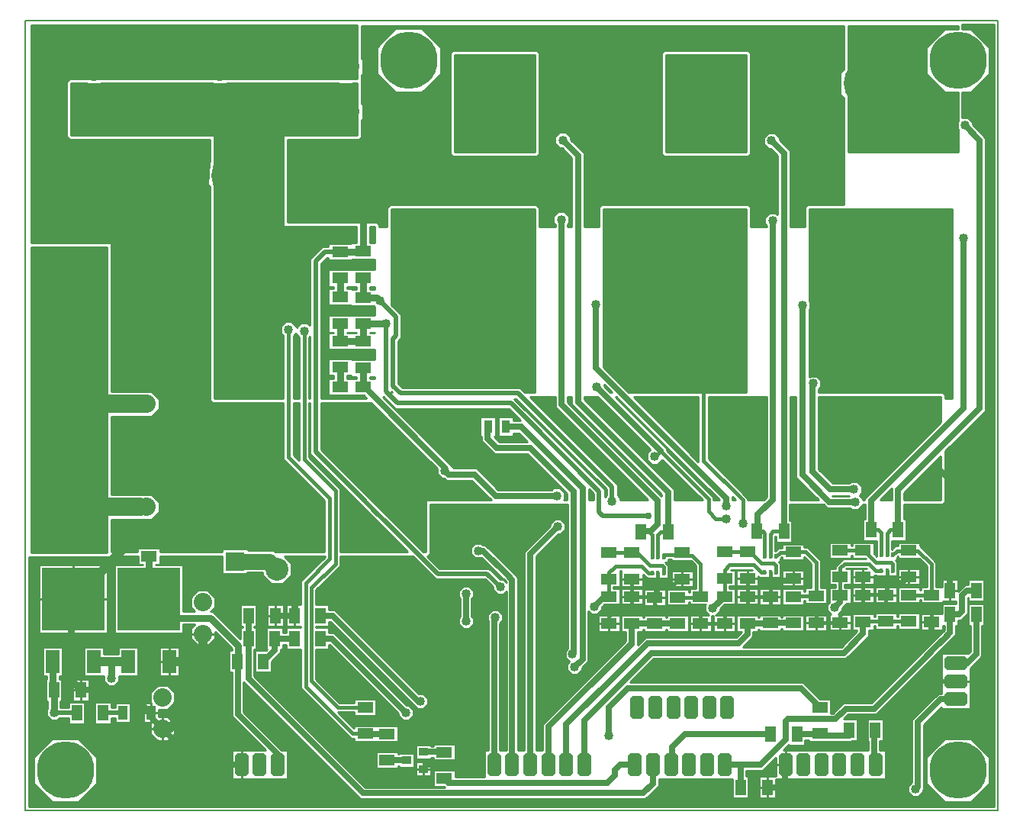
<source format=gbr>
G04 PROTEUS GERBER X2 FILE*
%TF.GenerationSoftware,Labcenter,Proteus,8.7-SP3-Build25561*%
%TF.CreationDate,2021-07-04T19:39:20+00:00*%
%TF.FileFunction,Copper,L2,Bot*%
%TF.FilePolarity,Positive*%
%TF.Part,Single*%
%TF.SameCoordinates,{804bfe34-88de-486f-8887-f5b9ed786e22}*%
%FSLAX45Y45*%
%MOMM*%
G01*
%TA.AperFunction,Conductor*%
%ADD10C,0.762000*%
%ADD12C,0.635000*%
%ADD11C,0.508000*%
%ADD14C,0.254000*%
%ADD15C,0.381000*%
%ADD43C,1.778000*%
%ADD16C,1.270000*%
%ADD17C,2.032000*%
%ADD13C,1.016000*%
%TA.AperFunction,WasherPad*%
%ADD19C,1.016000*%
%TA.AperFunction,ViaPad*%
%ADD70C,1.016000*%
%ADD71C,0.762000*%
%TA.AperFunction,ComponentPad*%
%ADD22C,5.080000*%
%TA.AperFunction,SMDPad,CuDef*%
%ADD73R,1.803400X1.143000*%
%TA.AperFunction,SMDPad,CuDef*%
%ADD23R,6.985000X6.985000*%
%ADD24R,1.524000X2.540000*%
%TA.AperFunction,SMDPad,CuDef*%
%ADD26R,1.143000X1.803400*%
%ADD44R,1.016000X1.524000*%
%AMDIL028*
4,1,8,
-1.270000,0.457200,-0.965200,0.762000,0.965200,0.762000,1.270000,0.457200,1.270000,-0.457200,
0.965200,-0.762000,-0.965200,-0.762000,-1.270000,-0.457200,-1.270000,0.457200,
0*%
%TA.AperFunction,ComponentPad*%
%ADD34DIL028*%
%AMDIL029*
4,1,8,
-0.762000,0.965200,-0.457200,1.270000,0.457200,1.270000,0.762000,0.965200,0.762000,-0.965200,
0.457200,-1.270000,-0.457200,-1.270000,-0.762000,-0.965200,-0.762000,0.965200,
0*%
%TA.AperFunction,ComponentPad*%
%ADD35DIL029*%
%TA.AperFunction,ComponentPad*%
%ADD36C,3.048000*%
%TA.AperFunction,OtherPad,Unknown*%
%ADD37C,6.350000*%
%TA.AperFunction,ComponentPad*%
%ADD38C,2.540000*%
%TA.AperFunction,SMDPad,CuDef*%
%ADD45R,0.939800X1.447800*%
%TA.AperFunction,SMDPad,CuDef*%
%ADD33R,1.016000X0.889000*%
%TA.AperFunction,SMDPad,CuDef*%
%ADD46R,2.108200X2.108200*%
%TA.AperFunction,SMDPad,CuDef*%
%ADD47R,0.350000X0.500000*%
%TA.AperFunction,ComponentPad*%
%ADD41C,2.032000*%
%TA.AperFunction,Profile*%
%ADD42C,0.203200*%
%TD.AperFunction*%
G36*
X+9271000Y+2255519D02*
X+9125810Y+2255519D01*
X+8920481Y+2050190D01*
X+8920481Y+1759810D01*
X+9125810Y+1554481D01*
X+9271000Y+1554481D01*
X+9271000Y+1227483D01*
X+9263767Y+1220250D01*
X+9263767Y+1150812D01*
X+9271000Y+1143579D01*
X+9271000Y+889000D01*
X+8051800Y+889000D01*
X+8051800Y+2286000D01*
X+9271000Y+2286000D01*
X+9271000Y+2255519D01*
G37*
%LPC*%
G36*
X+8166100Y+1614176D02*
X+8166100Y+1687824D01*
X+8218176Y+1739900D01*
X+8291824Y+1739900D01*
X+8343900Y+1687824D01*
X+8343900Y+1614176D01*
X+8291824Y+1562100D01*
X+8218176Y+1562100D01*
X+8166100Y+1614176D01*
G37*
G36*
X+8566150Y+1215135D02*
X+8566150Y+1241437D01*
X+8584749Y+1260036D01*
X+8611051Y+1260036D01*
X+8629650Y+1241437D01*
X+8629650Y+1215135D01*
X+8611051Y+1196536D01*
X+8584749Y+1196536D01*
X+8566150Y+1215135D01*
G37*
G36*
X+8769350Y+1215135D02*
X+8769350Y+1241437D01*
X+8787949Y+1260036D01*
X+8814251Y+1260036D01*
X+8832850Y+1241437D01*
X+8832850Y+1215135D01*
X+8814251Y+1196536D01*
X+8787949Y+1196536D01*
X+8769350Y+1215135D01*
G37*
G36*
X+8566150Y+1567087D02*
X+8566150Y+1593389D01*
X+8584749Y+1611988D01*
X+8611051Y+1611988D01*
X+8629650Y+1593389D01*
X+8629650Y+1567087D01*
X+8611051Y+1548488D01*
X+8584749Y+1548488D01*
X+8566150Y+1567087D01*
G37*
G36*
X+8693150Y+1853749D02*
X+8693150Y+1880051D01*
X+8711749Y+1898650D01*
X+8738051Y+1898650D01*
X+8756650Y+1880051D01*
X+8756650Y+1853749D01*
X+8738051Y+1835150D01*
X+8711749Y+1835150D01*
X+8693150Y+1853749D01*
G37*
G36*
X+8274050Y+1244394D02*
X+8274050Y+1270696D01*
X+8292649Y+1289295D01*
X+8318951Y+1289295D01*
X+8337550Y+1270696D01*
X+8337550Y+1244394D01*
X+8318951Y+1225795D01*
X+8292649Y+1225795D01*
X+8274050Y+1244394D01*
G37*
G36*
X+9036050Y+1244394D02*
X+9036050Y+1270696D01*
X+9054649Y+1289295D01*
X+9080951Y+1289295D01*
X+9099550Y+1270696D01*
X+9099550Y+1244394D01*
X+9080951Y+1225795D01*
X+9054649Y+1225795D01*
X+9036050Y+1244394D01*
G37*
G36*
X+8477250Y+1929949D02*
X+8477250Y+1956251D01*
X+8495849Y+1974850D01*
X+8522151Y+1974850D01*
X+8540750Y+1956251D01*
X+8540750Y+1929949D01*
X+8522151Y+1911350D01*
X+8495849Y+1911350D01*
X+8477250Y+1929949D01*
G37*
G36*
X+8528050Y+2124274D02*
X+8528050Y+2150576D01*
X+8546649Y+2169175D01*
X+8572951Y+2169175D01*
X+8591550Y+2150576D01*
X+8591550Y+2124274D01*
X+8572951Y+2105675D01*
X+8546649Y+2105675D01*
X+8528050Y+2124274D01*
G37*
G36*
X+8782050Y+2124274D02*
X+8782050Y+2150576D01*
X+8800649Y+2169175D01*
X+8826951Y+2169175D01*
X+8845550Y+2150576D01*
X+8845550Y+2124274D01*
X+8826951Y+2105675D01*
X+8800649Y+2105675D01*
X+8782050Y+2124274D01*
G37*
G36*
X+8794750Y+1625149D02*
X+8794750Y+1651451D01*
X+8813349Y+1670050D01*
X+8839651Y+1670050D01*
X+8858250Y+1651451D01*
X+8858250Y+1625149D01*
X+8839651Y+1606550D01*
X+8813349Y+1606550D01*
X+8794750Y+1625149D01*
G37*
G36*
X+9074150Y+1447349D02*
X+9074150Y+1473651D01*
X+9092749Y+1492250D01*
X+9119051Y+1492250D01*
X+9137650Y+1473651D01*
X+9137650Y+1447349D01*
X+9119051Y+1428750D01*
X+9092749Y+1428750D01*
X+9074150Y+1447349D01*
G37*
%LPD*%
G36*
X+8001000Y+1810090D02*
X+7962901Y+1771991D01*
X+7962901Y+1530009D01*
X+8001000Y+1491910D01*
X+8001000Y+304800D01*
X+7598958Y+304800D01*
X+7569200Y+275042D01*
X+7569200Y+63500D01*
X+7410449Y+63500D01*
X+7410449Y+905231D01*
X+7289799Y+1025881D01*
X+7289799Y+1052823D01*
X+7237723Y+1104899D01*
X+7164077Y+1104899D01*
X+7112001Y+1052823D01*
X+7112001Y+979177D01*
X+7164077Y+927101D01*
X+7191019Y+927101D01*
X+7270751Y+847369D01*
X+7270751Y+200601D01*
X+7253183Y+218169D01*
X+7179537Y+218169D01*
X+7127461Y+166093D01*
X+7127461Y+92447D01*
X+7146511Y+73397D01*
X+7146511Y+63500D01*
X+6972300Y+63500D01*
X+6972300Y+275042D01*
X+6942542Y+304800D01*
X+5312958Y+304800D01*
X+5283200Y+275042D01*
X+5283200Y+63500D01*
X+5123812Y+63500D01*
X+5123812Y+882258D01*
X+4975160Y+1030910D01*
X+4975160Y+1057852D01*
X+4923084Y+1109928D01*
X+4849438Y+1109928D01*
X+4797362Y+1057852D01*
X+4797362Y+984206D01*
X+4849438Y+932130D01*
X+4876380Y+932130D01*
X+4984114Y+824396D01*
X+4984114Y+63500D01*
X+4940866Y+63500D01*
X+4940866Y+84436D01*
X+4959916Y+103486D01*
X+4959916Y+177132D01*
X+4907840Y+229208D01*
X+4834194Y+229208D01*
X+4782118Y+177132D01*
X+4782118Y+103486D01*
X+4801168Y+84436D01*
X+4801168Y+63500D01*
X+4622800Y+63500D01*
X+4622800Y+275042D01*
X+4593042Y+304800D01*
X+2963458Y+304800D01*
X+2933700Y+275042D01*
X+2933700Y+63500D01*
X+2844800Y+63500D01*
X+2844800Y+84542D01*
X+2815042Y+114300D01*
X+1828800Y+114300D01*
X+1828800Y+1028700D01*
X+2624542Y+1028700D01*
X+2654300Y+1058458D01*
X+2654300Y+1245894D01*
X+2666999Y+1258593D01*
X+2666999Y+1416407D01*
X+2654300Y+1429106D01*
X+2654300Y+1745894D01*
X+2666999Y+1758593D01*
X+2666999Y+1916407D01*
X+2654300Y+1929106D01*
X+2654300Y+2286000D01*
X+8001000Y+2286000D01*
X+8001000Y+1810090D01*
G37*
%LPC*%
G36*
X+4622800Y+1989542D02*
X+4622800Y+867958D01*
X+4593042Y+838200D01*
X+3661958Y+838200D01*
X+3632200Y+867958D01*
X+3632200Y+1989542D01*
X+3661958Y+2019300D01*
X+4593042Y+2019300D01*
X+4622800Y+1989542D01*
G37*
G36*
X+6974836Y+1989682D02*
X+6974812Y+1968620D01*
X+6973544Y+867917D01*
X+6943793Y+838200D01*
X+6012727Y+838200D01*
X+5982969Y+867958D01*
X+5982969Y+1989538D01*
X+6012720Y+2019295D01*
X+6945066Y+2019481D01*
X+6974836Y+1989682D01*
G37*
G36*
X+2819401Y+1757706D02*
X+2819401Y+2052294D01*
X+3027706Y+2260599D01*
X+3322294Y+2260599D01*
X+3530599Y+2052294D01*
X+3530599Y+1757706D01*
X+3322294Y+1549401D01*
X+3027706Y+1549401D01*
X+2819401Y+1757706D01*
G37*
G36*
X+3194050Y+1161599D02*
X+3194050Y+1187901D01*
X+3212649Y+1206500D01*
X+3238951Y+1206500D01*
X+3257550Y+1187901D01*
X+3257550Y+1161599D01*
X+3238951Y+1143000D01*
X+3212649Y+1143000D01*
X+3194050Y+1161599D01*
G37*
G36*
X+3448050Y+1161599D02*
X+3448050Y+1187901D01*
X+3466649Y+1206500D01*
X+3492951Y+1206500D01*
X+3511550Y+1187901D01*
X+3511550Y+1161599D01*
X+3492951Y+1143000D01*
X+3466649Y+1143000D01*
X+3448050Y+1161599D01*
G37*
G36*
X+5226050Y+1161599D02*
X+5226050Y+1187901D01*
X+5244649Y+1206500D01*
X+5270951Y+1206500D01*
X+5289550Y+1187901D01*
X+5289550Y+1161599D01*
X+5270951Y+1143000D01*
X+5244649Y+1143000D01*
X+5226050Y+1161599D01*
G37*
G36*
X+5480050Y+1161599D02*
X+5480050Y+1187901D01*
X+5498649Y+1206500D01*
X+5524951Y+1206500D01*
X+5543550Y+1187901D01*
X+5543550Y+1161599D01*
X+5524951Y+1143000D01*
X+5498649Y+1143000D01*
X+5480050Y+1161599D01*
G37*
G36*
X+5734050Y+1161599D02*
X+5734050Y+1187901D01*
X+5752649Y+1206500D01*
X+5778951Y+1206500D01*
X+5797550Y+1187901D01*
X+5797550Y+1161599D01*
X+5778951Y+1143000D01*
X+5752649Y+1143000D01*
X+5734050Y+1161599D01*
G37*
G36*
X+7512050Y+1161599D02*
X+7512050Y+1187901D01*
X+7530649Y+1206500D01*
X+7556951Y+1206500D01*
X+7575550Y+1187901D01*
X+7575550Y+1161599D01*
X+7556951Y+1143000D01*
X+7530649Y+1143000D01*
X+7512050Y+1161599D01*
G37*
G36*
X+7766050Y+1161599D02*
X+7766050Y+1187901D01*
X+7784649Y+1206500D01*
X+7810951Y+1206500D01*
X+7829550Y+1187901D01*
X+7829550Y+1161599D01*
X+7810951Y+1143000D01*
X+7784649Y+1143000D01*
X+7766050Y+1161599D01*
G37*
G36*
X+3067050Y+1381569D02*
X+3067050Y+1407871D01*
X+3085649Y+1426470D01*
X+3111951Y+1426470D01*
X+3130550Y+1407871D01*
X+3130550Y+1381569D01*
X+3111951Y+1362970D01*
X+3085649Y+1362970D01*
X+3067050Y+1381569D01*
G37*
G36*
X+3321050Y+1381569D02*
X+3321050Y+1407871D01*
X+3339649Y+1426470D01*
X+3365951Y+1426470D01*
X+3384550Y+1407871D01*
X+3384550Y+1381569D01*
X+3365951Y+1362970D01*
X+3339649Y+1362970D01*
X+3321050Y+1381569D01*
G37*
G36*
X+4845050Y+1381569D02*
X+4845050Y+1407871D01*
X+4863649Y+1426470D01*
X+4889951Y+1426470D01*
X+4908550Y+1407871D01*
X+4908550Y+1381569D01*
X+4889951Y+1362970D01*
X+4863649Y+1362970D01*
X+4845050Y+1381569D01*
G37*
G36*
X+5099050Y+1381569D02*
X+5099050Y+1407871D01*
X+5117649Y+1426470D01*
X+5143951Y+1426470D01*
X+5162550Y+1407871D01*
X+5162550Y+1381569D01*
X+5143951Y+1362970D01*
X+5117649Y+1362970D01*
X+5099050Y+1381569D01*
G37*
G36*
X+5353050Y+1381569D02*
X+5353050Y+1407871D01*
X+5371649Y+1426470D01*
X+5397951Y+1426470D01*
X+5416550Y+1407871D01*
X+5416550Y+1381569D01*
X+5397951Y+1362970D01*
X+5371649Y+1362970D01*
X+5353050Y+1381569D01*
G37*
G36*
X+5607050Y+1381569D02*
X+5607050Y+1407871D01*
X+5625649Y+1426470D01*
X+5651951Y+1426470D01*
X+5670550Y+1407871D01*
X+5670550Y+1381569D01*
X+5651951Y+1362970D01*
X+5625649Y+1362970D01*
X+5607050Y+1381569D01*
G37*
G36*
X+7131050Y+1381569D02*
X+7131050Y+1407871D01*
X+7149649Y+1426470D01*
X+7175951Y+1426470D01*
X+7194550Y+1407871D01*
X+7194550Y+1381569D01*
X+7175951Y+1362970D01*
X+7149649Y+1362970D01*
X+7131050Y+1381569D01*
G37*
G36*
X+7385050Y+1381569D02*
X+7385050Y+1407871D01*
X+7403649Y+1426470D01*
X+7429951Y+1426470D01*
X+7448550Y+1407871D01*
X+7448550Y+1381569D01*
X+7429951Y+1362970D01*
X+7403649Y+1362970D01*
X+7385050Y+1381569D01*
G37*
G36*
X+7639050Y+1381569D02*
X+7639050Y+1407871D01*
X+7657649Y+1426470D01*
X+7683951Y+1426470D01*
X+7702550Y+1407871D01*
X+7702550Y+1381569D01*
X+7683951Y+1362970D01*
X+7657649Y+1362970D01*
X+7639050Y+1381569D01*
G37*
G36*
X+4718050Y+1601539D02*
X+4718050Y+1627841D01*
X+4736649Y+1646440D01*
X+4762951Y+1646440D01*
X+4781550Y+1627841D01*
X+4781550Y+1601539D01*
X+4762951Y+1582940D01*
X+4736649Y+1582940D01*
X+4718050Y+1601539D01*
G37*
G36*
X+4972050Y+1601539D02*
X+4972050Y+1627841D01*
X+4990649Y+1646440D01*
X+5016951Y+1646440D01*
X+5035550Y+1627841D01*
X+5035550Y+1601539D01*
X+5016951Y+1582940D01*
X+4990649Y+1582940D01*
X+4972050Y+1601539D01*
G37*
G36*
X+5226050Y+1601539D02*
X+5226050Y+1627841D01*
X+5244649Y+1646440D01*
X+5270951Y+1646440D01*
X+5289550Y+1627841D01*
X+5289550Y+1601539D01*
X+5270951Y+1582940D01*
X+5244649Y+1582940D01*
X+5226050Y+1601539D01*
G37*
G36*
X+5480050Y+1601539D02*
X+5480050Y+1627841D01*
X+5498649Y+1646440D01*
X+5524951Y+1646440D01*
X+5543550Y+1627841D01*
X+5543550Y+1601539D01*
X+5524951Y+1582940D01*
X+5498649Y+1582940D01*
X+5480050Y+1601539D01*
G37*
G36*
X+5734050Y+1601539D02*
X+5734050Y+1627841D01*
X+5752649Y+1646440D01*
X+5778951Y+1646440D01*
X+5797550Y+1627841D01*
X+5797550Y+1601539D01*
X+5778951Y+1582940D01*
X+5752649Y+1582940D01*
X+5734050Y+1601539D01*
G37*
G36*
X+7258050Y+1601539D02*
X+7258050Y+1627841D01*
X+7276649Y+1646440D01*
X+7302951Y+1646440D01*
X+7321550Y+1627841D01*
X+7321550Y+1601539D01*
X+7302951Y+1582940D01*
X+7276649Y+1582940D01*
X+7258050Y+1601539D01*
G37*
G36*
X+7512050Y+1601539D02*
X+7512050Y+1627841D01*
X+7530649Y+1646440D01*
X+7556951Y+1646440D01*
X+7575550Y+1627841D01*
X+7575550Y+1601539D01*
X+7556951Y+1582940D01*
X+7530649Y+1582940D01*
X+7512050Y+1601539D01*
G37*
G36*
X+7766050Y+1601539D02*
X+7766050Y+1627841D01*
X+7784649Y+1646440D01*
X+7810951Y+1646440D01*
X+7829550Y+1627841D01*
X+7829550Y+1601539D01*
X+7810951Y+1582940D01*
X+7784649Y+1582940D01*
X+7766050Y+1601539D01*
G37*
G36*
X+4845050Y+1821509D02*
X+4845050Y+1847811D01*
X+4863649Y+1866410D01*
X+4889951Y+1866410D01*
X+4908550Y+1847811D01*
X+4908550Y+1821509D01*
X+4889951Y+1802910D01*
X+4863649Y+1802910D01*
X+4845050Y+1821509D01*
G37*
G36*
X+5099050Y+1821509D02*
X+5099050Y+1847811D01*
X+5117649Y+1866410D01*
X+5143951Y+1866410D01*
X+5162550Y+1847811D01*
X+5162550Y+1821509D01*
X+5143951Y+1802910D01*
X+5117649Y+1802910D01*
X+5099050Y+1821509D01*
G37*
G36*
X+5353050Y+1821509D02*
X+5353050Y+1847811D01*
X+5371649Y+1866410D01*
X+5397951Y+1866410D01*
X+5416550Y+1847811D01*
X+5416550Y+1821509D01*
X+5397951Y+1802910D01*
X+5371649Y+1802910D01*
X+5353050Y+1821509D01*
G37*
G36*
X+5607050Y+1821509D02*
X+5607050Y+1847811D01*
X+5625649Y+1866410D01*
X+5651951Y+1866410D01*
X+5670550Y+1847811D01*
X+5670550Y+1821509D01*
X+5651951Y+1802910D01*
X+5625649Y+1802910D01*
X+5607050Y+1821509D01*
G37*
G36*
X+7131050Y+1821509D02*
X+7131050Y+1847811D01*
X+7149649Y+1866410D01*
X+7175951Y+1866410D01*
X+7194550Y+1847811D01*
X+7194550Y+1821509D01*
X+7175951Y+1802910D01*
X+7149649Y+1802910D01*
X+7131050Y+1821509D01*
G37*
G36*
X+7385050Y+1821509D02*
X+7385050Y+1847811D01*
X+7403649Y+1866410D01*
X+7429951Y+1866410D01*
X+7448550Y+1847811D01*
X+7448550Y+1821509D01*
X+7429951Y+1802910D01*
X+7403649Y+1802910D01*
X+7385050Y+1821509D01*
G37*
G36*
X+7639050Y+1821509D02*
X+7639050Y+1847811D01*
X+7657649Y+1866410D01*
X+7683951Y+1866410D01*
X+7702550Y+1847811D01*
X+7702550Y+1821509D01*
X+7683951Y+1802910D01*
X+7657649Y+1802910D01*
X+7639050Y+1821509D01*
G37*
G36*
X+4718050Y+2041479D02*
X+4718050Y+2067781D01*
X+4736649Y+2086380D01*
X+4762951Y+2086380D01*
X+4781550Y+2067781D01*
X+4781550Y+2041479D01*
X+4762951Y+2022880D01*
X+4736649Y+2022880D01*
X+4718050Y+2041479D01*
G37*
G36*
X+4972050Y+2041479D02*
X+4972050Y+2067781D01*
X+4990649Y+2086380D01*
X+5016951Y+2086380D01*
X+5035550Y+2067781D01*
X+5035550Y+2041479D01*
X+5016951Y+2022880D01*
X+4990649Y+2022880D01*
X+4972050Y+2041479D01*
G37*
G36*
X+5226050Y+2041479D02*
X+5226050Y+2067781D01*
X+5244649Y+2086380D01*
X+5270951Y+2086380D01*
X+5289550Y+2067781D01*
X+5289550Y+2041479D01*
X+5270951Y+2022880D01*
X+5244649Y+2022880D01*
X+5226050Y+2041479D01*
G37*
G36*
X+5480050Y+2041479D02*
X+5480050Y+2067781D01*
X+5498649Y+2086380D01*
X+5524951Y+2086380D01*
X+5543550Y+2067781D01*
X+5543550Y+2041479D01*
X+5524951Y+2022880D01*
X+5498649Y+2022880D01*
X+5480050Y+2041479D01*
G37*
G36*
X+5734050Y+2041479D02*
X+5734050Y+2067781D01*
X+5752649Y+2086380D01*
X+5778951Y+2086380D01*
X+5797550Y+2067781D01*
X+5797550Y+2041479D01*
X+5778951Y+2022880D01*
X+5752649Y+2022880D01*
X+5734050Y+2041479D01*
G37*
G36*
X+7258050Y+2041479D02*
X+7258050Y+2067781D01*
X+7276649Y+2086380D01*
X+7302951Y+2086380D01*
X+7321550Y+2067781D01*
X+7321550Y+2041479D01*
X+7302951Y+2022880D01*
X+7276649Y+2022880D01*
X+7258050Y+2041479D01*
G37*
G36*
X+7512050Y+2041479D02*
X+7512050Y+2067781D01*
X+7530649Y+2086380D01*
X+7556951Y+2086380D01*
X+7575550Y+2067781D01*
X+7575550Y+2041479D01*
X+7556951Y+2022880D01*
X+7530649Y+2022880D01*
X+7512050Y+2041479D01*
G37*
G36*
X+7766050Y+2041479D02*
X+7766050Y+2067781D01*
X+7784649Y+2086380D01*
X+7810951Y+2086380D01*
X+7829550Y+2067781D01*
X+7829550Y+2041479D01*
X+7810951Y+2022880D01*
X+7784649Y+2022880D01*
X+7766050Y+2041479D01*
G37*
G36*
X+4972050Y+1161599D02*
X+4972050Y+1187901D01*
X+4990649Y+1206500D01*
X+5016951Y+1206500D01*
X+5035550Y+1187901D01*
X+5035550Y+1161599D01*
X+5016951Y+1143000D01*
X+4990649Y+1143000D01*
X+4972050Y+1161599D01*
G37*
G36*
X+2813050Y+1381569D02*
X+2813050Y+1407871D01*
X+2831649Y+1426470D01*
X+2857951Y+1426470D01*
X+2876550Y+1407871D01*
X+2876550Y+1381569D01*
X+2857951Y+1362970D01*
X+2831649Y+1362970D01*
X+2813050Y+1381569D01*
G37*
G36*
X+2889250Y+1193349D02*
X+2889250Y+1219651D01*
X+2907849Y+1238250D01*
X+2934151Y+1238250D01*
X+2952750Y+1219651D01*
X+2952750Y+1193349D01*
X+2934151Y+1174750D01*
X+2907849Y+1174750D01*
X+2889250Y+1193349D01*
G37*
G36*
X+4679950Y+725062D02*
X+4679950Y+751364D01*
X+4698549Y+769963D01*
X+4724851Y+769963D01*
X+4743450Y+751364D01*
X+4743450Y+725062D01*
X+4724851Y+706463D01*
X+4698549Y+706463D01*
X+4679950Y+725062D01*
G37*
G36*
X+7169150Y+725062D02*
X+7169150Y+751364D01*
X+7187749Y+769963D01*
X+7214051Y+769963D01*
X+7232650Y+751364D01*
X+7232650Y+725062D01*
X+7214051Y+706463D01*
X+7187749Y+706463D01*
X+7169150Y+725062D01*
G37*
G36*
X+7080250Y+2110873D02*
X+7080250Y+2137175D01*
X+7098849Y+2155774D01*
X+7125151Y+2155774D01*
X+7143750Y+2137175D01*
X+7143750Y+2110873D01*
X+7125151Y+2092274D01*
X+7098849Y+2092274D01*
X+7080250Y+2110873D01*
G37*
%LPD*%
G36*
X+4572000Y+889000D02*
X+3683000Y+889000D01*
X+3683000Y+1968500D01*
X+4572000Y+1968500D01*
X+4572000Y+889000D01*
G37*
%LPC*%
G36*
X+4229100Y+1677676D02*
X+4229100Y+1751324D01*
X+4281176Y+1803400D01*
X+4354824Y+1803400D01*
X+4406900Y+1751324D01*
X+4406900Y+1677676D01*
X+4354824Y+1625600D01*
X+4281176Y+1625600D01*
X+4229100Y+1677676D01*
G37*
G36*
X+3981450Y+1039159D02*
X+3981450Y+1065461D01*
X+4000049Y+1084060D01*
X+4026351Y+1084060D01*
X+4044950Y+1065461D01*
X+4044950Y+1039159D01*
X+4026351Y+1020560D01*
X+4000049Y+1020560D01*
X+3981450Y+1039159D01*
G37*
G36*
X+3879850Y+1215135D02*
X+3879850Y+1241437D01*
X+3898449Y+1260036D01*
X+3924751Y+1260036D01*
X+3943350Y+1241437D01*
X+3943350Y+1215135D01*
X+3924751Y+1196536D01*
X+3898449Y+1196536D01*
X+3879850Y+1215135D01*
G37*
G36*
X+4083050Y+1215135D02*
X+4083050Y+1241437D01*
X+4101649Y+1260036D01*
X+4127951Y+1260036D01*
X+4146550Y+1241437D01*
X+4146550Y+1215135D01*
X+4127951Y+1196536D01*
X+4101649Y+1196536D01*
X+4083050Y+1215135D01*
G37*
G36*
X+3778250Y+1391111D02*
X+3778250Y+1417413D01*
X+3796849Y+1436012D01*
X+3823151Y+1436012D01*
X+3841750Y+1417413D01*
X+3841750Y+1391111D01*
X+3823151Y+1372512D01*
X+3796849Y+1372512D01*
X+3778250Y+1391111D01*
G37*
G36*
X+3981450Y+1391111D02*
X+3981450Y+1417413D01*
X+4000049Y+1436012D01*
X+4026351Y+1436012D01*
X+4044950Y+1417413D01*
X+4044950Y+1391111D01*
X+4026351Y+1372512D01*
X+4000049Y+1372512D01*
X+3981450Y+1391111D01*
G37*
G36*
X+3879850Y+1567087D02*
X+3879850Y+1593389D01*
X+3898449Y+1611988D01*
X+3924751Y+1611988D01*
X+3943350Y+1593389D01*
X+3943350Y+1567087D01*
X+3924751Y+1548488D01*
X+3898449Y+1548488D01*
X+3879850Y+1567087D01*
G37*
G36*
X+3778250Y+1743063D02*
X+3778250Y+1769365D01*
X+3796849Y+1787964D01*
X+3823151Y+1787964D01*
X+3841750Y+1769365D01*
X+3841750Y+1743063D01*
X+3823151Y+1724464D01*
X+3796849Y+1724464D01*
X+3778250Y+1743063D01*
G37*
G36*
X+3905250Y+1891849D02*
X+3905250Y+1918151D01*
X+3923849Y+1936750D01*
X+3950151Y+1936750D01*
X+3968750Y+1918151D01*
X+3968750Y+1891849D01*
X+3950151Y+1873250D01*
X+3923849Y+1873250D01*
X+3905250Y+1891849D01*
G37*
%LPD*%
G36*
X+6922769Y+889000D02*
X+6033769Y+889000D01*
X+6033769Y+1968500D01*
X+6924013Y+1968678D01*
X+6922769Y+889000D01*
G37*
%LPC*%
G36*
X+6578600Y+1677676D02*
X+6578600Y+1751324D01*
X+6630676Y+1803400D01*
X+6704324Y+1803400D01*
X+6756400Y+1751324D01*
X+6756400Y+1677676D01*
X+6704324Y+1625600D01*
X+6630676Y+1625600D01*
X+6578600Y+1677676D01*
G37*
G36*
X+6332219Y+1039159D02*
X+6332219Y+1065461D01*
X+6350818Y+1084060D01*
X+6377120Y+1084060D01*
X+6395719Y+1065461D01*
X+6395719Y+1039159D01*
X+6377120Y+1020560D01*
X+6350818Y+1020560D01*
X+6332219Y+1039159D01*
G37*
G36*
X+6230619Y+1215135D02*
X+6230619Y+1241437D01*
X+6249218Y+1260036D01*
X+6275520Y+1260036D01*
X+6294119Y+1241437D01*
X+6294119Y+1215135D01*
X+6275520Y+1196536D01*
X+6249218Y+1196536D01*
X+6230619Y+1215135D01*
G37*
G36*
X+6433819Y+1215135D02*
X+6433819Y+1241437D01*
X+6452418Y+1260036D01*
X+6478720Y+1260036D01*
X+6497319Y+1241437D01*
X+6497319Y+1215135D01*
X+6478720Y+1196536D01*
X+6452418Y+1196536D01*
X+6433819Y+1215135D01*
G37*
G36*
X+6129019Y+1391111D02*
X+6129019Y+1417413D01*
X+6147618Y+1436012D01*
X+6173920Y+1436012D01*
X+6192519Y+1417413D01*
X+6192519Y+1391111D01*
X+6173920Y+1372512D01*
X+6147618Y+1372512D01*
X+6129019Y+1391111D01*
G37*
G36*
X+6332219Y+1391111D02*
X+6332219Y+1417413D01*
X+6350818Y+1436012D01*
X+6377120Y+1436012D01*
X+6395719Y+1417413D01*
X+6395719Y+1391111D01*
X+6377120Y+1372512D01*
X+6350818Y+1372512D01*
X+6332219Y+1391111D01*
G37*
G36*
X+6230619Y+1567087D02*
X+6230619Y+1593389D01*
X+6249218Y+1611988D01*
X+6275520Y+1611988D01*
X+6294119Y+1593389D01*
X+6294119Y+1567087D01*
X+6275520Y+1548488D01*
X+6249218Y+1548488D01*
X+6230619Y+1567087D01*
G37*
G36*
X+6129019Y+1743063D02*
X+6129019Y+1769365D01*
X+6147618Y+1787964D01*
X+6173920Y+1787964D01*
X+6192519Y+1769365D01*
X+6192519Y+1743063D01*
X+6173920Y+1724464D01*
X+6147618Y+1724464D01*
X+6129019Y+1743063D01*
G37*
G36*
X+6254750Y+1891849D02*
X+6254750Y+1918151D01*
X+6273349Y+1936750D01*
X+6299651Y+1936750D01*
X+6318250Y+1918151D01*
X+6318250Y+1891849D01*
X+6299651Y+1873250D01*
X+6273349Y+1873250D01*
X+6254750Y+1891849D01*
G37*
%LPD*%
G36*
X+9207500Y-1841500D02*
X+9131300Y-1841500D01*
X+9131300Y-1807758D01*
X+9101542Y-1778000D01*
X+7722869Y-1778000D01*
X+7722869Y-1737268D01*
X+7748555Y-1711582D01*
X+7748555Y-1642144D01*
X+7699455Y-1593044D01*
X+7630017Y-1593044D01*
X+7620000Y-1603061D01*
X+7620000Y-855138D01*
X+7627619Y-847519D01*
X+7627619Y-778081D01*
X+7620000Y-770462D01*
X+7620000Y+254000D01*
X+9207500Y+254000D01*
X+9207500Y-1841500D01*
G37*
%LPC*%
G36*
X+7893050Y-1622036D02*
X+7893050Y-1595734D01*
X+7911649Y-1577135D01*
X+7937951Y-1577135D01*
X+7956550Y-1595734D01*
X+7956550Y-1622036D01*
X+7937951Y-1640635D01*
X+7911649Y-1640635D01*
X+7893050Y-1622036D01*
G37*
G36*
X+7804150Y-1468057D02*
X+7804150Y-1441755D01*
X+7822749Y-1423156D01*
X+7849051Y-1423156D01*
X+7867650Y-1441755D01*
X+7867650Y-1468057D01*
X+7849051Y-1486656D01*
X+7822749Y-1486656D01*
X+7804150Y-1468057D01*
G37*
G36*
X+7715250Y-1314078D02*
X+7715250Y-1287776D01*
X+7733849Y-1269177D01*
X+7760151Y-1269177D01*
X+7778750Y-1287776D01*
X+7778750Y-1314078D01*
X+7760151Y-1332677D01*
X+7733849Y-1332677D01*
X+7715250Y-1314078D01*
G37*
G36*
X+7893050Y-1314078D02*
X+7893050Y-1287776D01*
X+7911649Y-1269177D01*
X+7937951Y-1269177D01*
X+7956550Y-1287776D01*
X+7956550Y-1314078D01*
X+7937951Y-1332677D01*
X+7911649Y-1332677D01*
X+7893050Y-1314078D01*
G37*
G36*
X+7804150Y-1160099D02*
X+7804150Y-1133797D01*
X+7822749Y-1115198D01*
X+7849051Y-1115198D01*
X+7867650Y-1133797D01*
X+7867650Y-1160099D01*
X+7849051Y-1178698D01*
X+7822749Y-1178698D01*
X+7804150Y-1160099D01*
G37*
G36*
X+7981950Y-852141D02*
X+7981950Y-825839D01*
X+8000549Y-807240D01*
X+8026851Y-807240D01*
X+8045450Y-825839D01*
X+8045450Y-852141D01*
X+8026851Y-870740D01*
X+8000549Y-870740D01*
X+7981950Y-852141D01*
G37*
G36*
X+8515350Y-852141D02*
X+8515350Y-825839D01*
X+8533949Y-807240D01*
X+8560251Y-807240D01*
X+8578850Y-825839D01*
X+8578850Y-852141D01*
X+8560251Y-870740D01*
X+8533949Y-870740D01*
X+8515350Y-852141D01*
G37*
G36*
X+8693150Y-852141D02*
X+8693150Y-825839D01*
X+8711749Y-807240D01*
X+8738051Y-807240D01*
X+8756650Y-825839D01*
X+8756650Y-852141D01*
X+8738051Y-870740D01*
X+8711749Y-870740D01*
X+8693150Y-852141D01*
G37*
G36*
X+8870950Y-852141D02*
X+8870950Y-825839D01*
X+8889549Y-807240D01*
X+8915851Y-807240D01*
X+8934450Y-825839D01*
X+8934450Y-852141D01*
X+8915851Y-870740D01*
X+8889549Y-870740D01*
X+8870950Y-852141D01*
G37*
G36*
X+8604250Y-698162D02*
X+8604250Y-671860D01*
X+8622849Y-653261D01*
X+8649151Y-653261D01*
X+8667750Y-671860D01*
X+8667750Y-698162D01*
X+8649151Y-716761D01*
X+8622849Y-716761D01*
X+8604250Y-698162D01*
G37*
G36*
X+8782050Y-698162D02*
X+8782050Y-671860D01*
X+8800649Y-653261D01*
X+8826951Y-653261D01*
X+8845550Y-671860D01*
X+8845550Y-698162D01*
X+8826951Y-716761D01*
X+8800649Y-716761D01*
X+8782050Y-698162D01*
G37*
G36*
X+8959850Y-698162D02*
X+8959850Y-671860D01*
X+8978449Y-653261D01*
X+9004751Y-653261D01*
X+9023350Y-671860D01*
X+9023350Y-698162D01*
X+9004751Y-716761D01*
X+8978449Y-716761D01*
X+8959850Y-698162D01*
G37*
G36*
X+7981950Y-544183D02*
X+7981950Y-517881D01*
X+8000549Y-499282D01*
X+8026851Y-499282D01*
X+8045450Y-517881D01*
X+8045450Y-544183D01*
X+8026851Y-562782D01*
X+8000549Y-562782D01*
X+7981950Y-544183D01*
G37*
G36*
X+8070850Y-390204D02*
X+8070850Y-363902D01*
X+8089449Y-345303D01*
X+8115751Y-345303D01*
X+8134350Y-363902D01*
X+8134350Y-390204D01*
X+8115751Y-408803D01*
X+8089449Y-408803D01*
X+8070850Y-390204D01*
G37*
G36*
X+8248650Y-390204D02*
X+8248650Y-363902D01*
X+8267249Y-345303D01*
X+8293551Y-345303D01*
X+8312150Y-363902D01*
X+8312150Y-390204D01*
X+8293551Y-408803D01*
X+8267249Y-408803D01*
X+8248650Y-390204D01*
G37*
G36*
X+8426450Y-390204D02*
X+8426450Y-363902D01*
X+8445049Y-345303D01*
X+8471351Y-345303D01*
X+8489950Y-363902D01*
X+8489950Y-390204D01*
X+8471351Y-408803D01*
X+8445049Y-408803D01*
X+8426450Y-390204D01*
G37*
G36*
X+7804150Y-236225D02*
X+7804150Y-209923D01*
X+7822749Y-191324D01*
X+7849051Y-191324D01*
X+7867650Y-209923D01*
X+7867650Y-236225D01*
X+7849051Y-254824D01*
X+7822749Y-254824D01*
X+7804150Y-236225D01*
G37*
G36*
X+7981950Y-236225D02*
X+7981950Y-209923D01*
X+8000549Y-191324D01*
X+8026851Y-191324D01*
X+8045450Y-209923D01*
X+8045450Y-236225D01*
X+8026851Y-254824D01*
X+8000549Y-254824D01*
X+7981950Y-236225D01*
G37*
G36*
X+8159750Y-236225D02*
X+8159750Y-209923D01*
X+8178349Y-191324D01*
X+8204651Y-191324D01*
X+8223250Y-209923D01*
X+8223250Y-236225D01*
X+8204651Y-254824D01*
X+8178349Y-254824D01*
X+8159750Y-236225D01*
G37*
G36*
X+8337550Y-236225D02*
X+8337550Y-209923D01*
X+8356149Y-191324D01*
X+8382451Y-191324D01*
X+8401050Y-209923D01*
X+8401050Y-236225D01*
X+8382451Y-254824D01*
X+8356149Y-254824D01*
X+8337550Y-236225D01*
G37*
G36*
X+8515350Y-236225D02*
X+8515350Y-209923D01*
X+8533949Y-191324D01*
X+8560251Y-191324D01*
X+8578850Y-209923D01*
X+8578850Y-236225D01*
X+8560251Y-254824D01*
X+8533949Y-254824D01*
X+8515350Y-236225D01*
G37*
G36*
X+8693150Y-236225D02*
X+8693150Y-209923D01*
X+8711749Y-191324D01*
X+8738051Y-191324D01*
X+8756650Y-209923D01*
X+8756650Y-236225D01*
X+8738051Y-254824D01*
X+8711749Y-254824D01*
X+8693150Y-236225D01*
G37*
G36*
X+7715250Y-82246D02*
X+7715250Y-55944D01*
X+7733849Y-37345D01*
X+7760151Y-37345D01*
X+7778750Y-55944D01*
X+7778750Y-82246D01*
X+7760151Y-100845D01*
X+7733849Y-100845D01*
X+7715250Y-82246D01*
G37*
G36*
X+7893050Y-82246D02*
X+7893050Y-55944D01*
X+7911649Y-37345D01*
X+7937951Y-37345D01*
X+7956550Y-55944D01*
X+7956550Y-82246D01*
X+7937951Y-100845D01*
X+7911649Y-100845D01*
X+7893050Y-82246D01*
G37*
G36*
X+8070850Y-82246D02*
X+8070850Y-55944D01*
X+8089449Y-37345D01*
X+8115751Y-37345D01*
X+8134350Y-55944D01*
X+8134350Y-82246D01*
X+8115751Y-100845D01*
X+8089449Y-100845D01*
X+8070850Y-82246D01*
G37*
G36*
X+8248650Y-82246D02*
X+8248650Y-55944D01*
X+8267249Y-37345D01*
X+8293551Y-37345D01*
X+8312150Y-55944D01*
X+8312150Y-82246D01*
X+8293551Y-100845D01*
X+8267249Y-100845D01*
X+8248650Y-82246D01*
G37*
G36*
X+8426450Y-82246D02*
X+8426450Y-55944D01*
X+8445049Y-37345D01*
X+8471351Y-37345D01*
X+8489950Y-55944D01*
X+8489950Y-82246D01*
X+8471351Y-100845D01*
X+8445049Y-100845D01*
X+8426450Y-82246D01*
G37*
G36*
X+8604250Y-82246D02*
X+8604250Y-55944D01*
X+8622849Y-37345D01*
X+8649151Y-37345D01*
X+8667750Y-55944D01*
X+8667750Y-82246D01*
X+8649151Y-100845D01*
X+8622849Y-100845D01*
X+8604250Y-82246D01*
G37*
G36*
X+8782050Y-82246D02*
X+8782050Y-55944D01*
X+8800649Y-37345D01*
X+8826951Y-37345D01*
X+8845550Y-55944D01*
X+8845550Y-82246D01*
X+8826951Y-100845D01*
X+8800649Y-100845D01*
X+8782050Y-82246D01*
G37*
%LPD*%
G36*
X+4572000Y-1778000D02*
X+4464116Y-1778000D01*
X+4411968Y-1725852D01*
X+3108259Y-1725852D01*
X+3061473Y-1679066D01*
X+3061473Y-1208659D01*
X+3093719Y-1176413D01*
X+3093719Y-915603D01*
X+2984500Y-806384D01*
X+2984500Y+254000D01*
X+4572000Y+254000D01*
X+4572000Y-1778000D01*
G37*
%LPC*%
G36*
X+3181350Y-1510805D02*
X+3181350Y-1484503D01*
X+3199949Y-1465904D01*
X+3226251Y-1465904D01*
X+3244850Y-1484503D01*
X+3244850Y-1510805D01*
X+3226251Y-1529404D01*
X+3199949Y-1529404D01*
X+3181350Y-1510805D01*
G37*
G36*
X+3079750Y-1334829D02*
X+3079750Y-1308527D01*
X+3098349Y-1289928D01*
X+3124651Y-1289928D01*
X+3143250Y-1308527D01*
X+3143250Y-1334829D01*
X+3124651Y-1353428D01*
X+3098349Y-1353428D01*
X+3079750Y-1334829D01*
G37*
G36*
X+3181350Y-1158853D02*
X+3181350Y-1132551D01*
X+3199949Y-1113952D01*
X+3226251Y-1113952D01*
X+3244850Y-1132551D01*
X+3244850Y-1158853D01*
X+3226251Y-1177452D01*
X+3199949Y-1177452D01*
X+3181350Y-1158853D01*
G37*
G36*
X+4095750Y-630925D02*
X+4095750Y-604623D01*
X+4114349Y-586024D01*
X+4140651Y-586024D01*
X+4159250Y-604623D01*
X+4159250Y-630925D01*
X+4140651Y-649524D01*
X+4114349Y-649524D01*
X+4095750Y-630925D01*
G37*
G36*
X+4298950Y-630925D02*
X+4298950Y-604623D01*
X+4317549Y-586024D01*
X+4343851Y-586024D01*
X+4362450Y-604623D01*
X+4362450Y-630925D01*
X+4343851Y-649524D01*
X+4317549Y-649524D01*
X+4298950Y-630925D01*
G37*
G36*
X+3282950Y-278973D02*
X+3282950Y-252671D01*
X+3301549Y-234072D01*
X+3327851Y-234072D01*
X+3346450Y-252671D01*
X+3346450Y-278973D01*
X+3327851Y-297572D01*
X+3301549Y-297572D01*
X+3282950Y-278973D01*
G37*
G36*
X+3486150Y-278973D02*
X+3486150Y-252671D01*
X+3504749Y-234072D01*
X+3531051Y-234072D01*
X+3549650Y-252671D01*
X+3549650Y-278973D01*
X+3531051Y-297572D01*
X+3504749Y-297572D01*
X+3486150Y-278973D01*
G37*
G36*
X+3689350Y-278973D02*
X+3689350Y-252671D01*
X+3707949Y-234072D01*
X+3734251Y-234072D01*
X+3752850Y-252671D01*
X+3752850Y-278973D01*
X+3734251Y-297572D01*
X+3707949Y-297572D01*
X+3689350Y-278973D01*
G37*
G36*
X+3892550Y-278973D02*
X+3892550Y-252671D01*
X+3911149Y-234072D01*
X+3937451Y-234072D01*
X+3956050Y-252671D01*
X+3956050Y-278973D01*
X+3937451Y-297572D01*
X+3911149Y-297572D01*
X+3892550Y-278973D01*
G37*
G36*
X+4095750Y-278973D02*
X+4095750Y-252671D01*
X+4114349Y-234072D01*
X+4140651Y-234072D01*
X+4159250Y-252671D01*
X+4159250Y-278973D01*
X+4140651Y-297572D01*
X+4114349Y-297572D01*
X+4095750Y-278973D01*
G37*
G36*
X+3181350Y-102997D02*
X+3181350Y-76695D01*
X+3199949Y-58096D01*
X+3226251Y-58096D01*
X+3244850Y-76695D01*
X+3244850Y-102997D01*
X+3226251Y-121596D01*
X+3199949Y-121596D01*
X+3181350Y-102997D01*
G37*
G36*
X+3384550Y-102997D02*
X+3384550Y-76695D01*
X+3403149Y-58096D01*
X+3429451Y-58096D01*
X+3448050Y-76695D01*
X+3448050Y-102997D01*
X+3429451Y-121596D01*
X+3403149Y-121596D01*
X+3384550Y-102997D01*
G37*
G36*
X+3587750Y-102997D02*
X+3587750Y-76695D01*
X+3606349Y-58096D01*
X+3632651Y-58096D01*
X+3651250Y-76695D01*
X+3651250Y-102997D01*
X+3632651Y-121596D01*
X+3606349Y-121596D01*
X+3587750Y-102997D01*
G37*
G36*
X+3790950Y-102997D02*
X+3790950Y-76695D01*
X+3809549Y-58096D01*
X+3835851Y-58096D01*
X+3854450Y-76695D01*
X+3854450Y-102997D01*
X+3835851Y-121596D01*
X+3809549Y-121596D01*
X+3790950Y-102997D01*
G37*
G36*
X+3994150Y-102997D02*
X+3994150Y-76695D01*
X+4012749Y-58096D01*
X+4039051Y-58096D01*
X+4057650Y-76695D01*
X+4057650Y-102997D01*
X+4039051Y-121596D01*
X+4012749Y-121596D01*
X+3994150Y-102997D01*
G37*
G36*
X+4400550Y-102997D02*
X+4400550Y-76695D01*
X+4419149Y-58096D01*
X+4445451Y-58096D01*
X+4464050Y-76695D01*
X+4464050Y-102997D01*
X+4445451Y-121596D01*
X+4419149Y-121596D01*
X+4400550Y-102997D01*
G37*
G36*
X+3079750Y-1686781D02*
X+3079750Y-1660479D01*
X+3098349Y-1641880D01*
X+3124651Y-1641880D01*
X+3143250Y-1660479D01*
X+3143250Y-1686781D01*
X+3124651Y-1705380D01*
X+3098349Y-1705380D01*
X+3079750Y-1686781D01*
G37*
G36*
X+4095750Y-806901D02*
X+4095750Y-780599D01*
X+4114349Y-762000D01*
X+4140651Y-762000D01*
X+4159250Y-780599D01*
X+4159250Y-806901D01*
X+4140651Y-825500D01*
X+4114349Y-825500D01*
X+4095750Y-806901D01*
G37*
G36*
X+4349750Y-806901D02*
X+4349750Y-780599D01*
X+4368349Y-762000D01*
X+4394651Y-762000D01*
X+4413250Y-780599D01*
X+4413250Y-806901D01*
X+4394651Y-825500D01*
X+4368349Y-825500D01*
X+4349750Y-806901D01*
G37*
G36*
X+3892550Y-837065D02*
X+3892550Y-810763D01*
X+3911149Y-792164D01*
X+3937451Y-792164D01*
X+3956050Y-810763D01*
X+3956050Y-837065D01*
X+3937451Y-855664D01*
X+3911149Y-855664D01*
X+3892550Y-837065D01*
G37*
G36*
X+3384550Y-661089D02*
X+3384550Y-634787D01*
X+3403149Y-616188D01*
X+3429451Y-616188D01*
X+3448050Y-634787D01*
X+3448050Y-661089D01*
X+3429451Y-679688D01*
X+3403149Y-679688D01*
X+3384550Y-661089D01*
G37*
G36*
X+3790950Y-661089D02*
X+3790950Y-634787D01*
X+3809549Y-616188D01*
X+3835851Y-616188D01*
X+3854450Y-634787D01*
X+3854450Y-661089D01*
X+3835851Y-679688D01*
X+3809549Y-679688D01*
X+3790950Y-661089D01*
G37*
%LPD*%
G36*
X+2995175Y-1778000D02*
X+2984500Y-1778000D01*
X+2984500Y-1767325D01*
X+2995175Y-1778000D01*
G37*
G36*
X+6921500Y-1778000D02*
X+5616647Y-1778000D01*
X+5334000Y-1495353D01*
X+5334000Y+254000D01*
X+6921500Y+254000D01*
X+6921500Y-1778000D01*
G37*
%LPC*%
G36*
X+5607050Y-1622036D02*
X+5607050Y-1595734D01*
X+5625649Y-1577135D01*
X+5651951Y-1577135D01*
X+5670550Y-1595734D01*
X+5670550Y-1622036D01*
X+5651951Y-1640635D01*
X+5625649Y-1640635D01*
X+5607050Y-1622036D01*
G37*
G36*
X+5518150Y-1468057D02*
X+5518150Y-1441755D01*
X+5536749Y-1423156D01*
X+5563051Y-1423156D01*
X+5581650Y-1441755D01*
X+5581650Y-1468057D01*
X+5563051Y-1486656D01*
X+5536749Y-1486656D01*
X+5518150Y-1468057D01*
G37*
G36*
X+5429250Y-1314078D02*
X+5429250Y-1287776D01*
X+5447849Y-1269177D01*
X+5474151Y-1269177D01*
X+5492750Y-1287776D01*
X+5492750Y-1314078D01*
X+5474151Y-1332677D01*
X+5447849Y-1332677D01*
X+5429250Y-1314078D01*
G37*
G36*
X+5607050Y-1314078D02*
X+5607050Y-1287776D01*
X+5625649Y-1269177D01*
X+5651951Y-1269177D01*
X+5670550Y-1287776D01*
X+5670550Y-1314078D01*
X+5651951Y-1332677D01*
X+5625649Y-1332677D01*
X+5607050Y-1314078D01*
G37*
G36*
X+5518150Y-1160099D02*
X+5518150Y-1133797D01*
X+5536749Y-1115198D01*
X+5563051Y-1115198D01*
X+5581650Y-1133797D01*
X+5581650Y-1160099D01*
X+5563051Y-1178698D01*
X+5536749Y-1178698D01*
X+5518150Y-1160099D01*
G37*
G36*
X+5695950Y-852141D02*
X+5695950Y-825839D01*
X+5714549Y-807240D01*
X+5740851Y-807240D01*
X+5759450Y-825839D01*
X+5759450Y-852141D01*
X+5740851Y-870740D01*
X+5714549Y-870740D01*
X+5695950Y-852141D01*
G37*
G36*
X+6584950Y-852141D02*
X+6584950Y-825839D01*
X+6603549Y-807240D01*
X+6629851Y-807240D01*
X+6648450Y-825839D01*
X+6648450Y-852141D01*
X+6629851Y-870740D01*
X+6603549Y-870740D01*
X+6584950Y-852141D01*
G37*
G36*
X+6496050Y-698162D02*
X+6496050Y-671860D01*
X+6514649Y-653261D01*
X+6540951Y-653261D01*
X+6559550Y-671860D01*
X+6559550Y-698162D01*
X+6540951Y-716761D01*
X+6514649Y-716761D01*
X+6496050Y-698162D01*
G37*
G36*
X+6673850Y-698162D02*
X+6673850Y-671860D01*
X+6692449Y-653261D01*
X+6718751Y-653261D01*
X+6737350Y-671860D01*
X+6737350Y-698162D01*
X+6718751Y-716761D01*
X+6692449Y-716761D01*
X+6673850Y-698162D01*
G37*
G36*
X+5695950Y-544183D02*
X+5695950Y-517881D01*
X+5714549Y-499282D01*
X+5740851Y-499282D01*
X+5759450Y-517881D01*
X+5759450Y-544183D01*
X+5740851Y-562782D01*
X+5714549Y-562782D01*
X+5695950Y-544183D01*
G37*
G36*
X+6584950Y-544183D02*
X+6584950Y-517881D01*
X+6603549Y-499282D01*
X+6629851Y-499282D01*
X+6648450Y-517881D01*
X+6648450Y-544183D01*
X+6629851Y-562782D01*
X+6603549Y-562782D01*
X+6584950Y-544183D01*
G37*
G36*
X+5784850Y-390204D02*
X+5784850Y-363902D01*
X+5803449Y-345303D01*
X+5829751Y-345303D01*
X+5848350Y-363902D01*
X+5848350Y-390204D01*
X+5829751Y-408803D01*
X+5803449Y-408803D01*
X+5784850Y-390204D01*
G37*
G36*
X+5962650Y-390204D02*
X+5962650Y-363902D01*
X+5981249Y-345303D01*
X+6007551Y-345303D01*
X+6026150Y-363902D01*
X+6026150Y-390204D01*
X+6007551Y-408803D01*
X+5981249Y-408803D01*
X+5962650Y-390204D01*
G37*
G36*
X+5518150Y-236225D02*
X+5518150Y-209923D01*
X+5536749Y-191324D01*
X+5563051Y-191324D01*
X+5581650Y-209923D01*
X+5581650Y-236225D01*
X+5563051Y-254824D01*
X+5536749Y-254824D01*
X+5518150Y-236225D01*
G37*
G36*
X+5695950Y-236225D02*
X+5695950Y-209923D01*
X+5714549Y-191324D01*
X+5740851Y-191324D01*
X+5759450Y-209923D01*
X+5759450Y-236225D01*
X+5740851Y-254824D01*
X+5714549Y-254824D01*
X+5695950Y-236225D01*
G37*
G36*
X+5873750Y-236225D02*
X+5873750Y-209923D01*
X+5892349Y-191324D01*
X+5918651Y-191324D01*
X+5937250Y-209923D01*
X+5937250Y-236225D01*
X+5918651Y-254824D01*
X+5892349Y-254824D01*
X+5873750Y-236225D01*
G37*
G36*
X+6051550Y-236225D02*
X+6051550Y-209923D01*
X+6070149Y-191324D01*
X+6096451Y-191324D01*
X+6115050Y-209923D01*
X+6115050Y-236225D01*
X+6096451Y-254824D01*
X+6070149Y-254824D01*
X+6051550Y-236225D01*
G37*
G36*
X+6229350Y-236225D02*
X+6229350Y-209923D01*
X+6247949Y-191324D01*
X+6274251Y-191324D01*
X+6292850Y-209923D01*
X+6292850Y-236225D01*
X+6274251Y-254824D01*
X+6247949Y-254824D01*
X+6229350Y-236225D01*
G37*
G36*
X+6407150Y-236225D02*
X+6407150Y-209923D01*
X+6425749Y-191324D01*
X+6452051Y-191324D01*
X+6470650Y-209923D01*
X+6470650Y-236225D01*
X+6452051Y-254824D01*
X+6425749Y-254824D01*
X+6407150Y-236225D01*
G37*
G36*
X+5429250Y-82246D02*
X+5429250Y-55944D01*
X+5447849Y-37345D01*
X+5474151Y-37345D01*
X+5492750Y-55944D01*
X+5492750Y-82246D01*
X+5474151Y-100845D01*
X+5447849Y-100845D01*
X+5429250Y-82246D01*
G37*
G36*
X+5607050Y-82246D02*
X+5607050Y-55944D01*
X+5625649Y-37345D01*
X+5651951Y-37345D01*
X+5670550Y-55944D01*
X+5670550Y-82246D01*
X+5651951Y-100845D01*
X+5625649Y-100845D01*
X+5607050Y-82246D01*
G37*
G36*
X+5784850Y-82246D02*
X+5784850Y-55944D01*
X+5803449Y-37345D01*
X+5829751Y-37345D01*
X+5848350Y-55944D01*
X+5848350Y-82246D01*
X+5829751Y-100845D01*
X+5803449Y-100845D01*
X+5784850Y-82246D01*
G37*
G36*
X+5962650Y-82246D02*
X+5962650Y-55944D01*
X+5981249Y-37345D01*
X+6007551Y-37345D01*
X+6026150Y-55944D01*
X+6026150Y-82246D01*
X+6007551Y-100845D01*
X+5981249Y-100845D01*
X+5962650Y-82246D01*
G37*
G36*
X+6140450Y-82246D02*
X+6140450Y-55944D01*
X+6159049Y-37345D01*
X+6185351Y-37345D01*
X+6203950Y-55944D01*
X+6203950Y-82246D01*
X+6185351Y-100845D01*
X+6159049Y-100845D01*
X+6140450Y-82246D01*
G37*
G36*
X+6318250Y-82246D02*
X+6318250Y-55944D01*
X+6336849Y-37345D01*
X+6363151Y-37345D01*
X+6381750Y-55944D01*
X+6381750Y-82246D01*
X+6363151Y-100845D01*
X+6336849Y-100845D01*
X+6318250Y-82246D01*
G37*
G36*
X+6343650Y-806901D02*
X+6343650Y-780599D01*
X+6362249Y-762000D01*
X+6388551Y-762000D01*
X+6407150Y-780599D01*
X+6407150Y-806901D01*
X+6388551Y-825500D01*
X+6362249Y-825500D01*
X+6343650Y-806901D01*
G37*
%LPD*%
G36*
X+5433455Y-1778000D02*
X+5412896Y-1778000D01*
X+5341619Y-1706723D01*
X+5341619Y-1686164D01*
X+5433455Y-1778000D01*
G37*
G36*
X-177800Y-3556000D02*
X-1016000Y-3556000D01*
X-1016000Y-165100D01*
X-177800Y-165100D01*
X-177800Y-3556000D01*
G37*
%LPC*%
G36*
X-608324Y-1358900D02*
X-534676Y-1358900D01*
X-482600Y-1410976D01*
X-482600Y-1484624D01*
X-534676Y-1536700D01*
X-608324Y-1536700D01*
X-660400Y-1484624D01*
X-660400Y-1410976D01*
X-608324Y-1358900D01*
G37*
G36*
X-555229Y-926462D02*
X-602569Y-870044D01*
X-596151Y-796678D01*
X-539733Y-749338D01*
X-466367Y-755756D01*
X-419027Y-812174D01*
X-425445Y-885540D01*
X-481863Y-932880D01*
X-555229Y-926462D01*
G37*
G36*
X-442561Y-2768600D02*
X-432039Y-2768600D01*
X-424600Y-2776039D01*
X-424600Y-2786561D01*
X-432039Y-2794000D01*
X-442561Y-2794000D01*
X-450000Y-2786561D01*
X-450000Y-2776039D01*
X-442561Y-2768600D01*
G37*
G36*
X-442561Y-2298700D02*
X-432039Y-2298700D01*
X-424600Y-2306139D01*
X-424600Y-2316661D01*
X-432039Y-2324100D01*
X-442561Y-2324100D01*
X-450000Y-2316661D01*
X-450000Y-2306139D01*
X-442561Y-2298700D01*
G37*
G36*
X-908050Y-2794451D02*
X-908050Y-2768149D01*
X-889451Y-2749550D01*
X-863149Y-2749550D01*
X-844550Y-2768149D01*
X-844550Y-2794451D01*
X-863149Y-2813050D01*
X-889451Y-2813050D01*
X-908050Y-2794451D01*
G37*
G36*
X-920750Y-2539961D02*
X-920750Y-2513659D01*
X-902151Y-2495060D01*
X-875849Y-2495060D01*
X-857250Y-2513659D01*
X-857250Y-2539961D01*
X-875849Y-2558560D01*
X-902151Y-2558560D01*
X-920750Y-2539961D01*
G37*
G36*
X-793750Y-2319991D02*
X-793750Y-2293689D01*
X-775151Y-2275090D01*
X-748849Y-2275090D01*
X-730250Y-2293689D01*
X-730250Y-2319991D01*
X-748849Y-2338590D01*
X-775151Y-2338590D01*
X-793750Y-2319991D01*
G37*
G36*
X-920750Y-2146751D02*
X-920750Y-2120449D01*
X-902151Y-2101850D01*
X-875849Y-2101850D01*
X-857250Y-2120449D01*
X-857250Y-2146751D01*
X-875849Y-2165350D01*
X-902151Y-2165350D01*
X-920750Y-2146751D01*
G37*
G36*
X-412750Y-2100021D02*
X-412750Y-2073719D01*
X-394151Y-2055120D01*
X-367849Y-2055120D01*
X-349250Y-2073719D01*
X-349250Y-2100021D01*
X-367849Y-2118620D01*
X-394151Y-2118620D01*
X-412750Y-2100021D01*
G37*
G36*
X-793750Y-1791151D02*
X-793750Y-1764849D01*
X-775151Y-1746250D01*
X-748849Y-1746250D01*
X-730250Y-1764849D01*
X-730250Y-1791151D01*
X-748849Y-1809750D01*
X-775151Y-1809750D01*
X-793750Y-1791151D01*
G37*
G36*
X-768350Y-1994351D02*
X-768350Y-1968049D01*
X-749751Y-1949450D01*
X-723449Y-1949450D01*
X-704850Y-1968049D01*
X-704850Y-1994351D01*
X-723449Y-2012950D01*
X-749751Y-2012950D01*
X-768350Y-1994351D01*
G37*
G36*
X-920750Y-1220141D02*
X-920750Y-1193839D01*
X-902151Y-1175240D01*
X-875849Y-1175240D01*
X-857250Y-1193839D01*
X-857250Y-1220141D01*
X-875849Y-1238740D01*
X-902151Y-1238740D01*
X-920750Y-1220141D01*
G37*
G36*
X-920750Y-965651D02*
X-920750Y-939349D01*
X-902151Y-920750D01*
X-875849Y-920750D01*
X-857250Y-939349D01*
X-857250Y-965651D01*
X-875849Y-984250D01*
X-902151Y-984250D01*
X-920750Y-965651D01*
G37*
G36*
X-920750Y-780201D02*
X-920750Y-753899D01*
X-902151Y-735300D01*
X-875849Y-735300D01*
X-857250Y-753899D01*
X-857250Y-780201D01*
X-875849Y-798800D01*
X-902151Y-798800D01*
X-920750Y-780201D01*
G37*
G36*
X-412750Y-340261D02*
X-412750Y-313959D01*
X-394151Y-295360D01*
X-367849Y-295360D01*
X-349250Y-313959D01*
X-349250Y-340261D01*
X-367849Y-358860D01*
X-394151Y-358860D01*
X-412750Y-340261D01*
G37*
G36*
X-768350Y-2654751D02*
X-768350Y-2628449D01*
X-749751Y-2609850D01*
X-723449Y-2609850D01*
X-704850Y-2628449D01*
X-704850Y-2654751D01*
X-723449Y-2673350D01*
X-749751Y-2673350D01*
X-768350Y-2654751D01*
G37*
G36*
X-742950Y-2495967D02*
X-742950Y-2469665D01*
X-724351Y-2451066D01*
X-698049Y-2451066D01*
X-679450Y-2469665D01*
X-679450Y-2495967D01*
X-698049Y-2514566D01*
X-724351Y-2514566D01*
X-742950Y-2495967D01*
G37*
%LPD*%
G36*
X+2919131Y-1852690D02*
X+3026577Y-1960136D01*
X+4283336Y-1960136D01*
X+4412351Y-2089151D01*
X+4339589Y-2089151D01*
X+4339589Y-2048511D01*
X+4169411Y-2048511D01*
X+4169411Y-2269489D01*
X+4339589Y-2269489D01*
X+4339589Y-2228849D01*
X+4394262Y-2228849D01*
X+4488496Y-2323083D01*
X+4183346Y-2323083D01*
X+4129752Y-2269489D01*
X+4139589Y-2269489D01*
X+4139589Y-2048511D01*
X+3969411Y-2048511D01*
X+3969411Y-2269489D01*
X+3979784Y-2269489D01*
X+3979784Y-2317081D01*
X+4125484Y-2462781D01*
X+4492639Y-2462781D01*
X+4933951Y-2904093D01*
X+4933951Y-2971800D01*
X+4898098Y-2971800D01*
X+4907787Y-2962111D01*
X+4907787Y-2888465D01*
X+4855711Y-2836389D01*
X+4782065Y-2836389D01*
X+4763015Y-2855439D01*
X+4172641Y-2855439D01*
X+3933536Y-2616334D01*
X+3665244Y-2616334D01*
X+3665244Y-2606299D01*
X+3646194Y-2587249D01*
X+3646194Y-2582214D01*
X+2892780Y-1828800D01*
X+2895241Y-1828800D01*
X+2919131Y-1852690D01*
G37*
%LPC*%
G36*
X+4413250Y-2553151D02*
X+4413250Y-2526849D01*
X+4431849Y-2508250D01*
X+4458151Y-2508250D01*
X+4476750Y-2526849D01*
X+4476750Y-2553151D01*
X+4458151Y-2571750D01*
X+4431849Y-2571750D01*
X+4413250Y-2553151D01*
G37*
G36*
X+3524250Y-2181592D02*
X+3524250Y-2155290D01*
X+3542849Y-2136691D01*
X+3569151Y-2136691D01*
X+3587750Y-2155290D01*
X+3587750Y-2181592D01*
X+3569151Y-2200191D01*
X+3542849Y-2200191D01*
X+3524250Y-2181592D01*
G37*
G36*
X+3702050Y-2181592D02*
X+3702050Y-2155290D01*
X+3720649Y-2136691D01*
X+3746951Y-2136691D01*
X+3765550Y-2155290D01*
X+3765550Y-2181592D01*
X+3746951Y-2200191D01*
X+3720649Y-2200191D01*
X+3702050Y-2181592D01*
G37*
%LPD*%
G36*
X+6387477Y-2533025D02*
X+6387477Y-2541645D01*
X+5674631Y-1828800D01*
X+6387477Y-1828800D01*
X+6387477Y-2533025D01*
G37*
%LPC*%
G36*
X+6318250Y-2291576D02*
X+6318250Y-2265274D01*
X+6336849Y-2246675D01*
X+6363151Y-2246675D01*
X+6381750Y-2265274D01*
X+6381750Y-2291576D01*
X+6363151Y-2310175D01*
X+6336849Y-2310175D01*
X+6318250Y-2291576D01*
G37*
G36*
X+6191250Y-2181592D02*
X+6191250Y-2155290D01*
X+6209849Y-2136691D01*
X+6236151Y-2136691D01*
X+6254750Y-2155290D01*
X+6254750Y-2181592D01*
X+6236151Y-2200191D01*
X+6209849Y-2200191D01*
X+6191250Y-2181592D01*
G37*
%LPD*%
G36*
X+4984114Y-1883907D02*
X+4984114Y-1912838D01*
X+5983251Y-2911975D01*
X+5983251Y-2925371D01*
X+4940866Y-1882986D01*
X+4940866Y-1828800D01*
X+4984114Y-1828800D01*
X+4984114Y-1883907D01*
G37*
G36*
X+9080500Y-2971800D02*
X+8675649Y-2971800D01*
X+8675649Y-2891231D01*
X+9080500Y-2486380D01*
X+9080500Y-2971800D01*
G37*
%LPC*%
G36*
X+9013349Y-2626552D02*
X+9013349Y-2600250D01*
X+9031948Y-2581651D01*
X+9058250Y-2581651D01*
X+9076849Y-2600250D01*
X+9076849Y-2626552D01*
X+9058250Y-2645151D01*
X+9031948Y-2645151D01*
X+9013349Y-2626552D01*
G37*
%LPD*%
G36*
X+8535951Y-2971800D02*
X+8410119Y-2971800D01*
X+8535951Y-2845968D01*
X+8535951Y-2971800D01*
G37*
G36*
X+9080500Y-2103859D02*
X+8235951Y-2948408D01*
X+8235951Y-2971800D01*
X+8216749Y-2971800D01*
X+8216749Y-2957043D01*
X+8178680Y-2918974D01*
X+8207118Y-2890537D01*
X+8207118Y-2816891D01*
X+8155042Y-2764815D01*
X+8081396Y-2764815D01*
X+8062346Y-2783865D01*
X+7882567Y-2783865D01*
X+7727949Y-2629247D01*
X+7727949Y-1828800D01*
X+9080500Y-1828800D01*
X+9080500Y-2103859D01*
G37*
%LPC*%
G36*
X+7969250Y-2511546D02*
X+7969250Y-2485244D01*
X+7987849Y-2466645D01*
X+8014151Y-2466645D01*
X+8032750Y-2485244D01*
X+8032750Y-2511546D01*
X+8014151Y-2530145D01*
X+7987849Y-2530145D01*
X+7969250Y-2511546D01*
G37*
G36*
X+7842250Y-2291576D02*
X+7842250Y-2265274D01*
X+7860849Y-2246675D01*
X+7887151Y-2246675D01*
X+7905750Y-2265274D01*
X+7905750Y-2291576D01*
X+7887151Y-2310175D01*
X+7860849Y-2310175D01*
X+7842250Y-2291576D01*
G37*
G36*
X+8096250Y-2291576D02*
X+8096250Y-2265274D01*
X+8114849Y-2246675D01*
X+8141151Y-2246675D01*
X+8159750Y-2265274D01*
X+8159750Y-2291576D01*
X+8141151Y-2310175D01*
X+8114849Y-2310175D01*
X+8096250Y-2291576D01*
G37*
G36*
X+8350250Y-2291576D02*
X+8350250Y-2265274D01*
X+8368849Y-2246675D01*
X+8395151Y-2246675D01*
X+8413750Y-2265274D01*
X+8413750Y-2291576D01*
X+8395151Y-2310175D01*
X+8368849Y-2310175D01*
X+8350250Y-2291576D01*
G37*
G36*
X+8477250Y-2071606D02*
X+8477250Y-2045304D01*
X+8495849Y-2026705D01*
X+8522151Y-2026705D01*
X+8540750Y-2045304D01*
X+8540750Y-2071606D01*
X+8522151Y-2090205D01*
X+8495849Y-2090205D01*
X+8477250Y-2071606D01*
G37*
G36*
X+8731250Y-2071606D02*
X+8731250Y-2045304D01*
X+8749849Y-2026705D01*
X+8776151Y-2026705D01*
X+8794750Y-2045304D01*
X+8794750Y-2071606D01*
X+8776151Y-2090205D01*
X+8749849Y-2090205D01*
X+8731250Y-2071606D01*
G37*
G36*
X+7969250Y-2181592D02*
X+7969250Y-2155290D01*
X+7987849Y-2136691D01*
X+8014151Y-2136691D01*
X+8032750Y-2155290D01*
X+8032750Y-2181592D01*
X+8014151Y-2200191D01*
X+7987849Y-2200191D01*
X+7969250Y-2181592D01*
G37*
%LPD*%
G36*
X+7473951Y-2691301D02*
X+7473951Y-2720232D01*
X+7725519Y-2971800D01*
X+7410449Y-2971800D01*
X+7410449Y-1828800D01*
X+7473951Y-1828800D01*
X+7473951Y-2691301D01*
G37*
G36*
X+7146511Y-2937223D02*
X+7111934Y-2971800D01*
X+6940287Y-2971800D01*
X+6940287Y-2947866D01*
X+6501775Y-2509354D01*
X+6501775Y-1828800D01*
X+7146511Y-1828800D01*
X+7146511Y-2937223D01*
G37*
%LPC*%
G36*
X+6953250Y-2511546D02*
X+6953250Y-2485244D01*
X+6971849Y-2466645D01*
X+6998151Y-2466645D01*
X+7016750Y-2485244D01*
X+7016750Y-2511546D01*
X+6998151Y-2530145D01*
X+6971849Y-2530145D01*
X+6953250Y-2511546D01*
G37*
G36*
X+6826250Y-2291576D02*
X+6826250Y-2265274D01*
X+6844849Y-2246675D01*
X+6871151Y-2246675D01*
X+6889750Y-2265274D01*
X+6889750Y-2291576D01*
X+6871151Y-2310175D01*
X+6844849Y-2310175D01*
X+6826250Y-2291576D01*
G37*
G36*
X+6991350Y-2335571D02*
X+6991350Y-2309269D01*
X+7009949Y-2290670D01*
X+7036251Y-2290670D01*
X+7054850Y-2309269D01*
X+7054850Y-2335571D01*
X+7036251Y-2354170D01*
X+7009949Y-2354170D01*
X+6991350Y-2335571D01*
G37*
%LPD*%
G36*
X+6802581Y-2971800D02*
X+6766093Y-2971800D01*
X+6766093Y-2935312D01*
X+6802581Y-2971800D01*
G37*
G36*
X+5535435Y-1887164D02*
X+6620072Y-2971800D01*
X+6559549Y-2971800D01*
X+6559549Y-2935429D01*
X+6038848Y-2414728D01*
X+6038848Y-2396768D01*
X+5470880Y-1828800D01*
X+5477071Y-1828800D01*
X+5535435Y-1887164D01*
G37*
G36*
X+5822952Y-2378432D02*
X+5856749Y-2412229D01*
X+5816601Y-2452377D01*
X+5816601Y-2526023D01*
X+5868677Y-2578099D01*
X+5942323Y-2578099D01*
X+5991451Y-2528971D01*
X+6434280Y-2971800D01*
X+6122949Y-2971800D01*
X+6122949Y-2854113D01*
X+5123812Y-1854976D01*
X+5123812Y-1828800D01*
X+5273320Y-1828800D01*
X+5822952Y-2378432D01*
G37*
G36*
X+4801168Y-1911917D02*
X+4801168Y-1940848D01*
X+5832120Y-2971800D01*
X+5520284Y-2971800D01*
X+5520284Y-2945778D01*
X+5494884Y-2920378D01*
X+5494884Y-2801584D01*
X+4522100Y-1828800D01*
X+4801168Y-1828800D01*
X+4801168Y-1911917D01*
G37*
G36*
X+5207002Y-2883802D02*
X+5224669Y-2901469D01*
X+5224669Y-2971800D01*
X+5175249Y-2971800D01*
X+5175249Y-2852049D01*
X+5207002Y-2883802D01*
G37*
G36*
X+3487446Y-2621026D02*
X+3487446Y-2679945D01*
X+3539522Y-2732021D01*
X+3566464Y-2732021D01*
X+3590475Y-2756032D01*
X+3875674Y-2756032D01*
X+4091442Y-2971800D01*
X+3365500Y-2971800D01*
X+3365500Y-3543300D01*
X+3338159Y-3543300D01*
X+2205463Y-2410604D01*
X+2205463Y-1892300D01*
X+2758720Y-1892300D01*
X+3487446Y-2621026D01*
G37*
%LPC*%
G36*
X+2407739Y-2001800D02*
X+2418261Y-2001800D01*
X+2425700Y-2009239D01*
X+2425700Y-2019761D01*
X+2418261Y-2027200D01*
X+2407739Y-2027200D01*
X+2400300Y-2019761D01*
X+2400300Y-2009239D01*
X+2407739Y-2001800D01*
G37*
G36*
X+2661739Y-1991800D02*
X+2672261Y-1991800D01*
X+2679700Y-1999239D01*
X+2679700Y-2009761D01*
X+2672261Y-2017200D01*
X+2661739Y-2017200D01*
X+2654300Y-2009761D01*
X+2654300Y-1999239D01*
X+2661739Y-1991800D01*
G37*
G36*
X+3079750Y-2426151D02*
X+3079750Y-2399849D01*
X+3098349Y-2381250D01*
X+3124651Y-2381250D01*
X+3143250Y-2399849D01*
X+3143250Y-2426151D01*
X+3124651Y-2444750D01*
X+3098349Y-2444750D01*
X+3079750Y-2426151D01*
G37*
G36*
X+2635250Y-2489651D02*
X+2635250Y-2463349D01*
X+2653849Y-2444750D01*
X+2680151Y-2444750D01*
X+2698750Y-2463349D01*
X+2698750Y-2489651D01*
X+2680151Y-2508250D01*
X+2653849Y-2508250D01*
X+2635250Y-2489651D01*
G37*
%LPD*%
G36*
X+2078467Y-2436906D02*
X+2078467Y-2463208D01*
X+3158559Y-3543300D01*
X+2419349Y-3543300D01*
X+2419349Y-2842931D01*
X+2071354Y-2494936D01*
X+2071354Y-1892300D01*
X+2078467Y-1892300D01*
X+2078467Y-2436906D01*
G37*
G36*
X+2603500Y+1701800D02*
X-592542Y+1701800D01*
X-622300Y+1672042D01*
X-622300Y+1058458D01*
X-592542Y+1028700D01*
X+965200Y+1028700D01*
X+965200Y+778707D01*
X+959938Y+774292D01*
X+938848Y+533230D01*
X+965200Y+501825D01*
X+965200Y-1862542D01*
X+994958Y-1892300D01*
X+1784351Y-1892300D01*
X+1784351Y-2520531D01*
X+2241551Y-2977731D01*
X+2241551Y-3543300D01*
X+1698902Y-3543300D01*
X+1679003Y-3523401D01*
X+1388109Y-3523401D01*
X+1388109Y-3506891D01*
X+1101091Y-3506891D01*
X+1101091Y-3543300D01*
X+420369Y-3543300D01*
X+420369Y-3498851D01*
X+163831Y-3498851D01*
X+163831Y-3543300D01*
X-127000Y-3543300D01*
X-127000Y-3187699D01*
X+327365Y-3187699D01*
X+409199Y-3105865D01*
X+409199Y-2990135D01*
X+327365Y-2908301D01*
X-127000Y-2908301D01*
X-127000Y-2044699D01*
X+323365Y-2044699D01*
X+405199Y-1962865D01*
X+405199Y-1847135D01*
X+323365Y-1765301D01*
X-127000Y-1765301D01*
X-127000Y-114300D01*
X-1016000Y-114300D01*
X-1016000Y+2298700D01*
X+2603500Y+2298700D01*
X+2603500Y+1701800D01*
G37*
%LPC*%
G36*
X-608324Y+787400D02*
X-534676Y+787400D01*
X-482600Y+735324D01*
X-482600Y+661676D01*
X-534676Y+609600D01*
X-608324Y+609600D01*
X-660400Y+661676D01*
X-660400Y+735324D01*
X-608324Y+787400D01*
G37*
G36*
X+297361Y-3306800D02*
X+286839Y-3306800D01*
X+279400Y-3299361D01*
X+279400Y-3288839D01*
X+286839Y-3281400D01*
X+297361Y-3281400D01*
X+304800Y-3288839D01*
X+304800Y-3299361D01*
X+297361Y-3306800D01*
G37*
G36*
X+1009650Y+1804567D02*
X+1009650Y+1862433D01*
X+1050567Y+1903350D01*
X+1108433Y+1903350D01*
X+1149350Y+1862433D01*
X+1149350Y+1804567D01*
X+1108433Y+1763650D01*
X+1050567Y+1763650D01*
X+1009650Y+1804567D01*
G37*
G36*
X-387350Y+1804567D02*
X-387350Y+1862433D01*
X-346433Y+1903350D01*
X-288567Y+1903350D01*
X-247650Y+1862433D01*
X-247650Y+1804567D01*
X-288567Y+1763650D01*
X-346433Y+1763650D01*
X-387350Y+1804567D01*
G37*
G36*
X+2406650Y+1808567D02*
X+2406650Y+1866433D01*
X+2447567Y+1907350D01*
X+2505433Y+1907350D01*
X+2546350Y+1866433D01*
X+2546350Y+1808567D01*
X+2505433Y+1767650D01*
X+2447567Y+1767650D01*
X+2406650Y+1808567D01*
G37*
G36*
X+1644650Y-3267433D02*
X+1644650Y-3209567D01*
X+1685567Y-3168650D01*
X+1743433Y-3168650D01*
X+1784350Y-3209567D01*
X+1784350Y-3267433D01*
X+1743433Y-3308350D01*
X+1685567Y-3308350D01*
X+1644650Y-3267433D01*
G37*
G36*
X+7439Y-2768600D02*
X+17961Y-2768600D01*
X+25400Y-2776039D01*
X+25400Y-2786561D01*
X+17961Y-2794000D01*
X+7439Y-2794000D01*
X+0Y-2786561D01*
X+0Y-2776039D01*
X+7439Y-2768600D01*
G37*
G36*
X+7439Y-2298700D02*
X+17961Y-2298700D01*
X+25400Y-2306139D01*
X+25400Y-2316661D01*
X+17961Y-2324100D01*
X+7439Y-2324100D01*
X+0Y-2316661D01*
X+0Y-2306139D01*
X+7439Y-2298700D01*
G37*
G36*
X+1257300Y-3195139D02*
X+1257300Y-3205661D01*
X+1249861Y-3213100D01*
X+1239339Y-3213100D01*
X+1231900Y-3205661D01*
X+1231900Y-3195139D01*
X+1239339Y-3187700D01*
X+1249861Y-3187700D01*
X+1257300Y-3195139D01*
G37*
G36*
X+564700Y-1926042D02*
X+564700Y-1883958D01*
X+594458Y-1854200D01*
X+636542Y-1854200D01*
X+666300Y-1883958D01*
X+666300Y-1926042D01*
X+636542Y-1955800D01*
X+594458Y-1955800D01*
X+564700Y-1926042D01*
G37*
G36*
X+568700Y-3069042D02*
X+568700Y-3026958D01*
X+598458Y-2997200D01*
X+640542Y-2997200D01*
X+670300Y-3026958D01*
X+670300Y-3069042D01*
X+640542Y-3098800D01*
X+598458Y-3098800D01*
X+568700Y-3069042D01*
G37*
G36*
X+603250Y-3391426D02*
X+603250Y-3365124D01*
X+621849Y-3346525D01*
X+648151Y-3346525D01*
X+666750Y-3365124D01*
X+666750Y-3391426D01*
X+648151Y-3410025D01*
X+621849Y-3410025D01*
X+603250Y-3391426D01*
G37*
G36*
X+857250Y-3391426D02*
X+857250Y-3365124D01*
X+875849Y-3346525D01*
X+902151Y-3346525D01*
X+920750Y-3365124D01*
X+920750Y-3391426D01*
X+902151Y-3410025D01*
X+875849Y-3410025D01*
X+857250Y-3391426D01*
G37*
G36*
X+1111250Y-3391426D02*
X+1111250Y-3365124D01*
X+1129849Y-3346525D01*
X+1156151Y-3346525D01*
X+1174750Y-3365124D01*
X+1174750Y-3391426D01*
X+1156151Y-3410025D01*
X+1129849Y-3410025D01*
X+1111250Y-3391426D01*
G37*
G36*
X+1365250Y-3391426D02*
X+1365250Y-3365124D01*
X+1383849Y-3346525D01*
X+1410151Y-3346525D01*
X+1428750Y-3365124D01*
X+1428750Y-3391426D01*
X+1410151Y-3410025D01*
X+1383849Y-3410025D01*
X+1365250Y-3391426D01*
G37*
G36*
X+1911350Y-3378651D02*
X+1911350Y-3352349D01*
X+1929949Y-3333750D01*
X+1956251Y-3333750D01*
X+1974850Y-3352349D01*
X+1974850Y-3378651D01*
X+1956251Y-3397250D01*
X+1929949Y-3397250D01*
X+1911350Y-3378651D01*
G37*
G36*
X+2127250Y-3391426D02*
X+2127250Y-3365124D01*
X+2145849Y-3346525D01*
X+2172151Y-3346525D01*
X+2190750Y-3365124D01*
X+2190750Y-3391426D01*
X+2172151Y-3410025D01*
X+2145849Y-3410025D01*
X+2127250Y-3391426D01*
G37*
G36*
X+31750Y-3277051D02*
X+31750Y-3250749D01*
X+50349Y-3232150D01*
X+76651Y-3232150D01*
X+95250Y-3250749D01*
X+95250Y-3277051D01*
X+76651Y-3295650D01*
X+50349Y-3295650D01*
X+31750Y-3277051D01*
G37*
G36*
X+374650Y-3188151D02*
X+374650Y-3161849D01*
X+393249Y-3143250D01*
X+419551Y-3143250D01*
X+438150Y-3161849D01*
X+438150Y-3188151D01*
X+419551Y-3206750D01*
X+393249Y-3206750D01*
X+374650Y-3188151D01*
G37*
G36*
X+1619250Y-2680151D02*
X+1619250Y-2653849D01*
X+1637849Y-2635250D01*
X+1664151Y-2635250D01*
X+1682750Y-2653849D01*
X+1682750Y-2680151D01*
X+1664151Y-2698750D01*
X+1637849Y-2698750D01*
X+1619250Y-2680151D01*
G37*
G36*
X+1619250Y-2299151D02*
X+1619250Y-2272849D01*
X+1637849Y-2254250D01*
X+1664151Y-2254250D01*
X+1682750Y-2272849D01*
X+1682750Y-2299151D01*
X+1664151Y-2317750D01*
X+1637849Y-2317750D01*
X+1619250Y-2299151D01*
G37*
G36*
X+1428750Y-2489651D02*
X+1428750Y-2463349D01*
X+1447349Y-2444750D01*
X+1473651Y-2444750D01*
X+1492250Y-2463349D01*
X+1492250Y-2489651D01*
X+1473651Y-2508250D01*
X+1447349Y-2508250D01*
X+1428750Y-2489651D01*
G37*
G36*
X+920750Y-3048451D02*
X+920750Y-3022149D01*
X+939349Y-3003550D01*
X+965651Y-3003550D01*
X+984250Y-3022149D01*
X+984250Y-3048451D01*
X+965651Y-3067050D01*
X+939349Y-3067050D01*
X+920750Y-3048451D01*
G37*
G36*
X+476250Y-2731516D02*
X+476250Y-2705214D01*
X+494849Y-2686615D01*
X+521151Y-2686615D01*
X+539750Y-2705214D01*
X+539750Y-2731516D01*
X+521151Y-2750115D01*
X+494849Y-2750115D01*
X+476250Y-2731516D01*
G37*
G36*
X+1428750Y-2870651D02*
X+1428750Y-2844349D01*
X+1447349Y-2825750D01*
X+1473651Y-2825750D01*
X+1492250Y-2844349D01*
X+1492250Y-2870651D01*
X+1473651Y-2889250D01*
X+1447349Y-2889250D01*
X+1428750Y-2870651D01*
G37*
G36*
X+1428750Y-2680151D02*
X+1428750Y-2653849D01*
X+1447349Y-2635250D01*
X+1473651Y-2635250D01*
X+1492250Y-2653849D01*
X+1492250Y-2680151D01*
X+1473651Y-2698750D01*
X+1447349Y-2698750D01*
X+1428750Y-2680151D01*
G37*
G36*
X+1619250Y-2489651D02*
X+1619250Y-2463349D01*
X+1637849Y-2444750D01*
X+1664151Y-2444750D01*
X+1682750Y-2463349D01*
X+1682750Y-2489651D01*
X+1664151Y-2508250D01*
X+1637849Y-2508250D01*
X+1619250Y-2489651D01*
G37*
G36*
X+349250Y-2511546D02*
X+349250Y-2485244D01*
X+367849Y-2466645D01*
X+394151Y-2466645D01*
X+412750Y-2485244D01*
X+412750Y-2511546D01*
X+394151Y-2530145D01*
X+367849Y-2530145D01*
X+349250Y-2511546D01*
G37*
G36*
X+349250Y-1664151D02*
X+349250Y-1637849D01*
X+367849Y-1619250D01*
X+394151Y-1619250D01*
X+412750Y-1637849D01*
X+412750Y-1664151D01*
X+394151Y-1682750D01*
X+367849Y-1682750D01*
X+349250Y-1664151D01*
G37*
G36*
X+1238250Y-2489651D02*
X+1238250Y-2463349D01*
X+1256849Y-2444750D01*
X+1283151Y-2444750D01*
X+1301750Y-2463349D01*
X+1301750Y-2489651D01*
X+1283151Y-2508250D01*
X+1256849Y-2508250D01*
X+1238250Y-2489651D01*
G37*
G36*
X+1238250Y-2680151D02*
X+1238250Y-2653849D01*
X+1256849Y-2635250D01*
X+1283151Y-2635250D01*
X+1301750Y-2653849D01*
X+1301750Y-2680151D01*
X+1283151Y-2698750D01*
X+1256849Y-2698750D01*
X+1238250Y-2680151D01*
G37*
G36*
X+120650Y-1702251D02*
X+120650Y-1675949D01*
X+139249Y-1657350D01*
X+165551Y-1657350D01*
X+184150Y-1675949D01*
X+184150Y-1702251D01*
X+165551Y-1720850D01*
X+139249Y-1720850D01*
X+120650Y-1702251D01*
G37*
G36*
X+311150Y-2159451D02*
X+311150Y-2133149D01*
X+329749Y-2114550D01*
X+356051Y-2114550D01*
X+374650Y-2133149D01*
X+374650Y-2159451D01*
X+356051Y-2178050D01*
X+329749Y-2178050D01*
X+311150Y-2159451D01*
G37*
G36*
X+476250Y-2291576D02*
X+476250Y-2265274D01*
X+494849Y-2246675D01*
X+521151Y-2246675D01*
X+539750Y-2265274D01*
X+539750Y-2291576D01*
X+521151Y-2310175D01*
X+494849Y-2310175D01*
X+476250Y-2291576D01*
G37*
G36*
X+984250Y-2291576D02*
X+984250Y-2265274D01*
X+1002849Y-2246675D01*
X+1029151Y-2246675D01*
X+1047750Y-2265274D01*
X+1047750Y-2291576D01*
X+1029151Y-2310175D01*
X+1002849Y-2310175D01*
X+984250Y-2291576D01*
G37*
G36*
X+1238250Y-2291576D02*
X+1238250Y-2265274D01*
X+1256849Y-2246675D01*
X+1283151Y-2246675D01*
X+1301750Y-2265274D01*
X+1301750Y-2291576D01*
X+1283151Y-2310175D01*
X+1256849Y-2310175D01*
X+1238250Y-2291576D01*
G37*
G36*
X+1238250Y-2870651D02*
X+1238250Y-2844349D01*
X+1256849Y-2825750D01*
X+1283151Y-2825750D01*
X+1301750Y-2844349D01*
X+1301750Y-2870651D01*
X+1283151Y-2889250D01*
X+1256849Y-2889250D01*
X+1238250Y-2870651D01*
G37*
G36*
X+1238250Y-1981651D02*
X+1238250Y-1955349D01*
X+1256849Y-1936750D01*
X+1283151Y-1936750D01*
X+1301750Y-1955349D01*
X+1301750Y-1981651D01*
X+1283151Y-2000250D01*
X+1256849Y-2000250D01*
X+1238250Y-1981651D01*
G37*
G36*
X+1428750Y-1981651D02*
X+1428750Y-1955349D01*
X+1447349Y-1936750D01*
X+1473651Y-1936750D01*
X+1492250Y-1955349D01*
X+1492250Y-1981651D01*
X+1473651Y-2000250D01*
X+1447349Y-2000250D01*
X+1428750Y-1981651D01*
G37*
G36*
X+1428750Y-2299151D02*
X+1428750Y-2272849D01*
X+1447349Y-2254250D01*
X+1473651Y-2254250D01*
X+1492250Y-2272849D01*
X+1492250Y-2299151D01*
X+1473651Y-2317750D01*
X+1447349Y-2317750D01*
X+1428750Y-2299151D01*
G37*
G36*
X+412750Y-1816551D02*
X+412750Y-1790249D01*
X+431349Y-1771650D01*
X+457651Y-1771650D01*
X+476250Y-1790249D01*
X+476250Y-1816551D01*
X+457651Y-1835150D01*
X+431349Y-1835150D01*
X+412750Y-1816551D01*
G37*
G36*
X+1555750Y-2108651D02*
X+1555750Y-2082349D01*
X+1574349Y-2063750D01*
X+1600651Y-2063750D01*
X+1619250Y-2082349D01*
X+1619250Y-2108651D01*
X+1600651Y-2127250D01*
X+1574349Y-2127250D01*
X+1555750Y-2108651D01*
G37*
G36*
X+476250Y-1411696D02*
X+476250Y-1385394D01*
X+494849Y-1366795D01*
X+521151Y-1366795D01*
X+539750Y-1385394D01*
X+539750Y-1411696D01*
X+521151Y-1430295D01*
X+494849Y-1430295D01*
X+476250Y-1411696D01*
G37*
G36*
X+476250Y-971756D02*
X+476250Y-945454D01*
X+494849Y-926855D01*
X+521151Y-926855D01*
X+539750Y-945454D01*
X+539750Y-971756D01*
X+521151Y-990355D01*
X+494849Y-990355D01*
X+476250Y-971756D01*
G37*
G36*
X+730250Y-971756D02*
X+730250Y-945454D01*
X+748849Y-926855D01*
X+775151Y-926855D01*
X+793750Y-945454D01*
X+793750Y-971756D01*
X+775151Y-990355D01*
X+748849Y-990355D01*
X+730250Y-971756D01*
G37*
G36*
X+349250Y-751786D02*
X+349250Y-725484D01*
X+367849Y-706885D01*
X+394151Y-706885D01*
X+412750Y-725484D01*
X+412750Y-751786D01*
X+394151Y-770385D01*
X+367849Y-770385D01*
X+349250Y-751786D01*
G37*
G36*
X+603250Y-751786D02*
X+603250Y-725484D01*
X+621849Y-706885D01*
X+648151Y-706885D01*
X+666750Y-725484D01*
X+666750Y-751786D01*
X+648151Y-770385D01*
X+621849Y-770385D01*
X+603250Y-751786D01*
G37*
G36*
X-31750Y-531816D02*
X-31750Y-505514D01*
X-13151Y-486915D01*
X+13151Y-486915D01*
X+31750Y-505514D01*
X+31750Y-531816D01*
X+13151Y-550415D01*
X-13151Y-550415D01*
X-31750Y-531816D01*
G37*
G36*
X+476250Y-531816D02*
X+476250Y-505514D01*
X+494849Y-486915D01*
X+521151Y-486915D01*
X+539750Y-505514D01*
X+539750Y-531816D01*
X+521151Y-550415D01*
X+494849Y-550415D01*
X+476250Y-531816D01*
G37*
G36*
X+730250Y-531816D02*
X+730250Y-505514D01*
X+748849Y-486915D01*
X+775151Y-486915D01*
X+793750Y-505514D01*
X+793750Y-531816D01*
X+775151Y-550415D01*
X+748849Y-550415D01*
X+730250Y-531816D01*
G37*
G36*
X+349250Y-311846D02*
X+349250Y-285544D01*
X+367849Y-266945D01*
X+394151Y-266945D01*
X+412750Y-285544D01*
X+412750Y-311846D01*
X+394151Y-330445D01*
X+367849Y-330445D01*
X+349250Y-311846D01*
G37*
G36*
X+603250Y-311846D02*
X+603250Y-285544D01*
X+621849Y-266945D01*
X+648151Y-266945D01*
X+666750Y-285544D01*
X+666750Y-311846D01*
X+648151Y-330445D01*
X+621849Y-330445D01*
X+603250Y-311846D01*
G37*
G36*
X-31750Y-91876D02*
X-31750Y-65574D01*
X-13151Y-46975D01*
X+13151Y-46975D01*
X+31750Y-65574D01*
X+31750Y-91876D01*
X+13151Y-110475D01*
X-13151Y-110475D01*
X-31750Y-91876D01*
G37*
G36*
X+476250Y-91876D02*
X+476250Y-65574D01*
X+494849Y-46975D01*
X+521151Y-46975D01*
X+539750Y-65574D01*
X+539750Y-91876D01*
X+521151Y-110475D01*
X+494849Y-110475D01*
X+476250Y-91876D01*
G37*
G36*
X+730250Y-91876D02*
X+730250Y-65574D01*
X+748849Y-46975D01*
X+775151Y-46975D01*
X+793750Y-65574D01*
X+793750Y-91876D01*
X+775151Y-110475D01*
X+748849Y-110475D01*
X+730250Y-91876D01*
G37*
G36*
X-412750Y+128094D02*
X-412750Y+154396D01*
X-394151Y+172995D01*
X-367849Y+172995D01*
X-349250Y+154396D01*
X-349250Y+128094D01*
X-367849Y+109495D01*
X-394151Y+109495D01*
X-412750Y+128094D01*
G37*
G36*
X-158750Y+128094D02*
X-158750Y+154396D01*
X-140151Y+172995D01*
X-113849Y+172995D01*
X-95250Y+154396D01*
X-95250Y+128094D01*
X-113849Y+109495D01*
X-140151Y+109495D01*
X-158750Y+128094D01*
G37*
G36*
X+349250Y+128094D02*
X+349250Y+154396D01*
X+367849Y+172995D01*
X+394151Y+172995D01*
X+412750Y+154396D01*
X+412750Y+128094D01*
X+394151Y+109495D01*
X+367849Y+109495D01*
X+349250Y+128094D01*
G37*
G36*
X+603250Y+128094D02*
X+603250Y+154396D01*
X+621849Y+172995D01*
X+648151Y+172995D01*
X+666750Y+154396D01*
X+666750Y+128094D01*
X+648151Y+109495D01*
X+621849Y+109495D01*
X+603250Y+128094D01*
G37*
G36*
X-539750Y+348064D02*
X-539750Y+374366D01*
X-521151Y+392965D01*
X-494849Y+392965D01*
X-476250Y+374366D01*
X-476250Y+348064D01*
X-494849Y+329465D01*
X-521151Y+329465D01*
X-539750Y+348064D01*
G37*
G36*
X-285750Y+348064D02*
X-285750Y+374366D01*
X-267151Y+392965D01*
X-240849Y+392965D01*
X-222250Y+374366D01*
X-222250Y+348064D01*
X-240849Y+329465D01*
X-267151Y+329465D01*
X-285750Y+348064D01*
G37*
G36*
X-31750Y+348064D02*
X-31750Y+374366D01*
X-13151Y+392965D01*
X+13151Y+392965D01*
X+31750Y+374366D01*
X+31750Y+348064D01*
X+13151Y+329465D01*
X-13151Y+329465D01*
X-31750Y+348064D01*
G37*
G36*
X+476250Y+348064D02*
X+476250Y+374366D01*
X+494849Y+392965D01*
X+521151Y+392965D01*
X+539750Y+374366D01*
X+539750Y+348064D01*
X+521151Y+329465D01*
X+494849Y+329465D01*
X+476250Y+348064D01*
G37*
G36*
X+730250Y+348064D02*
X+730250Y+374366D01*
X+748849Y+392965D01*
X+775151Y+392965D01*
X+793750Y+374366D01*
X+793750Y+348064D01*
X+775151Y+329465D01*
X+748849Y+329465D01*
X+730250Y+348064D01*
G37*
G36*
X-920750Y+568034D02*
X-920750Y+594336D01*
X-902151Y+612935D01*
X-875849Y+612935D01*
X-857250Y+594336D01*
X-857250Y+568034D01*
X-875849Y+549435D01*
X-902151Y+549435D01*
X-920750Y+568034D01*
G37*
G36*
X+349250Y+568034D02*
X+349250Y+594336D01*
X+367849Y+612935D01*
X+394151Y+612935D01*
X+412750Y+594336D01*
X+412750Y+568034D01*
X+394151Y+549435D01*
X+367849Y+549435D01*
X+349250Y+568034D01*
G37*
G36*
X+603250Y+568034D02*
X+603250Y+594336D01*
X+621849Y+612935D01*
X+648151Y+612935D01*
X+666750Y+594336D01*
X+666750Y+568034D01*
X+648151Y+549435D01*
X+621849Y+549435D01*
X+603250Y+568034D01*
G37*
G36*
X+222250Y+788004D02*
X+222250Y+814306D01*
X+240849Y+832905D01*
X+267151Y+832905D01*
X+285750Y+814306D01*
X+285750Y+788004D01*
X+267151Y+769405D01*
X+240849Y+769405D01*
X+222250Y+788004D01*
G37*
G36*
X+476250Y+788004D02*
X+476250Y+814306D01*
X+494849Y+832905D01*
X+521151Y+832905D01*
X+539750Y+814306D01*
X+539750Y+788004D01*
X+521151Y+769405D01*
X+494849Y+769405D01*
X+476250Y+788004D01*
G37*
G36*
X+730250Y+788004D02*
X+730250Y+814306D01*
X+748849Y+832905D01*
X+775151Y+832905D01*
X+793750Y+814306D01*
X+793750Y+788004D01*
X+775151Y+769405D01*
X+748849Y+769405D01*
X+730250Y+788004D01*
G37*
G36*
X-920750Y+1887854D02*
X-920750Y+1914156D01*
X-902151Y+1932755D01*
X-875849Y+1932755D01*
X-857250Y+1914156D01*
X-857250Y+1887854D01*
X-875849Y+1869255D01*
X-902151Y+1869255D01*
X-920750Y+1887854D01*
G37*
G36*
X-793750Y+2107824D02*
X-793750Y+2134126D01*
X-775151Y+2152725D01*
X-748849Y+2152725D01*
X-730250Y+2134126D01*
X-730250Y+2107824D01*
X-748849Y+2089225D01*
X-775151Y+2089225D01*
X-793750Y+2107824D01*
G37*
G36*
X-539750Y+2107824D02*
X-539750Y+2134126D01*
X-521151Y+2152725D01*
X-494849Y+2152725D01*
X-476250Y+2134126D01*
X-476250Y+2107824D01*
X-494849Y+2089225D01*
X-521151Y+2089225D01*
X-539750Y+2107824D01*
G37*
G36*
X-285750Y+2107824D02*
X-285750Y+2134126D01*
X-267151Y+2152725D01*
X-240849Y+2152725D01*
X-222250Y+2134126D01*
X-222250Y+2107824D01*
X-240849Y+2089225D01*
X-267151Y+2089225D01*
X-285750Y+2107824D01*
G37*
G36*
X-31750Y+2107824D02*
X-31750Y+2134126D01*
X-13151Y+2152725D01*
X+13151Y+2152725D01*
X+31750Y+2134126D01*
X+31750Y+2107824D01*
X+13151Y+2089225D01*
X-13151Y+2089225D01*
X-31750Y+2107824D01*
G37*
G36*
X+222250Y+2107824D02*
X+222250Y+2134126D01*
X+240849Y+2152725D01*
X+267151Y+2152725D01*
X+285750Y+2134126D01*
X+285750Y+2107824D01*
X+267151Y+2089225D01*
X+240849Y+2089225D01*
X+222250Y+2107824D01*
G37*
G36*
X+476250Y+2107824D02*
X+476250Y+2134126D01*
X+494849Y+2152725D01*
X+521151Y+2152725D01*
X+539750Y+2134126D01*
X+539750Y+2107824D01*
X+521151Y+2089225D01*
X+494849Y+2089225D01*
X+476250Y+2107824D01*
G37*
G36*
X+730250Y+2107824D02*
X+730250Y+2134126D01*
X+748849Y+2152725D01*
X+775151Y+2152725D01*
X+793750Y+2134126D01*
X+793750Y+2107824D01*
X+775151Y+2089225D01*
X+748849Y+2089225D01*
X+730250Y+2107824D01*
G37*
G36*
X+984250Y+2107824D02*
X+984250Y+2134126D01*
X+1002849Y+2152725D01*
X+1029151Y+2152725D01*
X+1047750Y+2134126D01*
X+1047750Y+2107824D01*
X+1029151Y+2089225D01*
X+1002849Y+2089225D01*
X+984250Y+2107824D01*
G37*
G36*
X+1238250Y+2107824D02*
X+1238250Y+2134126D01*
X+1256849Y+2152725D01*
X+1283151Y+2152725D01*
X+1301750Y+2134126D01*
X+1301750Y+2107824D01*
X+1283151Y+2089225D01*
X+1256849Y+2089225D01*
X+1238250Y+2107824D01*
G37*
G36*
X+1492250Y+2107824D02*
X+1492250Y+2134126D01*
X+1510849Y+2152725D01*
X+1537151Y+2152725D01*
X+1555750Y+2134126D01*
X+1555750Y+2107824D01*
X+1537151Y+2089225D01*
X+1510849Y+2089225D01*
X+1492250Y+2107824D01*
G37*
G36*
X+1746250Y+2107824D02*
X+1746250Y+2134126D01*
X+1764849Y+2152725D01*
X+1791151Y+2152725D01*
X+1809750Y+2134126D01*
X+1809750Y+2107824D01*
X+1791151Y+2089225D01*
X+1764849Y+2089225D01*
X+1746250Y+2107824D01*
G37*
G36*
X+2000250Y+2107824D02*
X+2000250Y+2134126D01*
X+2018849Y+2152725D01*
X+2045151Y+2152725D01*
X+2063750Y+2134126D01*
X+2063750Y+2107824D01*
X+2045151Y+2089225D01*
X+2018849Y+2089225D01*
X+2000250Y+2107824D01*
G37*
G36*
X+2254250Y+2107824D02*
X+2254250Y+2134126D01*
X+2272849Y+2152725D01*
X+2299151Y+2152725D01*
X+2317750Y+2134126D01*
X+2317750Y+2107824D01*
X+2299151Y+2089225D01*
X+2272849Y+2089225D01*
X+2254250Y+2107824D01*
G37*
G36*
X+1022350Y-2934151D02*
X+1022350Y-2907849D01*
X+1040949Y-2889250D01*
X+1067251Y-2889250D01*
X+1085850Y-2907849D01*
X+1085850Y-2934151D01*
X+1067251Y-2952750D01*
X+1040949Y-2952750D01*
X+1022350Y-2934151D01*
G37*
G36*
X+1619250Y-2951486D02*
X+1619250Y-2925184D01*
X+1637849Y-2906585D01*
X+1664151Y-2906585D01*
X+1682750Y-2925184D01*
X+1682750Y-2951486D01*
X+1664151Y-2970085D01*
X+1637849Y-2970085D01*
X+1619250Y-2951486D01*
G37*
G36*
X+1873250Y-2951486D02*
X+1873250Y-2925184D01*
X+1891849Y-2906585D01*
X+1918151Y-2906585D01*
X+1936750Y-2925184D01*
X+1936750Y-2951486D01*
X+1918151Y-2970085D01*
X+1891849Y-2970085D01*
X+1873250Y-2951486D01*
G37*
G36*
X+222250Y-2731516D02*
X+222250Y-2705214D01*
X+240849Y-2686615D01*
X+267151Y-2686615D01*
X+285750Y-2705214D01*
X+285750Y-2731516D01*
X+267151Y-2750115D01*
X+240849Y-2750115D01*
X+222250Y-2731516D01*
G37*
G36*
X+984250Y-2731516D02*
X+984250Y-2705214D01*
X+1002849Y-2686615D01*
X+1029151Y-2686615D01*
X+1047750Y-2705214D01*
X+1047750Y-2731516D01*
X+1029151Y-2750115D01*
X+1002849Y-2750115D01*
X+984250Y-2731516D01*
G37*
G36*
X+488950Y-2057851D02*
X+488950Y-2031549D01*
X+507549Y-2012950D01*
X+533851Y-2012950D01*
X+552450Y-2031549D01*
X+552450Y-2057851D01*
X+533851Y-2076450D01*
X+507549Y-2076450D01*
X+488950Y-2057851D01*
G37*
G36*
X+603250Y-2511546D02*
X+603250Y-2485244D01*
X+621849Y-2466645D01*
X+648151Y-2466645D01*
X+666750Y-2485244D01*
X+666750Y-2511546D01*
X+648151Y-2530145D01*
X+621849Y-2530145D01*
X+603250Y-2511546D01*
G37*
G36*
X+2012950Y-3259445D02*
X+2012950Y-3233143D01*
X+2031549Y-3214544D01*
X+2057851Y-3214544D01*
X+2076450Y-3233143D01*
X+2076450Y-3259445D01*
X+2057851Y-3278044D01*
X+2031549Y-3278044D01*
X+2012950Y-3259445D01*
G37*
G36*
X+1060450Y-2083251D02*
X+1060450Y-2056949D01*
X+1079049Y-2038350D01*
X+1105351Y-2038350D01*
X+1123950Y-2056949D01*
X+1123950Y-2083251D01*
X+1105351Y-2101850D01*
X+1079049Y-2101850D01*
X+1060450Y-2083251D01*
G37*
G36*
X+679450Y-2797508D02*
X+679450Y-2771206D01*
X+698049Y-2752607D01*
X+724351Y-2752607D01*
X+742950Y-2771206D01*
X+742950Y-2797508D01*
X+724351Y-2816107D01*
X+698049Y-2816107D01*
X+679450Y-2797508D01*
G37*
G36*
X+1746250Y-2797508D02*
X+1746250Y-2771206D01*
X+1764849Y-2752607D01*
X+1791151Y-2752607D01*
X+1809750Y-2771206D01*
X+1809750Y-2797508D01*
X+1791151Y-2816107D01*
X+1764849Y-2816107D01*
X+1746250Y-2797508D01*
G37*
G36*
X+1035050Y-2489550D02*
X+1035050Y-2463248D01*
X+1053649Y-2444649D01*
X+1079951Y-2444649D01*
X+1098550Y-2463248D01*
X+1098550Y-2489550D01*
X+1079951Y-2508149D01*
X+1053649Y-2508149D01*
X+1035050Y-2489550D01*
G37*
G36*
X+679450Y-2181592D02*
X+679450Y-2155290D01*
X+698049Y-2136691D01*
X+724351Y-2136691D01*
X+742950Y-2155290D01*
X+742950Y-2181592D01*
X+724351Y-2200191D01*
X+698049Y-2200191D01*
X+679450Y-2181592D01*
G37*
G36*
X+768350Y-795781D02*
X+768350Y-769479D01*
X+786949Y-750880D01*
X+813251Y-750880D01*
X+831850Y-769479D01*
X+831850Y-795781D01*
X+813251Y-814380D01*
X+786949Y-814380D01*
X+768350Y-795781D01*
G37*
G36*
X-31750Y-333844D02*
X-31750Y-307542D01*
X-13151Y-288943D01*
X+13151Y-288943D01*
X+31750Y-307542D01*
X+31750Y-333844D01*
X+13151Y-352443D01*
X-13151Y-352443D01*
X-31750Y-333844D01*
G37*
G36*
X+768350Y+128093D02*
X+768350Y+154395D01*
X+786949Y+172994D01*
X+813251Y+172994D01*
X+831850Y+154395D01*
X+831850Y+128093D01*
X+813251Y+109494D01*
X+786949Y+109494D01*
X+768350Y+128093D01*
G37*
G36*
X-920750Y+282072D02*
X-920750Y+308374D01*
X-902151Y+326973D01*
X-875849Y+326973D01*
X-857250Y+308374D01*
X-857250Y+282072D01*
X-875849Y+263473D01*
X-902151Y+263473D01*
X-920750Y+282072D01*
G37*
G36*
X-654050Y+1975841D02*
X-654050Y+2002143D01*
X-635451Y+2020742D01*
X-609149Y+2020742D01*
X-590550Y+2002143D01*
X-590550Y+1975841D01*
X-609149Y+1957242D01*
X-635451Y+1957242D01*
X-654050Y+1975841D01*
G37*
G36*
X+590550Y+1975841D02*
X+590550Y+2002143D01*
X+609149Y+2020742D01*
X+635451Y+2020742D01*
X+654050Y+2002143D01*
X+654050Y+1975841D01*
X+635451Y+1957242D01*
X+609149Y+1957242D01*
X+590550Y+1975841D01*
G37*
%LPD*%
G36*
X+1957056Y-2518607D02*
X+1957056Y-2531596D01*
X+1898649Y-2473189D01*
X+1898649Y-1892300D01*
X+1957056Y-1892300D01*
X+1957056Y-2518607D01*
G37*
G36*
X+5367886Y-2854186D02*
X+5367886Y-2920378D01*
X+5351667Y-2936597D01*
X+5351667Y-2848866D01*
X+5296802Y-2794002D01*
X+4350571Y-1847770D01*
X+4361470Y-1847770D01*
X+5367886Y-2854186D01*
G37*
G36*
X+8062527Y-2923744D02*
X+7875023Y-2923744D01*
X+7874842Y-2923563D01*
X+8062346Y-2923563D01*
X+8062527Y-2923744D01*
G37*
G36*
X+2603500Y+1079500D02*
X+1778000Y+1079500D01*
X+1778000Y+63500D01*
X+2590801Y+63500D01*
X+2590801Y-112751D01*
X+2538731Y-112751D01*
X+2538731Y-122751D01*
X+2284731Y-122751D01*
X+2284731Y-154501D01*
X+2216182Y-154501D01*
X+2078467Y-292216D01*
X+2078467Y-1033380D01*
X+2051028Y-1005941D01*
X+1977382Y-1005941D01*
X+1930399Y-1052924D01*
X+1930399Y-1042677D01*
X+1878323Y-990601D01*
X+1804677Y-990601D01*
X+1752601Y-1042677D01*
X+1752601Y-1116323D01*
X+1784351Y-1148073D01*
X+1784351Y-1841500D01*
X+1016000Y-1841500D01*
X+1016000Y+1079500D01*
X-571500Y+1079500D01*
X-571500Y+1651000D01*
X-404406Y+1651000D01*
X-396407Y+1643001D01*
X-238593Y+1643001D01*
X-230594Y+1651000D01*
X+992594Y+1651000D01*
X+1000593Y+1643001D01*
X+1158407Y+1643001D01*
X+1166406Y+1651000D01*
X+2393594Y+1651000D01*
X+2397593Y+1647001D01*
X+2555407Y+1647001D01*
X+2559406Y+1651000D01*
X+2603500Y+1651000D01*
X+2603500Y+1079500D01*
G37*
%LPC*%
G36*
X+1195949Y+542950D02*
X+1148609Y+599368D01*
X+1155027Y+672734D01*
X+1211445Y+720074D01*
X+1284811Y+713656D01*
X+1332151Y+657238D01*
X+1325733Y+583872D01*
X+1269315Y+536532D01*
X+1195949Y+542950D01*
G37*
G36*
X+1009650Y+1304567D02*
X+1009650Y+1362433D01*
X+1050567Y+1403350D01*
X+1108433Y+1403350D01*
X+1149350Y+1362433D01*
X+1149350Y+1304567D01*
X+1108433Y+1263650D01*
X+1050567Y+1263650D01*
X+1009650Y+1304567D01*
G37*
G36*
X-387350Y+1304567D02*
X-387350Y+1362433D01*
X-346433Y+1403350D01*
X-288567Y+1403350D01*
X-247650Y+1362433D01*
X-247650Y+1304567D01*
X-288567Y+1263650D01*
X-346433Y+1263650D01*
X-387350Y+1304567D01*
G37*
G36*
X+2406650Y+1308567D02*
X+2406650Y+1366433D01*
X+2447567Y+1407350D01*
X+2505433Y+1407350D01*
X+2546350Y+1366433D01*
X+2546350Y+1308567D01*
X+2505433Y+1267650D01*
X+2447567Y+1267650D01*
X+2406650Y+1308567D01*
G37*
G36*
X+1567436Y-1208251D02*
X+1567436Y-1181949D01*
X+1586035Y-1163350D01*
X+1612337Y-1163350D01*
X+1630936Y-1181949D01*
X+1630936Y-1208251D01*
X+1612337Y-1226850D01*
X+1586035Y-1226850D01*
X+1567436Y-1208251D01*
G37*
G36*
X+1440436Y-988281D02*
X+1440436Y-961979D01*
X+1459035Y-943380D01*
X+1485337Y-943380D01*
X+1503936Y-961979D01*
X+1503936Y-988281D01*
X+1485337Y-1006880D01*
X+1459035Y-1006880D01*
X+1440436Y-988281D01*
G37*
G36*
X+1313436Y-768311D02*
X+1313436Y-742009D01*
X+1332035Y-723410D01*
X+1358337Y-723410D01*
X+1376936Y-742009D01*
X+1376936Y-768311D01*
X+1358337Y-786910D01*
X+1332035Y-786910D01*
X+1313436Y-768311D01*
G37*
G36*
X+1440436Y-548341D02*
X+1440436Y-522039D01*
X+1459035Y-503440D01*
X+1485337Y-503440D01*
X+1503936Y-522039D01*
X+1503936Y-548341D01*
X+1485337Y-566940D01*
X+1459035Y-566940D01*
X+1440436Y-548341D01*
G37*
G36*
X+1313436Y-328371D02*
X+1313436Y-302069D01*
X+1332035Y-283470D01*
X+1358337Y-283470D01*
X+1376936Y-302069D01*
X+1376936Y-328371D01*
X+1358337Y-346970D01*
X+1332035Y-346970D01*
X+1313436Y-328371D01*
G37*
G36*
X+1567436Y-328371D02*
X+1567436Y-302069D01*
X+1586035Y-283470D01*
X+1612337Y-283470D01*
X+1630936Y-302069D01*
X+1630936Y-328371D01*
X+1612337Y-346970D01*
X+1586035Y-346970D01*
X+1567436Y-328371D01*
G37*
G36*
X+1440436Y-108401D02*
X+1440436Y-82099D01*
X+1459035Y-63500D01*
X+1485337Y-63500D01*
X+1503936Y-82099D01*
X+1503936Y-108401D01*
X+1485337Y-127000D01*
X+1459035Y-127000D01*
X+1440436Y-108401D01*
G37*
G36*
X+1313436Y+111569D02*
X+1313436Y+137871D01*
X+1332035Y+156470D01*
X+1358337Y+156470D01*
X+1376936Y+137871D01*
X+1376936Y+111569D01*
X+1358337Y+92970D01*
X+1332035Y+92970D01*
X+1313436Y+111569D01*
G37*
G36*
X+1682750Y-76651D02*
X+1682750Y-50349D01*
X+1701349Y-31750D01*
X+1727651Y-31750D01*
X+1746250Y-50349D01*
X+1746250Y-76651D01*
X+1727651Y-95250D01*
X+1701349Y-95250D01*
X+1682750Y-76651D01*
G37*
G36*
X+1174750Y+939349D02*
X+1174750Y+965651D01*
X+1193349Y+984250D01*
X+1219651Y+984250D01*
X+1238250Y+965651D01*
X+1238250Y+939349D01*
X+1219651Y+920750D01*
X+1193349Y+920750D01*
X+1174750Y+939349D01*
G37*
G36*
X+1555750Y+1129849D02*
X+1555750Y+1156151D01*
X+1574349Y+1174750D01*
X+1600651Y+1174750D01*
X+1619250Y+1156151D01*
X+1619250Y+1129849D01*
X+1600651Y+1111250D01*
X+1574349Y+1111250D01*
X+1555750Y+1129849D01*
G37*
G36*
X+1313436Y-1648191D02*
X+1313436Y-1621889D01*
X+1332035Y-1603290D01*
X+1358337Y-1603290D01*
X+1376936Y-1621889D01*
X+1376936Y-1648191D01*
X+1358337Y-1666790D01*
X+1332035Y-1666790D01*
X+1313436Y-1648191D01*
G37*
G36*
X+1186436Y-1428221D02*
X+1186436Y-1401919D01*
X+1205035Y-1383320D01*
X+1231337Y-1383320D01*
X+1249936Y-1401919D01*
X+1249936Y-1428221D01*
X+1231337Y-1446820D01*
X+1205035Y-1446820D01*
X+1186436Y-1428221D01*
G37*
G36*
X+1948436Y-108401D02*
X+1948436Y-82099D01*
X+1967035Y-63500D01*
X+1993337Y-63500D01*
X+2011936Y-82099D01*
X+2011936Y-108401D01*
X+1993337Y-127000D01*
X+1967035Y-127000D01*
X+1948436Y-108401D01*
G37*
%LPD*%
G36*
X+2794000Y-112751D02*
X+2743199Y-112751D01*
X+2743199Y+63500D01*
X+2794000Y+63500D01*
X+2794000Y-112751D01*
G37*
G36*
X+2794000Y-630751D02*
X+2743199Y-630751D01*
X+2743199Y-603249D01*
X+2794000Y-603249D01*
X+2794000Y-630751D01*
G37*
G36*
X+2794000Y-1111251D02*
X+2743199Y-1111251D01*
X+2743199Y-1111249D01*
X+2794000Y-1111249D01*
X+2794000Y-1111251D01*
G37*
G36*
X+2284731Y-313249D02*
X+2541269Y-313249D01*
X+2541269Y-303249D01*
X+2794000Y-303249D01*
X+2794000Y-412751D01*
X+2284731Y-412751D01*
X+2284731Y-603249D01*
X+2336801Y-603249D01*
X+2336801Y-620751D01*
X+2284731Y-620751D01*
X+2284731Y-811249D01*
X+2538731Y-811249D01*
X+2538731Y-821249D01*
X+2791027Y-821249D01*
X+2794000Y-824222D01*
X+2794000Y-920751D01*
X+2284731Y-920751D01*
X+2284731Y-1111249D01*
X+2336801Y-1111249D01*
X+2336801Y-1111251D01*
X+2284731Y-1111251D01*
X+2284731Y-1301749D01*
X+2794000Y-1301749D01*
X+2794000Y-1411251D01*
X+2541269Y-1411251D01*
X+2541269Y-1401251D01*
X+2284731Y-1401251D01*
X+2284731Y-1591749D01*
X+2336801Y-1591749D01*
X+2336801Y-1619251D01*
X+2284731Y-1619251D01*
X+2284731Y-1809749D01*
X+2676169Y-1809749D01*
X+2707920Y-1841500D01*
X+2205463Y-1841500D01*
X+2205463Y-344820D01*
X+2268784Y-281499D01*
X+2284731Y-281499D01*
X+2284731Y-313249D01*
G37*
G36*
X+2794000Y-1619251D02*
X+2743199Y-1619251D01*
X+2743199Y-1601749D01*
X+2794000Y-1601749D01*
X+2794000Y-1619251D01*
G37*
G36*
X+2078467Y-1841500D02*
X+2071354Y-1841500D01*
X+2071354Y-1163413D01*
X+2078467Y-1156300D01*
X+2078467Y-1841500D01*
G37*
G36*
X+1925306Y-1131663D02*
X+1957056Y-1163413D01*
X+1957056Y-1841500D01*
X+1898649Y-1841500D01*
X+1898649Y-1148073D01*
X+1925306Y-1121416D01*
X+1925306Y-1131663D01*
G37*
G36*
X+2590801Y-630751D02*
X+2541269Y-630751D01*
X+2541269Y-620751D01*
X+2489199Y-620751D01*
X+2489199Y-603249D01*
X+2590801Y-603249D01*
X+2590801Y-630751D01*
G37*
G36*
X+2590801Y-1111251D02*
X+2489199Y-1111251D01*
X+2489199Y-1111249D01*
X+2590801Y-1111249D01*
X+2590801Y-1111251D01*
G37*
G36*
X+2538731Y-1601749D02*
X+2590801Y-1601749D01*
X+2590801Y-1619251D01*
X+2489199Y-1619251D01*
X+2489199Y-1591749D01*
X+2538731Y-1591749D01*
X+2538731Y-1601749D01*
G37*
G36*
X+9672320Y-6370320D02*
X-1036320Y-6370320D01*
X-1036320Y-3606800D01*
X-105958Y-3606800D01*
X-93258Y-3594100D01*
X+168911Y-3594100D01*
X+168911Y-3684269D01*
X+220981Y-3684269D01*
X+220981Y-3689351D01*
X-90169Y-3689351D01*
X-90169Y-4453889D01*
X+674369Y-4453889D01*
X+674369Y-4351019D01*
X+802501Y-4351019D01*
X+754381Y-4399139D01*
X+754381Y-4510661D01*
X+833239Y-4589519D01*
X+944761Y-4589519D01*
X+1023619Y-4510661D01*
X+1023619Y-4431220D01*
X+1210291Y-4617892D01*
X+1210291Y-4639311D01*
X+1179831Y-4639311D01*
X+1179831Y-4885689D01*
X+1214731Y-4885689D01*
X+1214731Y-5376965D01*
X+1583247Y-5745481D01*
X+1213512Y-5745481D01*
X+1213512Y-6065519D01*
X+1831950Y-6065519D01*
X+1831950Y-5745481D01*
X+1766439Y-5745481D01*
X+1344269Y-5323311D01*
X+1344269Y-4991865D01*
X+2640173Y-6287769D01*
X+5805327Y-6287769D01*
X+5951269Y-6141827D01*
X+5951269Y-6065519D01*
X+6767831Y-6065519D01*
X+6767831Y-6282689D01*
X+6948169Y-6282689D01*
X+6948169Y-6036311D01*
X+6922769Y-6036311D01*
X+6922769Y-5970269D01*
X+7108461Y-5970269D01*
X+7247281Y-5831449D01*
X+7247281Y-6036311D01*
X+7067831Y-6036311D01*
X+7067831Y-6282689D01*
X+7248169Y-6282689D01*
X+7248169Y-6065519D01*
X+8465719Y-6065519D01*
X+8465719Y-5745481D01*
X+8403268Y-5745481D01*
X+8403268Y-5647689D01*
X+8444669Y-5647689D01*
X+8444669Y-5401311D01*
X+8264331Y-5401311D01*
X+8264331Y-5647689D01*
X+8273732Y-5647689D01*
X+8273732Y-5745481D01*
X+7333249Y-5745481D01*
X+7393331Y-5685399D01*
X+7393331Y-5693688D01*
X+7573669Y-5693688D01*
X+7573669Y-5635268D01*
X+7614311Y-5635268D01*
X+7614311Y-5650669D01*
X+7708573Y-5650669D01*
X+7710673Y-5652769D01*
X+8091327Y-5652769D01*
X+8096407Y-5647689D01*
X+8154669Y-5647689D01*
X+8154669Y-5401311D01*
X+8003017Y-5401311D01*
X+8053229Y-5351099D01*
X+8366554Y-5351099D01*
X+8404495Y-5313157D01*
X+9248969Y-4468684D01*
X+9248969Y-4364989D01*
X+9274369Y-4364989D01*
X+9274369Y-4306290D01*
X+9306010Y-4306290D01*
X+9381901Y-4230399D01*
X+9381901Y-4087624D01*
X+9381900Y-4057396D01*
X+9384031Y-4055265D01*
X+9384031Y-4098289D01*
X+9564369Y-4098289D01*
X+9564369Y-3851911D01*
X+9384031Y-3851911D01*
X+9384031Y-3907875D01*
X+9348229Y-3907875D01*
X+9274369Y-3981735D01*
X+9274369Y-3851911D01*
X+9094031Y-3851911D01*
X+9094031Y-3933631D01*
X+9030969Y-3933631D01*
X+9030969Y-3662442D01*
X+8848530Y-3480003D01*
X+8848089Y-3480003D01*
X+8848089Y-3440431D01*
X+8601711Y-3440431D01*
X+8601711Y-3480003D01*
X+8572061Y-3480003D01*
X+8535669Y-3516395D01*
X+8535669Y-3423089D01*
X+8695969Y-3423089D01*
X+8695969Y-3176711D01*
X+8670569Y-3176711D01*
X+8670569Y-3022600D01*
X+9101542Y-3022600D01*
X+9131300Y-2992842D01*
X+9131300Y-2428396D01*
X+9577069Y-1982627D01*
X+9577069Y+1047644D01*
X+9431405Y+1193308D01*
X+9431405Y+1220250D01*
X+9382305Y+1269350D01*
X+9316720Y+1269350D01*
X+9316720Y+1554481D01*
X+9416190Y+1554481D01*
X+9621519Y+1759810D01*
X+9621519Y+2050190D01*
X+9416190Y+2255519D01*
X+9316720Y+2255519D01*
X+9316720Y+2304936D01*
X+9315336Y+2306320D01*
X+9672320Y+2306320D01*
X+9672320Y-6370320D01*
G37*
%LPC*%
G36*
X-928369Y-3689351D02*
X-163831Y-3689351D01*
X-163831Y-4453889D01*
X-928369Y-4453889D01*
X-928369Y-3689351D01*
G37*
G36*
X+172719Y-4922519D02*
X-43181Y-4922519D01*
X-43181Y-4987719D01*
X-92281Y-5036819D01*
X-161719Y-5036819D01*
X-210819Y-4987719D01*
X-210819Y-4922519D01*
X-426719Y-4922519D01*
X-426719Y-4602481D01*
X-208281Y-4602481D01*
X-208281Y-4678681D01*
X-45719Y-4678681D01*
X-45719Y-4602481D01*
X+172719Y-4602481D01*
X+172719Y-4922519D01*
G37*
G36*
X-665481Y-4922519D02*
X-703581Y-4922519D01*
X-703581Y-4956811D01*
X-671831Y-4956811D01*
X-671831Y-5203189D01*
X-690881Y-5203189D01*
X-690881Y-5275581D01*
X-598169Y-5275581D01*
X-598169Y-5210811D01*
X-417831Y-5210811D01*
X-417831Y-5457189D01*
X-598169Y-5457189D01*
X-598169Y-5392419D01*
X-701881Y-5392419D01*
X-727281Y-5417819D01*
X-796719Y-5417819D01*
X-845819Y-5368719D01*
X-845819Y-5299281D01*
X-833119Y-5286581D01*
X-833119Y-5203189D01*
X-852169Y-5203189D01*
X-852169Y-4956811D01*
X-845819Y-4956811D01*
X-845819Y-4922519D01*
X-883919Y-4922519D01*
X-883919Y-4602481D01*
X-665481Y-4602481D01*
X-665481Y-4922519D01*
G37*
G36*
X+629919Y-4922519D02*
X+411481Y-4922519D01*
X+411481Y-4602481D01*
X+629919Y-4602481D01*
X+629919Y-4922519D01*
G37*
G36*
X-552169Y-4956811D02*
X-371831Y-4956811D01*
X-371831Y-5203189D01*
X-552169Y-5203189D01*
X-552169Y-4956811D01*
G37*
G36*
X-127831Y-5275581D02*
X-83819Y-5275581D01*
X-83819Y-5224781D01*
X+83819Y-5224781D01*
X+83819Y-5443219D01*
X-83819Y-5443219D01*
X-83819Y-5392419D01*
X-127831Y-5392419D01*
X-127831Y-5457189D01*
X-308169Y-5457189D01*
X-308169Y-5210811D01*
X-127831Y-5210811D01*
X-127831Y-5275581D01*
G37*
G36*
X+579119Y-5103239D02*
X+579119Y-5214761D01*
X+500261Y-5293619D01*
X+398779Y-5293619D01*
X+398779Y-5374381D01*
X+500261Y-5374381D01*
X+579119Y-5453239D01*
X+579119Y-5564761D01*
X+500261Y-5643619D01*
X+388739Y-5643619D01*
X+309881Y-5564761D01*
X+309881Y-5453239D01*
X+319901Y-5443219D01*
X+231141Y-5443219D01*
X+231141Y-5224781D01*
X+319901Y-5224781D01*
X+309881Y-5214761D01*
X+309881Y-5103239D01*
X+388739Y-5024381D01*
X+500261Y-5024381D01*
X+579119Y-5103239D01*
G37*
G36*
X+9564369Y-4364989D02*
X+9538969Y-4364989D01*
X+9538969Y-4703718D01*
X+9405619Y-4837068D01*
X+9405619Y-5290719D01*
X+9085581Y-5290719D01*
X+9085581Y-5268114D01*
X+8891268Y-5462427D01*
X+8891268Y-6180497D01*
X+8886444Y-6185321D01*
X+8886444Y-6212263D01*
X+8837344Y-6261363D01*
X+8767906Y-6261363D01*
X+8718806Y-6212263D01*
X+8718806Y-6142825D01*
X+8761732Y-6099899D01*
X+8761732Y-5408771D01*
X+9053772Y-5116731D01*
X+9085581Y-5116731D01*
X+9085581Y-4672281D01*
X+9387214Y-4672281D01*
X+9409431Y-4650064D01*
X+9409431Y-4364989D01*
X+9384031Y-4364989D01*
X+9384031Y-4118611D01*
X+9564369Y-4118611D01*
X+9564369Y-4364989D01*
G37*
G36*
X+8920481Y-6114190D02*
X+8920481Y-5823810D01*
X+9125810Y-5618481D01*
X+9416190Y-5618481D01*
X+9621519Y-5823810D01*
X+9621519Y-6114190D01*
X+9416190Y-6319519D01*
X+9125810Y-6319519D01*
X+8920481Y-6114190D01*
G37*
G36*
X-985519Y-6114190D02*
X-985519Y-5823810D01*
X-780190Y-5618481D01*
X-489810Y-5618481D01*
X-284481Y-5823810D01*
X-284481Y-6114190D01*
X-489810Y-6319519D01*
X-780190Y-6319519D01*
X-985519Y-6114190D01*
G37*
G36*
X+9149712Y-3790372D02*
X+9149712Y-3764070D01*
X+9168311Y-3745471D01*
X+9194613Y-3745471D01*
X+9213212Y-3764070D01*
X+9213212Y-3790372D01*
X+9194613Y-3808971D01*
X+9168311Y-3808971D01*
X+9149712Y-3790372D01*
G37*
%LPD*%
G36*
X+8241031Y-3176711D02*
X+8215631Y-3176711D01*
X+8215631Y-3423089D01*
X+8366531Y-3423089D01*
X+8366531Y-3591795D01*
X+8340089Y-3565353D01*
X+8340089Y-3440431D01*
X+8093711Y-3440431D01*
X+8093711Y-3478532D01*
X+8086089Y-3478532D01*
X+8086089Y-3440431D01*
X+7839711Y-3440431D01*
X+7839711Y-3620769D01*
X+8086089Y-3620769D01*
X+8086089Y-3582668D01*
X+8093711Y-3582668D01*
X+8093711Y-3620769D01*
X+8248233Y-3620769D01*
X+8251209Y-3623745D01*
X+7991801Y-3623745D01*
X+7910831Y-3704715D01*
X+7910831Y-3730431D01*
X+7839711Y-3730431D01*
X+7839711Y-3910769D01*
X+7910831Y-3910769D01*
X+7910831Y-3938431D01*
X+7839711Y-3938431D01*
X+7839711Y-4110600D01*
X+7821611Y-4128700D01*
X+7821611Y-4198138D01*
X+7861904Y-4238431D01*
X+7839711Y-4238431D01*
X+7839711Y-4418769D01*
X+8086089Y-4418769D01*
X+8086089Y-4238431D01*
X+7948956Y-4238431D01*
X+7989249Y-4198138D01*
X+7989249Y-4171196D01*
X+8027669Y-4132776D01*
X+8027669Y-4118769D01*
X+8086089Y-4118769D01*
X+8086089Y-3938431D01*
X+8014969Y-3938431D01*
X+8014969Y-3910769D01*
X+8086089Y-3910769D01*
X+8086089Y-3730431D01*
X+8032387Y-3730431D01*
X+8034935Y-3727883D01*
X+8258347Y-3727883D01*
X+8260895Y-3730431D01*
X+8093711Y-3730431D01*
X+8093711Y-3910769D01*
X+8340089Y-3910769D01*
X+8340089Y-3809169D01*
X+8368081Y-3809169D01*
X+8368081Y-3815119D01*
X+8599119Y-3815119D01*
X+8599119Y-3780218D01*
X+8600669Y-3778668D01*
X+8600669Y-3656392D01*
X+8579396Y-3635119D01*
X+8599119Y-3635119D01*
X+8599119Y-3600217D01*
X+8601711Y-3597625D01*
X+8601711Y-3620769D01*
X+8842024Y-3620769D01*
X+8926831Y-3705576D01*
X+8926831Y-3933631D01*
X+8855711Y-3933631D01*
X+8855711Y-3971731D01*
X+8848089Y-3971731D01*
X+8848089Y-3933631D01*
X+8601711Y-3933631D01*
X+8601711Y-4113969D01*
X+8848089Y-4113969D01*
X+8848089Y-4075869D01*
X+8855711Y-4075869D01*
X+8855711Y-4113969D01*
X+9102089Y-4113969D01*
X+9102089Y-4098289D01*
X+9252363Y-4098289D01*
X+9252363Y-4118611D01*
X+9094031Y-4118611D01*
X+9094031Y-4233631D01*
X+8855711Y-4233631D01*
X+8855711Y-4413969D01*
X+9102089Y-4413969D01*
X+9102089Y-4364989D01*
X+9119431Y-4364989D01*
X+9119431Y-4415028D01*
X+8996969Y-4537489D01*
X+8996969Y-4537491D01*
X+8312899Y-5221561D01*
X+7999575Y-5221561D01*
X+7883566Y-5337570D01*
X+7860689Y-5337570D01*
X+7860689Y-5180331D01*
X+7738927Y-5180331D01*
X+7553563Y-4994967D01*
X+5637569Y-4994967D01*
X+5900049Y-4732487D01*
X+5908630Y-4732487D01*
X+6027001Y-4732486D01*
X+6145372Y-4732487D01*
X+8028237Y-4732487D01*
X+8280609Y-4480115D01*
X+8280609Y-4413969D01*
X+8340089Y-4413969D01*
X+8340089Y-4365869D01*
X+8347711Y-4365869D01*
X+8347711Y-4403969D01*
X+8594089Y-4403969D01*
X+8594089Y-4365869D01*
X+8601711Y-4365869D01*
X+8601711Y-4403969D01*
X+8848089Y-4403969D01*
X+8848089Y-4223631D01*
X+8601711Y-4223631D01*
X+8601711Y-4261731D01*
X+8594089Y-4261731D01*
X+8594089Y-4223631D01*
X+8347711Y-4223631D01*
X+8347711Y-4261731D01*
X+8340089Y-4261731D01*
X+8340089Y-4233631D01*
X+8093711Y-4233631D01*
X+8093711Y-4413969D01*
X+8151071Y-4413969D01*
X+8151071Y-4426461D01*
X+7974583Y-4602949D01*
X+6884442Y-4602949D01*
X+6998969Y-4488422D01*
X+6998969Y-4431469D01*
X+7057389Y-4431469D01*
X+7057389Y-4406069D01*
X+7065011Y-4406069D01*
X+7065011Y-4423569D01*
X+7311389Y-4423569D01*
X+7311389Y-4398169D01*
X+7319011Y-4398169D01*
X+7319011Y-4423569D01*
X+7565389Y-4423569D01*
X+7565389Y-4243231D01*
X+7319011Y-4243231D01*
X+7319011Y-4268631D01*
X+7311389Y-4268631D01*
X+7311389Y-4243231D01*
X+7065011Y-4243231D01*
X+7065011Y-4276531D01*
X+7057389Y-4276531D01*
X+7057389Y-4251131D01*
X+6811011Y-4251131D01*
X+6811011Y-4431469D01*
X+6869431Y-4431469D01*
X+6869431Y-4434768D01*
X+6807861Y-4496338D01*
X+6443153Y-4496338D01*
X+6443153Y-4496339D01*
X+5798604Y-4496339D01*
X+5716269Y-4578674D01*
X+5716269Y-4431469D01*
X+5774689Y-4431469D01*
X+5774689Y-4406069D01*
X+5782311Y-4406069D01*
X+5782311Y-4431469D01*
X+6028689Y-4431469D01*
X+6028689Y-4406069D01*
X+6036311Y-4406069D01*
X+6036311Y-4429369D01*
X+6282689Y-4429369D01*
X+6282689Y-4249031D01*
X+6036311Y-4249031D01*
X+6036311Y-4276531D01*
X+6028689Y-4276531D01*
X+6028689Y-4251131D01*
X+5782311Y-4251131D01*
X+5782311Y-4276531D01*
X+5774689Y-4276531D01*
X+5774689Y-4251131D01*
X+5528311Y-4251131D01*
X+5528311Y-4431469D01*
X+5586731Y-4431469D01*
X+5586731Y-4532473D01*
X+4665981Y-5453222D01*
X+4659731Y-5459478D01*
X+4659731Y-5745481D01*
X+4589269Y-5745481D01*
X+4589269Y-3596132D01*
X+4833822Y-3351579D01*
X+4860764Y-3351579D01*
X+4909864Y-3302479D01*
X+4909864Y-3233041D01*
X+4860764Y-3183941D01*
X+4791326Y-3183941D01*
X+4742226Y-3233041D01*
X+4742226Y-3259983D01*
X+4459731Y-3542478D01*
X+4459731Y-5745481D01*
X+4389269Y-5745481D01*
X+4389269Y-3829992D01*
X+4292918Y-3733642D01*
X+4027056Y-3467781D01*
X+3998521Y-3467781D01*
X+3979471Y-3448731D01*
X+3910033Y-3448731D01*
X+3860933Y-3497831D01*
X+3860933Y-3567269D01*
X+3910033Y-3616369D01*
X+3979471Y-3616369D01*
X+3985962Y-3609878D01*
X+4259731Y-3883647D01*
X+4259731Y-3887193D01*
X+4225719Y-3853181D01*
X+4189797Y-3853181D01*
X+4069463Y-3732847D01*
X+3520522Y-3732847D01*
X+3381775Y-3594100D01*
X+3386542Y-3594100D01*
X+3416300Y-3564342D01*
X+3416300Y-3022600D01*
X+4939031Y-3022600D01*
X+4939031Y-4616752D01*
X+4909580Y-4646203D01*
X+4909580Y-4715641D01*
X+4958680Y-4764741D01*
X+4959221Y-4764741D01*
X+4932681Y-4791281D01*
X+4932681Y-4860719D01*
X+4981781Y-4909819D01*
X+5051219Y-4909819D01*
X+5100319Y-4860719D01*
X+5100319Y-4833777D01*
X+5170169Y-4763927D01*
X+5170169Y-4203877D01*
X+5201564Y-4235272D01*
X+5271002Y-4235272D01*
X+5320102Y-4186172D01*
X+5320102Y-4159230D01*
X+5347863Y-4131469D01*
X+5520689Y-4131469D01*
X+5520689Y-3951131D01*
X+5449569Y-3951131D01*
X+5449569Y-3936169D01*
X+5520689Y-3936169D01*
X+5520689Y-3757643D01*
X+5528311Y-3757643D01*
X+5528311Y-3936169D01*
X+5774689Y-3936169D01*
X+5774689Y-3797131D01*
X+5812127Y-3834569D01*
X+5826581Y-3834569D01*
X+5826581Y-3840519D01*
X+6057619Y-3840519D01*
X+6057619Y-3805618D01*
X+6059169Y-3804068D01*
X+6059169Y-3695550D01*
X+6024138Y-3660519D01*
X+6057619Y-3660519D01*
X+6057619Y-3629169D01*
X+6087111Y-3629169D01*
X+6087111Y-3646169D01*
X+6307772Y-3646169D01*
X+6361431Y-3699828D01*
X+6361431Y-3951131D01*
X+6290311Y-3951131D01*
X+6290311Y-3997131D01*
X+6282689Y-3997131D01*
X+6282689Y-3959031D01*
X+6036311Y-3959031D01*
X+6036311Y-4139369D01*
X+6282689Y-4139369D01*
X+6282689Y-4101269D01*
X+6290311Y-4101269D01*
X+6290311Y-4131469D01*
X+6467825Y-4131469D01*
X+6462007Y-4137287D01*
X+6462007Y-4206725D01*
X+6506413Y-4251131D01*
X+6290311Y-4251131D01*
X+6290311Y-4431469D01*
X+6536689Y-4431469D01*
X+6536689Y-4255825D01*
X+6557011Y-4255825D01*
X+6557011Y-4431469D01*
X+6803389Y-4431469D01*
X+6803389Y-4251131D01*
X+6585239Y-4251131D01*
X+6629645Y-4206725D01*
X+6629645Y-4183451D01*
X+6681627Y-4131469D01*
X+6803389Y-4131469D01*
X+6803389Y-3951131D01*
X+6732269Y-3951131D01*
X+6732269Y-3928269D01*
X+6803389Y-3928269D01*
X+6803389Y-3747931D01*
X+6755105Y-3747931D01*
X+6759060Y-3743976D01*
X+6982340Y-3743976D01*
X+6986295Y-3747931D01*
X+6811011Y-3747931D01*
X+6811011Y-3928269D01*
X+7057389Y-3928269D01*
X+7057389Y-3819025D01*
X+7067233Y-3828869D01*
X+7072681Y-3828869D01*
X+7072681Y-3834819D01*
X+7303719Y-3834819D01*
X+7303719Y-3799918D01*
X+7305269Y-3798368D01*
X+7305269Y-3678333D01*
X+7281755Y-3654819D01*
X+7303719Y-3654819D01*
X+7303719Y-3619917D01*
X+7319011Y-3604625D01*
X+7319011Y-3638269D01*
X+7565389Y-3638269D01*
X+7565389Y-3602274D01*
X+7644131Y-3681016D01*
X+7644131Y-3943231D01*
X+7573011Y-3943231D01*
X+7573011Y-3981331D01*
X+7565389Y-3981331D01*
X+7565389Y-3953231D01*
X+7319011Y-3953231D01*
X+7319011Y-4133569D01*
X+7565389Y-4133569D01*
X+7565389Y-4085469D01*
X+7573011Y-4085469D01*
X+7573011Y-4123569D01*
X+7819389Y-4123569D01*
X+7819389Y-3943231D01*
X+7748269Y-3943231D01*
X+7748269Y-3637882D01*
X+7606418Y-3496031D01*
X+7565389Y-3496031D01*
X+7565389Y-3457931D01*
X+7319011Y-3457931D01*
X+7319011Y-3498610D01*
X+7277754Y-3498610D01*
X+7240269Y-3536095D01*
X+7240269Y-3372800D01*
X+7241322Y-3371747D01*
X+7250431Y-3371747D01*
X+7250431Y-3440589D01*
X+7430769Y-3440589D01*
X+7430769Y-3194211D01*
X+7405369Y-3194211D01*
X+7405369Y-3022600D01*
X+7783503Y-3022600D01*
X+7819265Y-3058362D01*
X+8073808Y-3058362D01*
X+8093131Y-3077685D01*
X+8162569Y-3077685D01*
X+8211669Y-3028585D01*
X+8211669Y-3022600D01*
X+8241031Y-3022600D01*
X+8241031Y-3176711D01*
G37*
%LPC*%
G36*
X+5528311Y-4131469D02*
X+5528311Y-3951131D01*
X+5774689Y-3951131D01*
X+5774689Y-4131469D01*
X+5528311Y-4131469D01*
G37*
G36*
X+5520689Y-4251131D02*
X+5520689Y-4431469D01*
X+5274311Y-4431469D01*
X+5274311Y-4251131D01*
X+5520689Y-4251131D01*
G37*
G36*
X+6333489Y-3755831D02*
X+6333489Y-3936169D01*
X+6087111Y-3936169D01*
X+6087111Y-3755831D01*
X+6333489Y-3755831D01*
G37*
G36*
X+5782311Y-4141469D02*
X+5782311Y-3961131D01*
X+6028689Y-3961131D01*
X+6028689Y-4141469D01*
X+5782311Y-4141469D01*
G37*
G36*
X+6811011Y-4131469D02*
X+6811011Y-3951131D01*
X+7057389Y-3951131D01*
X+7057389Y-4131469D01*
X+6811011Y-4131469D01*
G37*
G36*
X+7819389Y-4243231D02*
X+7819389Y-4423569D01*
X+7573011Y-4423569D01*
X+7573011Y-4243231D01*
X+7819389Y-4243231D01*
G37*
G36*
X+7565389Y-3747931D02*
X+7565389Y-3928269D01*
X+7319011Y-3928269D01*
X+7319011Y-3747931D01*
X+7565389Y-3747931D01*
G37*
G36*
X+7065011Y-4133569D02*
X+7065011Y-3953231D01*
X+7311389Y-3953231D01*
X+7311389Y-4133569D01*
X+7065011Y-4133569D01*
G37*
G36*
X+8848089Y-3730431D02*
X+8848089Y-3910769D01*
X+8601711Y-3910769D01*
X+8601711Y-3730431D01*
X+8848089Y-3730431D01*
G37*
G36*
X+8347711Y-4113969D02*
X+8347711Y-3933631D01*
X+8594089Y-3933631D01*
X+8594089Y-4113969D01*
X+8347711Y-4113969D01*
G37*
G36*
X+8093711Y-4113969D02*
X+8093711Y-3933631D01*
X+8340089Y-3933631D01*
X+8340089Y-4113969D01*
X+8093711Y-4113969D01*
G37*
G36*
X+8878558Y-4530241D02*
X+8878558Y-4503939D01*
X+8897157Y-4485340D01*
X+8923459Y-4485340D01*
X+8942058Y-4503939D01*
X+8942058Y-4530241D01*
X+8923459Y-4548840D01*
X+8897157Y-4548840D01*
X+8878558Y-4530241D01*
G37*
%LPD*%
G36*
X+3455017Y-3832574D02*
X+3472128Y-3849685D01*
X+4021069Y-3849685D01*
X+4107181Y-3935797D01*
X+4107181Y-3971719D01*
X+4156281Y-4020819D01*
X+4225719Y-4020819D01*
X+4259731Y-3986807D01*
X+4259731Y-5745481D01*
X+4189269Y-5745481D01*
X+4189269Y-4336219D01*
X+4221305Y-4304183D01*
X+4221305Y-4234745D01*
X+4172205Y-4185645D01*
X+4102767Y-4185645D01*
X+4053667Y-4234745D01*
X+4053667Y-4304183D01*
X+4059731Y-4310247D01*
X+4059731Y-5745481D01*
X+4015281Y-5745481D01*
X+4015281Y-6043195D01*
X+3691889Y-6043195D01*
X+3691889Y-5967731D01*
X+3445511Y-5967731D01*
X+3445511Y-6148069D01*
X+3567273Y-6148069D01*
X+3577435Y-6158231D01*
X+2693827Y-6158231D01*
X+1461769Y-4926173D01*
X+1461769Y-4631689D01*
X+1487169Y-4631689D01*
X+1487169Y-4385311D01*
X+1461769Y-4385311D01*
X+1461769Y-4377689D01*
X+1487169Y-4377689D01*
X+1487169Y-4131311D01*
X+1306831Y-4131311D01*
X+1306831Y-4377689D01*
X+1332231Y-4377689D01*
X+1332231Y-4385311D01*
X+1306831Y-4385311D01*
X+1306831Y-4513280D01*
X+1002332Y-4208781D01*
X+975499Y-4208781D01*
X+1023619Y-4160661D01*
X+1023619Y-4049139D01*
X+944761Y-3970281D01*
X+833239Y-3970281D01*
X+754381Y-4049139D01*
X+754381Y-4160661D01*
X+802501Y-4208781D01*
X+674369Y-4208781D01*
X+674369Y-3689351D01*
X+363219Y-3689351D01*
X+363219Y-3684269D01*
X+415289Y-3684269D01*
X+415289Y-3594100D01*
X+1106171Y-3594100D01*
X+1106171Y-3788829D01*
X+1383029Y-3788829D01*
X+1383029Y-3772319D01*
X+1554481Y-3772319D01*
X+1554481Y-3804782D01*
X+1648218Y-3898519D01*
X+1780782Y-3898519D01*
X+1874519Y-3804782D01*
X+1874519Y-3672218D01*
X+1796401Y-3594100D01*
X+2246631Y-3594100D01*
X+2246631Y-3603265D01*
X+1979931Y-3869965D01*
X+1979931Y-4131311D01*
X+1814831Y-4131311D01*
X+1814831Y-4377689D01*
X+1979931Y-4377689D01*
X+1979931Y-4385311D01*
X+1814831Y-4385311D01*
X+1814831Y-4443731D01*
X+1777169Y-4443731D01*
X+1777169Y-4385311D01*
X+1596831Y-4385311D01*
X+1596831Y-4631689D01*
X+1599215Y-4631689D01*
X+1591593Y-4639311D01*
X+1469831Y-4639311D01*
X+1469831Y-4885689D01*
X+1650169Y-4885689D01*
X+1650169Y-4763927D01*
X+1751769Y-4662327D01*
X+1751769Y-4631689D01*
X+1777169Y-4631689D01*
X+1777169Y-4573269D01*
X+1814831Y-4573269D01*
X+1814831Y-4631689D01*
X+1979931Y-4631689D01*
X+1979931Y-5061584D01*
X+2533016Y-5614669D01*
X+2569211Y-5614669D01*
X+2569211Y-5652769D01*
X+2810511Y-5652769D01*
X+2810511Y-5654869D01*
X+3056889Y-5654869D01*
X+3056889Y-5474531D01*
X+2815589Y-5474531D01*
X+2815589Y-5472431D01*
X+2569211Y-5472431D01*
X+2569211Y-5503592D01*
X+2390288Y-5324669D01*
X+2569211Y-5324669D01*
X+2569211Y-5362769D01*
X+2815589Y-5362769D01*
X+2815589Y-5182431D01*
X+2569211Y-5182431D01*
X+2569211Y-5220531D01*
X+2411267Y-5220531D01*
X+2147569Y-4956833D01*
X+2147569Y-4631689D01*
X+2285169Y-4631689D01*
X+2285169Y-4573269D01*
X+2294387Y-4573269D01*
X+3061998Y-5340880D01*
X+3061998Y-5367822D01*
X+3111098Y-5416922D01*
X+3180536Y-5416922D01*
X+3229636Y-5367822D01*
X+3229636Y-5298384D01*
X+3180536Y-5249284D01*
X+3153594Y-5249284D01*
X+2348041Y-4443731D01*
X+2285169Y-4443731D01*
X+2285169Y-4385311D01*
X+2147569Y-4385311D01*
X+2147569Y-4377689D01*
X+2285169Y-4377689D01*
X+2285169Y-4319269D01*
X+2303632Y-4319269D01*
X+3218181Y-5233818D01*
X+3218181Y-5241719D01*
X+3267281Y-5290819D01*
X+3336719Y-5290819D01*
X+3385819Y-5241719D01*
X+3385819Y-5172281D01*
X+3336719Y-5123181D01*
X+3290736Y-5123181D01*
X+2357286Y-4189731D01*
X+2285169Y-4189731D01*
X+2285169Y-4131311D01*
X+2147569Y-4131311D01*
X+2147569Y-3968098D01*
X+2414269Y-3701398D01*
X+2414269Y-3594100D01*
X+3216543Y-3594100D01*
X+3455017Y-3832574D01*
G37*
%LPC*%
G36*
X+1606831Y-4131311D02*
X+1787169Y-4131311D01*
X+1787169Y-4377689D01*
X+1606831Y-4377689D01*
X+1606831Y-4131311D01*
G37*
G36*
X+3691889Y-5858069D02*
X+3445511Y-5858069D01*
X+3445511Y-5830569D01*
X+3423919Y-5830569D01*
X+3423919Y-5843269D01*
X+3256281Y-5843269D01*
X+3256281Y-5688331D01*
X+3423919Y-5688331D01*
X+3423919Y-5701031D01*
X+3445511Y-5701031D01*
X+3445511Y-5677731D01*
X+3691889Y-5677731D01*
X+3691889Y-5858069D01*
G37*
G36*
X+3056889Y-5789931D02*
X+3065781Y-5789931D01*
X+3065781Y-5782311D01*
X+3233419Y-5782311D01*
X+3233419Y-5937249D01*
X+3065781Y-5937249D01*
X+3065781Y-5919469D01*
X+3056889Y-5919469D01*
X+3056889Y-5944869D01*
X+2810511Y-5944869D01*
X+2810511Y-5764531D01*
X+3056889Y-5764531D01*
X+3056889Y-5789931D01*
G37*
G36*
X+3256281Y-6031229D02*
X+3256281Y-5876291D01*
X+3423919Y-5876291D01*
X+3423919Y-6031229D01*
X+3256281Y-6031229D01*
G37*
G36*
X+1839171Y-3996797D02*
X+1839171Y-3970495D01*
X+1857770Y-3951896D01*
X+1884072Y-3951896D01*
X+1902671Y-3970495D01*
X+1902671Y-3996797D01*
X+1884072Y-4015396D01*
X+1857770Y-4015396D01*
X+1839171Y-3996797D01*
G37*
G36*
X+3895562Y-3975189D02*
X+3895562Y-4044627D01*
X+3876512Y-4063677D01*
X+3876512Y-4265974D01*
X+3893819Y-4283281D01*
X+3893819Y-4352719D01*
X+3844719Y-4401819D01*
X+3775281Y-4401819D01*
X+3726181Y-4352719D01*
X+3726181Y-4283281D01*
X+3746974Y-4262488D01*
X+3746974Y-4063677D01*
X+3727924Y-4044627D01*
X+3727924Y-3975189D01*
X+3777024Y-3926089D01*
X+3846462Y-3926089D01*
X+3895562Y-3975189D01*
G37*
G36*
X+3411235Y-4363166D02*
X+3411235Y-4336864D01*
X+3429834Y-4318265D01*
X+3456136Y-4318265D01*
X+3474735Y-4336864D01*
X+3474735Y-4363166D01*
X+3456136Y-4381765D01*
X+3429834Y-4381765D01*
X+3411235Y-4363166D01*
G37*
%LPD*%
D10*
X-127000Y-4762500D02*
X-127000Y-4953000D01*
X-774700Y-4762500D02*
X-774700Y-5067300D01*
X-762000Y-5080000D01*
X-571942Y-4097462D02*
X-546100Y-4071620D01*
X-462000Y-5080000D02*
X-571942Y-4970058D01*
X-571942Y-4875462D01*
X-571942Y-4097462D01*
D12*
X+1697000Y-4254500D02*
X+1905000Y-4254500D01*
X+1687000Y-4508500D02*
X+1905000Y-4508500D01*
X+1560000Y-4762500D02*
X+1687000Y-4635500D01*
X+1687000Y-4508500D01*
X+1397000Y-4445000D02*
X+1397000Y-4508500D01*
X+1397000Y-4445000D02*
X+1397000Y-4254500D01*
D10*
X+1905000Y-4254500D02*
X+1905000Y-4017725D01*
X+1870921Y-3983646D01*
X+2413000Y-218000D02*
X+2657000Y-218000D01*
X+2667000Y-208000D01*
X+2667000Y+952500D01*
X+2921000Y+1206500D01*
X+2413000Y-508000D02*
X+2413000Y-716000D01*
X+2667000Y-508000D02*
X+2667000Y-698500D01*
X+2667000Y-726000D01*
X+2413000Y-1016000D02*
X+2413000Y-1206500D01*
X+2667000Y-1206500D01*
X+2667000Y-1016000D02*
X+2667000Y-1206500D01*
X+2667000Y-726000D02*
X+2821500Y-726000D01*
X+2857500Y-762000D01*
X+2413000Y-1496500D02*
X+2413000Y-1714500D01*
X+2413000Y-2014500D02*
X+2657000Y-2014500D01*
X+2667000Y-2004500D01*
X-762000Y-5080000D02*
X-762000Y-5186700D01*
X-762000Y-5334000D01*
D12*
X+3811743Y-4009908D02*
X+3811743Y-4316257D01*
X+3810000Y-4318000D01*
D10*
X+2667000Y-1016000D02*
X+2921000Y-1016000D01*
D11*
X+2921000Y-1764759D02*
X+2964031Y-1807790D01*
X+3052878Y-1896637D01*
X+3337540Y-1896637D01*
X+4309637Y-1896637D01*
X+4318000Y-1905000D01*
X+4445000Y-2032000D01*
X+2921000Y-1016000D02*
X+2921000Y-1132548D01*
X+2921000Y-1764759D01*
X-508000Y-5334000D02*
X-762000Y-5334000D01*
X-218000Y-5334000D02*
X+0Y-5334000D01*
D12*
X+5886500Y-5905500D02*
X+5886500Y-6115000D01*
X+5778500Y-6223000D01*
X+2667000Y-6223000D01*
X+1397000Y-4953000D01*
X+1397000Y-4508500D01*
X+4524500Y-5905500D02*
X+4524500Y-3569305D01*
X+4826045Y-3267760D01*
X+7483500Y-5570499D02*
X+7727501Y-5570499D01*
X+7737500Y-5560500D01*
X+7193500Y-5570499D02*
X+6240501Y-5570499D01*
X+6096000Y-5715000D01*
X+6096000Y-5896000D01*
X+6086500Y-5905500D01*
D14*
X+7352067Y-5909933D02*
X+7356500Y-5905500D01*
D12*
X+8356500Y-5905500D02*
X+8338500Y-5905500D01*
X+8338500Y-5540500D01*
X+8354500Y-5524500D01*
X+7737500Y-5560500D02*
X+7737500Y-5588000D01*
X+8064500Y-5588000D01*
X+8064500Y-5524500D01*
X+6858000Y-6159500D02*
X+6858000Y-5921561D01*
X+6841939Y-5905500D01*
X+6686500Y-5905500D01*
X+7352067Y-6032500D02*
X+7352067Y-6090829D01*
X+7283396Y-6159500D02*
X+7352067Y-6090829D01*
X+7352067Y-6032500D02*
X+7352067Y-5909933D01*
X+7737500Y-5270500D02*
X+7526735Y-5059735D01*
X+5608265Y-5059735D01*
X+5397500Y-5270500D01*
X+5397500Y-5588000D01*
D10*
X+2667000Y-2004500D02*
X+2667000Y-2476500D01*
D12*
X+1270000Y-4762500D02*
X+1279500Y-4762500D01*
X+1279500Y-5350138D01*
X+1720805Y-5791443D01*
X+1720805Y-5903574D01*
X+1722731Y-5905500D01*
X+2667000Y-1701800D02*
X+3576345Y-2611145D01*
X+3576345Y-2643122D01*
D10*
X+2667000Y-1506500D02*
X+2667000Y-1701800D01*
X+2667000Y-1714500D01*
D12*
X+7543800Y-812800D02*
X+7543800Y-1272817D01*
X+7543800Y-2691301D01*
X+7846092Y-2993593D01*
X+8127577Y-2993593D01*
X+8127850Y-2993866D01*
X+4818888Y-2925288D02*
X+4143710Y-2925288D01*
X+3904605Y-2686183D01*
X+3619406Y-2686183D01*
X+3576345Y-2643122D01*
X+5249412Y-804176D02*
X+5249412Y-1502361D01*
X+5584825Y-1837774D01*
X+6242326Y-2495274D01*
X+6547126Y-2800074D02*
X+6628302Y-2881250D01*
X+6696244Y-2949192D01*
X+6696244Y-3035770D01*
X+6547126Y-2800074D02*
X+6242326Y-2495274D01*
X+5892800Y-2349500D02*
X+5905500Y-2362200D01*
X+5257800Y-1714500D02*
X+5892800Y-2349500D01*
D15*
X+5969000Y-2425700D02*
X+5905500Y-2489200D01*
D12*
X+5905500Y-2362200D02*
X+5969000Y-2425700D01*
D15*
X+6502400Y-2959100D01*
X+6502400Y-3098800D01*
X+6584394Y-3180794D01*
X+6698805Y-3180794D01*
D43*
X+1244600Y-3650400D02*
X+1626400Y-3650400D01*
X+1714500Y-3738500D01*
D12*
X+1244600Y-3200400D02*
X+1676400Y-3200400D01*
X+1714500Y-3238500D01*
D10*
X+1244600Y-3200400D02*
X+999433Y-3200400D01*
D12*
X+3821964Y-6107964D02*
X+3618764Y-6107964D01*
X+3568700Y-6057900D01*
X+5686500Y-5905500D02*
X+5524500Y-5905500D01*
X+5461000Y-5969000D01*
X+5461000Y-6029126D01*
X+5382162Y-6107964D01*
X+3821964Y-6107964D01*
X+3340100Y-5765800D02*
X+3478530Y-5765800D01*
X+3568700Y-5767900D01*
X+2933700Y-5854700D02*
X+3132421Y-5854700D01*
X+3136900Y-5859179D01*
X+3149600Y-5859780D01*
X+2933700Y-5564700D02*
X+2694500Y-5564700D01*
X+2692400Y-5562600D01*
D11*
X+2815285Y-3110226D02*
X+2921727Y-3216668D01*
X+3496325Y-3791266D01*
X+3889779Y-3791266D01*
X+4045266Y-3791266D01*
X+4191000Y-3937000D01*
X+2413000Y-218000D02*
X+2242483Y-218000D01*
X+2141965Y-318518D01*
X+2141965Y-2436906D01*
X+2651592Y-2946533D01*
X+2815285Y-3110226D01*
X+5270500Y-2857500D02*
X+5288168Y-2875168D01*
X+5288168Y-3107670D01*
X+5324855Y-3144357D01*
X+5557357Y-3144357D01*
X+5837110Y-3144357D01*
X+5270500Y-2857500D02*
X+4445000Y-2032000D01*
D12*
X+9474200Y-4241800D02*
X+9474200Y-4676891D01*
X+9372181Y-4778910D01*
X+9369591Y-4781500D01*
X+9258300Y-4781500D01*
X+9245600Y-4781500D01*
X+9317132Y-4114800D02*
X+9317132Y-4139886D01*
X+9317132Y-4203572D01*
X+9279183Y-4241521D01*
X+9215497Y-4241521D01*
X+9195079Y-4241521D01*
X+9194800Y-4241800D01*
X+9184200Y-4241800D02*
X+9194800Y-4241800D01*
X+9215218Y-4241800D01*
X+9215497Y-4241521D01*
X+9317132Y-4114800D02*
X+9317132Y-4087624D01*
X+9317132Y-4030568D01*
X+9359900Y-3987800D01*
X+9375056Y-3972644D01*
X+9417050Y-3972644D01*
X+9474200Y-3975100D01*
X+9184200Y-4241800D02*
X+9184200Y-4441855D01*
X+9184200Y-4441856D01*
X+9118078Y-4507978D01*
X+9184200Y-4241800D02*
X+9184200Y-4441856D01*
X+9184200Y-4441855D01*
X+9118078Y-4507978D01*
X+9061738Y-4564317D01*
D15*
X+5892800Y-4043400D02*
X+5905500Y-4051300D01*
D10*
X+5892800Y-4043400D02*
X+5905500Y-4043400D01*
D15*
X+6007100Y-3602500D02*
X+6007100Y-3577100D01*
X+6183285Y-3577100D01*
X+6209594Y-3550791D01*
X+6210300Y-3543300D01*
X+6210300Y-3556000D01*
X+6413500Y-4049200D02*
X+6413500Y-4041300D01*
X+6413500Y-3678261D01*
X+6318720Y-3583481D01*
X+6247223Y-3583481D01*
X+6222529Y-3558787D01*
X+6210300Y-3556000D01*
X+5651500Y-4041300D02*
X+5903400Y-4041300D01*
X+5905500Y-4043400D01*
X+5905500Y-4051300D01*
X+5651500Y-3846000D02*
X+5651500Y-4027068D01*
X+5653586Y-4029154D01*
X+5651500Y-4041300D01*
X+5397500Y-3556000D02*
X+5651500Y-3556000D01*
X+6007100Y-3782500D02*
X+6007100Y-3717117D01*
X+5988465Y-3698482D01*
X+5854700Y-3698482D01*
X+5877100Y-3782500D02*
X+5833694Y-3782500D01*
X+5756768Y-3705574D01*
X+5469118Y-3705574D01*
X+5452568Y-3722124D01*
X+5397500Y-3777192D01*
X+5397500Y-3846000D01*
X+5807809Y-3651591D02*
X+5799325Y-3643107D01*
X+5712218Y-3556000D01*
X+5651500Y-3556000D01*
X+5854700Y-3698482D02*
X+5807809Y-3651591D01*
X+5397500Y-4341300D02*
X+5397500Y-4265100D01*
X+5448300Y-4214300D01*
X+5455041Y-4207559D01*
X+5631184Y-4207559D01*
X+5651500Y-4187243D01*
X+5651500Y-4041300D01*
X+6159500Y-4049200D02*
X+6323330Y-4049200D01*
X+6413500Y-4041300D01*
X+6413500Y-4341300D02*
X+6413500Y-4240173D01*
X+6384434Y-4211107D01*
X+6370244Y-4196917D01*
X+6195235Y-4196917D01*
X+5975290Y-4196917D01*
X+5946910Y-4168537D01*
X+5905500Y-4127127D01*
X+5905500Y-4051300D01*
X+6210300Y-3846000D02*
X+6172200Y-3846000D01*
X+6121400Y-3896800D01*
X+5942100Y-3896800D01*
X+5942100Y-3782500D02*
X+5942100Y-3896800D01*
X+5942100Y-4014700D01*
X+5905500Y-4051300D01*
X+5877100Y-3602500D02*
X+5877100Y-3360400D01*
X+5842000Y-3325300D01*
X+5753100Y-3325300D01*
X+5942100Y-3602500D02*
X+5942100Y-3356256D01*
X+5969789Y-3328567D01*
X+6041933Y-3328567D01*
X+6045200Y-3325300D01*
X+6053100Y-3325300D01*
X+7696200Y-4033400D02*
X+7442433Y-4033400D01*
X+7440366Y-4031333D01*
X+7442200Y-4043400D01*
X+7442200Y-3838100D02*
X+7404100Y-3876200D01*
X+7315200Y-3876200D01*
X+7188200Y-3876200D01*
X+7188200Y-3776800D02*
X+7188200Y-3876200D01*
X+7188200Y-4043400D01*
X+7253200Y-3596800D02*
X+7299321Y-3550679D01*
X+7352030Y-3550679D01*
X+7442200Y-3548100D01*
X+7584851Y-3548100D01*
X+7680823Y-3644072D01*
X+7696200Y-3659449D01*
X+7696200Y-4033400D01*
X+7696200Y-4333400D02*
X+7696200Y-4223297D01*
X+7653494Y-4180591D01*
X+7225891Y-4180591D01*
X+7188200Y-4142900D01*
X+7188200Y-4100550D01*
X+7188200Y-4043400D01*
D12*
X+6934200Y-4341300D02*
X+7180300Y-4341300D01*
X+7188200Y-4333400D01*
X+7442200Y-4333400D01*
D15*
X+7188200Y-4043400D02*
X+6936300Y-4043400D01*
X+6934200Y-4041300D01*
X+6680200Y-4041300D02*
X+6680200Y-3838100D01*
X+6934200Y-3838100D02*
X+6934200Y-4033929D01*
X+6933886Y-4034243D01*
X+6934200Y-4041300D01*
X+7123200Y-3596800D02*
X+7123200Y-3338733D01*
X+7102446Y-3317979D01*
X+7041179Y-3317979D01*
X+7040600Y-3317400D01*
X+7188200Y-3596800D02*
X+7188200Y-3351233D01*
X+7219754Y-3319679D01*
X+7338321Y-3319679D01*
X+7340600Y-3317400D01*
X+7253200Y-3776800D02*
X+7253200Y-3699900D01*
X+7226300Y-3673000D01*
X+7090438Y-3673000D01*
X+7065473Y-3648035D01*
X+6965538Y-3548100D01*
X+6934200Y-3548100D01*
X+6680200Y-3548100D01*
X+7123200Y-3776800D02*
X+7088800Y-3776800D01*
X+7086600Y-3774600D01*
X+7003907Y-3691907D01*
X+6884976Y-3691907D01*
X+6737493Y-3691907D01*
X+6680200Y-3749200D01*
X+6680200Y-3835657D01*
X+6690028Y-3845485D01*
X+6680200Y-3838100D01*
X+6413500Y-4341300D02*
X+6671811Y-4341300D01*
X+6680200Y-4332911D01*
X+6680200Y-4341300D01*
X+6680200Y-4332911D02*
X+6680200Y-4244500D01*
X+6731000Y-4193700D01*
X+6883400Y-4193700D01*
X+6934200Y-4142900D01*
X+6934200Y-4041300D01*
X+8216900Y-3820600D02*
X+8216900Y-4015415D01*
X+8211018Y-4021297D01*
X+8216900Y-4023800D01*
X+8458200Y-4021297D02*
X+8470900Y-4023800D01*
X+8211018Y-4021297D02*
X+8458200Y-4021297D01*
X+8468397Y-4021297D01*
X+8470900Y-4023800D01*
X+8724900Y-3820600D02*
X+8674100Y-3871400D01*
X+8483600Y-3871400D01*
X+8483600Y-3757100D02*
X+8483600Y-3871400D01*
X+8483600Y-3995897D01*
X+8458200Y-4021297D01*
X+8724900Y-4023800D02*
X+8978900Y-4023800D01*
X+8978900Y-3684009D01*
X+8826963Y-3532072D01*
X+8726372Y-3532072D01*
X+8724900Y-3530600D01*
X+8548600Y-3577100D02*
X+8593628Y-3532072D01*
X+8634730Y-3532072D01*
X+8724900Y-3530600D01*
X+8548600Y-3757100D02*
X+8548600Y-3677959D01*
X+8530776Y-3660135D01*
X+8361235Y-3660135D01*
X+8318500Y-3617400D01*
X+8228008Y-3526908D01*
X+8210211Y-3526908D01*
X+8216900Y-3530600D01*
X+7962900Y-3530600D02*
X+8206519Y-3530600D01*
X+8210211Y-3526908D01*
X+8418600Y-3757100D02*
X+8361200Y-3757100D01*
X+8360050Y-3755950D01*
X+8279914Y-3675814D01*
X+8098733Y-3675814D01*
X+8013368Y-3675814D01*
X+7963719Y-3725463D01*
X+7962900Y-3726282D01*
X+7962900Y-3820600D01*
X+8978900Y-4323800D02*
X+8978900Y-4221111D01*
X+8934162Y-4176373D01*
X+8527815Y-4176373D01*
X+8471342Y-4119900D01*
X+8471342Y-4024242D01*
X+8470900Y-4023800D01*
X+8216900Y-4323800D02*
X+8226900Y-4313800D01*
X+8470900Y-4313800D01*
X+8724900Y-4313800D01*
X+8418600Y-3577100D02*
X+8418600Y-3336500D01*
X+8382000Y-3299900D01*
X+8315249Y-3299900D01*
X+8310347Y-3304802D01*
X+8305800Y-3299900D01*
X+8483600Y-3577100D02*
X+8483600Y-3338000D01*
X+8521700Y-3299900D01*
X+8593986Y-3299900D01*
X+8594891Y-3298995D01*
X+8605800Y-3299900D01*
X+7696200Y-4333400D02*
X+7951045Y-4333400D01*
X+7962900Y-4321545D01*
X+7962900Y-4328600D01*
D12*
X+2195000Y-4254500D02*
X+2330459Y-4254500D01*
X+3282959Y-5207000D01*
X+3302000Y-5207000D01*
X+4993399Y-4680922D02*
X+5003800Y-4670521D01*
X+5003800Y-2875162D01*
X+4521570Y-2392932D01*
X+4154415Y-2392932D01*
X+4049633Y-2288150D01*
X+4049633Y-2163867D01*
X+4054500Y-2159000D01*
X+2195000Y-4508500D02*
X+2321214Y-4508500D01*
X+3145817Y-5333103D01*
X+5016500Y-4826000D02*
X+5105400Y-4737100D01*
X+5105400Y-2841208D01*
X+4423193Y-2159000D01*
X+4254500Y-2159000D01*
X+5397500Y-4041300D02*
X+5384800Y-4041300D01*
X+5383010Y-4041300D01*
X+5346436Y-4041300D01*
X+5236283Y-4151453D01*
D15*
X+5397500Y-3846000D02*
X+5397500Y-4026810D01*
X+5383010Y-4041300D01*
X+5371187Y-4053123D01*
X+5384800Y-4041300D01*
D12*
X+6680200Y-4041300D02*
X+6549494Y-4172006D01*
X+6545826Y-4172006D01*
X+4924500Y-5905500D02*
X+4924500Y-5462039D01*
X+5515590Y-4870949D01*
X+5825432Y-4561107D01*
X+6443153Y-4561107D01*
X+6834688Y-4561107D01*
X+6922136Y-4473659D01*
X+6934200Y-4461595D01*
X+6934200Y-4341300D01*
X+9181462Y-3777221D02*
X+9181462Y-3974795D01*
X+9176122Y-3980135D01*
X+9184200Y-3975100D01*
X+9045099Y-2613401D02*
X+9181462Y-2749764D01*
X+9181462Y-3777221D01*
X+8605800Y-3299900D02*
X+8605800Y-2862300D01*
X+9004300Y-2463800D01*
X+9512300Y-1955800D01*
X+9512300Y+774700D01*
X+9512300Y+1020817D01*
X+9347586Y+1185531D01*
X+9333632Y-69289D02*
X+9333632Y-1949507D01*
X+8910776Y-2372363D01*
X+8305800Y-2977339D01*
X+8305800Y-3299900D01*
X+7340600Y-3317400D02*
X+7340600Y+876300D01*
X+7200900Y+1016000D01*
X+7216360Y+129270D02*
X+7216360Y-2966154D01*
X+7049413Y-3133101D01*
X+7049413Y-3295316D01*
X+7043253Y-3301476D01*
X+7040600Y-3317400D01*
X+6053100Y-3325300D02*
X+6053100Y-2883044D01*
X+5836860Y-2666804D01*
X+5053963Y-1883907D01*
X+5053963Y-1276256D01*
X+5053963Y+853327D01*
X+4886261Y+1021029D01*
X+4871017Y+140309D02*
X+4871017Y-1911917D01*
X+5939278Y-2980178D01*
X+5939278Y-3063195D01*
X+5939278Y-3235596D01*
X+5920226Y-3254648D01*
X+5861676Y-3313198D01*
X+5810250Y-3313198D01*
X+5753100Y-3325300D01*
X+9067278Y-4558778D02*
X+9055100Y-4570956D01*
X+9118078Y-4507978D02*
X+9067278Y-4558778D01*
X+8978900Y-4323800D02*
X+8978900Y-4448498D01*
X+8910308Y-4517090D01*
X+7962900Y-4013200D02*
X+7962900Y-4028600D01*
X+7962900Y-4105949D01*
X+7905430Y-4163419D01*
D15*
X+7962900Y-3820600D02*
X+7962900Y-4013200D01*
X+202271Y-1231900D02*
X+202271Y-1253705D01*
X+537007Y-1588441D01*
X+690500Y-1741934D01*
X+690500Y-1905000D01*
D16*
X+202271Y-1231900D02*
X+202271Y+576130D01*
X+79901Y+698500D01*
X-571500Y+698500D01*
X+694500Y-3048000D02*
X+846900Y-3200400D01*
X+977900Y-3200400D01*
D10*
X+999433Y-3200400D02*
X+977900Y-3200400D01*
D16*
X-444500Y-1930400D02*
X-444500Y-1574800D01*
X-571500Y-1447800D01*
X-437300Y-2311400D02*
X-437300Y-1930400D01*
X-444500Y-1930400D01*
X-437300Y-2311400D02*
X-437300Y-2781300D01*
D17*
X+194500Y-3048000D02*
X-423582Y-3048000D01*
X-436125Y-3060543D01*
X-436125Y-2801839D01*
X-438738Y-2799226D01*
X-437300Y-2781300D01*
D16*
X+12700Y-2311400D02*
X+834709Y-2311400D01*
X+839100Y-2315791D01*
X+12700Y-2755900D02*
X+402400Y-2755900D01*
X+694500Y-3048000D01*
X+12700Y-2311400D02*
X+12700Y-2755900D01*
X+12700Y-2794000D01*
X+0Y-2806700D01*
X+12700Y-2781300D01*
X+690500Y-1905000D02*
X+707200Y-1921700D01*
D13*
X-212090Y-3737610D02*
X-63500Y-3589020D01*
X+225993Y-3299527D01*
X+281474Y-3299527D01*
X+292100Y-3294100D01*
X-546100Y-4071620D02*
X-212090Y-3737610D01*
X+694500Y-3048000D02*
X+702850Y-3039650D01*
D16*
X+707200Y-1921700D02*
X+854506Y-2069006D01*
X+854506Y-2450786D01*
X+854506Y-2887994D01*
X+702850Y-3039650D01*
D10*
X+292100Y-3594100D02*
X+292100Y-3601620D01*
X+292100Y-3982608D01*
X+292100Y-3994455D01*
X+290184Y-3996371D01*
X+292100Y-4071620D01*
X+500380Y-4279900D01*
X+749300Y-4279900D01*
X+972875Y-4279900D01*
X+1228745Y-4535770D01*
X+1281410Y-4588435D01*
X+1281410Y-4751090D01*
X+1270000Y-4762500D01*
D12*
X-462000Y-5080000D02*
X+52159Y-5080000D01*
X+111495Y-5139336D01*
X+314960Y-5342801D01*
D13*
X+520700Y-4762500D02*
X+884958Y-4762500D01*
X+889000Y-4758458D01*
X-304800Y-4762500D02*
X-127000Y-4762500D01*
X+44708Y-4762500D01*
D10*
X+63500Y-4762500D02*
X+44708Y-4762500D01*
X-304800Y-4762500D02*
X-317500Y-4762500D01*
D12*
X+8838678Y-4787378D02*
X+8763000Y-4863056D01*
X+8339726Y-5286330D01*
X+8144951Y-5286330D01*
X+9055100Y-4570956D02*
X+8838678Y-4787378D01*
X+8144951Y-5286330D02*
X+8026402Y-5286330D01*
X+7910393Y-5402339D01*
X+7383209Y-5402339D01*
X+7358715Y-5426833D01*
X+7358715Y-5628419D01*
X+7081634Y-5905500D01*
X+6841939Y-5905500D01*
X+5130770Y-5410170D02*
X+5401196Y-5139744D01*
X+5873222Y-4667718D01*
X+5881802Y-4667718D01*
X+6172200Y-4667718D01*
X+5124500Y-5905500D02*
X+5124500Y-5416440D01*
X+5130770Y-5410170D01*
X+6172200Y-4667718D02*
X+6564866Y-4667718D01*
X+8001410Y-4667718D01*
X+8215840Y-4453288D01*
X+8215840Y-4334902D01*
X+8210539Y-4329601D01*
X+8216900Y-4323800D01*
X+4730750Y-5480050D02*
X+5651500Y-4559300D01*
X+5651500Y-4341300D01*
X+4724500Y-5905500D02*
X+4724500Y-5486301D01*
X+4730750Y-5480050D01*
X+4943815Y-5266986D01*
X+4949823Y-5266986D01*
X+5651500Y-4565309D01*
X+5651500Y-4559300D01*
X+5651500Y-4341300D02*
X+5905500Y-4341300D01*
X+6157400Y-4341300D01*
X+6170100Y-4341300D01*
X+6172200Y-4343400D01*
D15*
X+6157400Y-4341300D02*
X+6159500Y-4339200D01*
D12*
X+3340100Y-5953760D02*
X+3384511Y-5909349D01*
X+3543735Y-5909349D01*
X+3686589Y-5909349D01*
X+3768467Y-5827471D01*
X+3768467Y-4675497D01*
X+3442985Y-4350015D01*
X+4124500Y-4635500D02*
X+4124500Y-4441670D01*
X+4124500Y-4282450D01*
X+4137486Y-4269464D01*
X+4124500Y-4635500D02*
X+4124500Y-5905500D01*
X+4324500Y-4572000D02*
X+4324500Y-4488788D01*
X+4324500Y-3856821D01*
X+4324500Y-3856820D01*
X+4266090Y-3798410D01*
X+3944752Y-3532550D02*
X+4000229Y-3532550D01*
X+4266090Y-3798410D01*
X+4324500Y-3856820D01*
X+4324500Y-3856821D01*
X+4324500Y-5905500D02*
X+4324500Y-4572000D01*
D15*
X+1841500Y-1079500D02*
X+1841500Y-2496860D01*
X+2298700Y-2954060D01*
X+2298700Y-3624832D01*
X+2032000Y-3891532D01*
X+2032000Y-5040017D01*
X+2554583Y-5562600D01*
X+2692400Y-5562600D01*
X+2692400Y-5272600D02*
X+2389700Y-5272600D01*
X+2095500Y-4978400D01*
X+2095500Y-3946531D01*
X+2362200Y-3679831D01*
X+2362200Y-2866602D01*
X+2014205Y-2518607D01*
X+2014205Y-1094840D01*
D11*
X+5431385Y-2982601D02*
X+5431385Y-2827885D01*
X+4387771Y-1784271D01*
X+3084062Y-1784271D01*
X+3003054Y-1703263D01*
X+3003054Y-1184462D01*
X+3035300Y-1152216D01*
X+3035300Y-939800D01*
X+2857500Y-762000D01*
D12*
X+7664736Y-1676863D02*
X+7658100Y-1683499D01*
X+7658100Y-2658178D01*
X+7853636Y-2853714D01*
X+8118219Y-2853714D01*
D15*
X+6883138Y-3230089D02*
X+6883138Y-2971537D01*
X+6444626Y-2533025D01*
X+6444626Y-862976D01*
X+6375400Y-793750D01*
D17*
X-177800Y-1905000D02*
X+190500Y-1905000D01*
X+265500Y-1905000D01*
X-177800Y-1905000D02*
X-419100Y-1905000D01*
X-444500Y-1930400D01*
X+615500Y-1905000D02*
X+690500Y-1905000D01*
X+707200Y-1905000D01*
D16*
X+707200Y-1921700D02*
X+707200Y-1905000D01*
X+707200Y-1736829D01*
X+202271Y-1231900D01*
X+499650Y-3242850D02*
X+619500Y-3123000D01*
X+619500Y-3048000D01*
D13*
X+292100Y-3294100D02*
X+448400Y-3294100D01*
X+499650Y-3242850D01*
X+619500Y-3123000D02*
X+694500Y-3048000D01*
X+889000Y-4686300D02*
X+889000Y-4529900D01*
X+889000Y-4454900D01*
X+889000Y-4686300D02*
X+889000Y-4758458D01*
X+633000Y-5395500D02*
X+519500Y-5509000D01*
X+444500Y-5509000D01*
X+889000Y-4758458D02*
X+889000Y-5139500D01*
X+633000Y-5395500D01*
D12*
X+314960Y-5334000D02*
X+314960Y-5342801D01*
X+314960Y-5343163D01*
X+314960Y-5379663D01*
X+342900Y-5407603D01*
X+444500Y-5509000D01*
X+314960Y-5343163D02*
X+314960Y-5334000D01*
X+1322731Y-5905500D02*
X+841000Y-5905500D01*
X+444500Y-5509000D01*
X+9245600Y-5181500D02*
X+9080599Y-5181500D01*
X+8826500Y-5435599D01*
X+8826500Y-6153669D01*
X+8802625Y-6177544D01*
D11*
X+7264400Y-6159500D02*
X+7283396Y-6159500D01*
X+8559800Y-6159500D01*
X+8636000Y-6083300D01*
X+8680979Y-6038321D01*
X+8680979Y-5383625D01*
X+8680979Y-5219565D01*
X+8920835Y-4979709D01*
X+9240765Y-4979709D01*
X+9249603Y-4970871D01*
X+9245600Y-4981500D01*
D12*
X+7158000Y-6159500D02*
X+7264400Y-6159500D01*
D15*
X+7962900Y-4321545D02*
X+7962900Y-4257174D01*
X+8043874Y-4176200D01*
X+8166100Y-4176200D01*
X+8216900Y-4125400D01*
X+8216900Y-4035263D01*
X+8222805Y-4029358D01*
X+8216900Y-4023800D01*
D19*
X+3225800Y+1174750D03*
X+3479800Y+1174750D03*
X+5257800Y+1174750D03*
X+5511800Y+1174750D03*
X+5765800Y+1174750D03*
X+7543800Y+1174750D03*
X+7797800Y+1174750D03*
X+3098800Y+1394720D03*
X+3352800Y+1394720D03*
X+4876800Y+1394720D03*
X+5130800Y+1394720D03*
X+5384800Y+1394720D03*
X+5638800Y+1394720D03*
X+7162800Y+1394720D03*
X+7416800Y+1394720D03*
X+7670800Y+1394720D03*
X+4749800Y+1614690D03*
X+5003800Y+1614690D03*
X+5257800Y+1614690D03*
X+5511800Y+1614690D03*
X+5765800Y+1614690D03*
X+7289800Y+1614690D03*
X+7543800Y+1614690D03*
X+7797800Y+1614690D03*
X+4876800Y+1834660D03*
X+5130800Y+1834660D03*
X+5384800Y+1834660D03*
X+5638800Y+1834660D03*
X+7162800Y+1834660D03*
X+7416800Y+1834660D03*
X+7670800Y+1834660D03*
X+4749800Y+2054630D03*
X+5003800Y+2054630D03*
X+5257800Y+2054630D03*
X+5511800Y+2054630D03*
X+5765800Y+2054630D03*
X+7289800Y+2054630D03*
X+7543800Y+2054630D03*
X+7797800Y+2054630D03*
D70*
X+3213100Y-1497654D03*
X+3111500Y-1321678D03*
X+3213100Y-1145702D03*
X+4127500Y-617774D03*
X+4330700Y-617774D03*
X+3314700Y-265822D03*
X+3517900Y-265822D03*
X+3721100Y-265822D03*
X+3924300Y-265822D03*
X+4127500Y-265822D03*
X+3213100Y-89846D03*
X+3416300Y-89846D03*
X+3619500Y-89846D03*
X+3822700Y-89846D03*
X+4025900Y-89846D03*
X+4432300Y-89846D03*
X+4013200Y+1052310D03*
X+3911600Y+1228286D03*
X+4114800Y+1228286D03*
X+3810000Y+1404262D03*
X+4013200Y+1404262D03*
X+3911600Y+1580238D03*
X+3810000Y+1756214D03*
X+3937000Y+1905000D03*
X+8597900Y+1228286D03*
X+8801100Y+1228286D03*
X+8597900Y+1580238D03*
X+8724900Y+1866900D03*
X+6363969Y+1052310D03*
X+6262369Y+1228286D03*
X+6465569Y+1228286D03*
X+6160769Y+1404262D03*
X+6363969Y+1404262D03*
X+6262369Y+1580238D03*
X+6160769Y+1756214D03*
X+6286500Y+1905000D03*
D19*
X+3111500Y-1673630D03*
X+4127500Y-793750D03*
X+4381500Y-793750D03*
X+5003800Y+1174750D03*
D70*
X-127000Y-4953000D03*
X+1870921Y-3983646D03*
D19*
X+1599186Y-1195100D03*
X+1472186Y-975130D03*
X+1345186Y-755160D03*
X+1472186Y-535190D03*
X+1345186Y-315220D03*
X+1599186Y-315220D03*
X+1472186Y-95250D03*
X+1345186Y+124720D03*
X+1714500Y-63500D03*
X+1206500Y+952500D03*
X+1587500Y+1143000D03*
X-876300Y-2781300D03*
X-889000Y-2526810D03*
X-762000Y-2306840D03*
X-889000Y-2133600D03*
X-381000Y-2086870D03*
X-762000Y-1778000D03*
X-736600Y-1981200D03*
X-889000Y-1206990D03*
X-889000Y-952500D03*
X-889000Y-767050D03*
X-381000Y-327110D03*
X+2844800Y+1394720D03*
X+8305800Y+1257545D03*
X+9067800Y+1257545D03*
X+8509000Y+1943100D03*
X+8559800Y+2137425D03*
X+8813800Y+2137425D03*
D71*
X+5837110Y-3144357D03*
D70*
X+2921000Y+1206500D03*
X+4191000Y-3937000D03*
X+3811743Y-4009908D03*
X+3810000Y-4318000D03*
X+2921000Y-1016000D03*
D19*
X+635000Y-3378275D03*
X+889000Y-3378275D03*
X+1143000Y-3378275D03*
X+1397000Y-3378275D03*
X+1943100Y-3365500D03*
X+2159000Y-3378275D03*
X+63500Y-3263900D03*
X+406400Y-3175000D03*
X+1651000Y-2667000D03*
X+1651000Y-2286000D03*
X+1460500Y-2476500D03*
X+952500Y-3035300D03*
X+508000Y-2718365D03*
X+1460500Y-2857500D03*
X+1460500Y-2667000D03*
X+1651000Y-2476500D03*
X+381000Y-2498395D03*
X+381000Y-1651000D03*
X+1270000Y-2476500D03*
X+1270000Y-2667000D03*
X+3111500Y-2413000D03*
X+4445000Y-2540000D03*
X+6985000Y-2498395D03*
X+152400Y-1689100D03*
X+342900Y-2146300D03*
X+508000Y-2278425D03*
X+1016000Y-2278425D03*
X+1270000Y-2278425D03*
X+1270000Y-2857500D03*
X+1270000Y-1968500D03*
X+1460500Y-1968500D03*
X+1460500Y-2286000D03*
X+6858000Y-2278425D03*
X+444500Y-1803400D03*
X+1587500Y-2095500D03*
X+508000Y-1398545D03*
X+508000Y-958605D03*
X+762000Y-958605D03*
X+381000Y-738635D03*
X+635000Y-738635D03*
X+0Y-518665D03*
X+508000Y-518665D03*
X+762000Y-518665D03*
X+381000Y-298695D03*
X+635000Y-298695D03*
X+0Y-78725D03*
X+508000Y-78725D03*
X+762000Y-78725D03*
X-381000Y+141245D03*
X-127000Y+141245D03*
X+381000Y+141245D03*
X+635000Y+141245D03*
X-508000Y+361215D03*
X-254000Y+361215D03*
X+0Y+361215D03*
X+508000Y+361215D03*
X+762000Y+361215D03*
X-889000Y+581185D03*
X+381000Y+581185D03*
X+635000Y+581185D03*
X+254000Y+801155D03*
X+508000Y+801155D03*
X+762000Y+801155D03*
X-889000Y+1901005D03*
X-762000Y+2120975D03*
X-508000Y+2120975D03*
X-254000Y+2120975D03*
X+0Y+2120975D03*
X+254000Y+2120975D03*
X+508000Y+2120975D03*
X+762000Y+2120975D03*
X+1016000Y+2120975D03*
X+1270000Y+2120975D03*
X+1524000Y+2120975D03*
X+1778000Y+2120975D03*
X+2032000Y+2120975D03*
X+2286000Y+2120975D03*
D70*
X+4826045Y-3267760D03*
X+5397500Y-5588000D03*
X+2667000Y-2476500D03*
X+3576345Y-2643122D03*
X+7543800Y-812800D03*
X+8127850Y-2993866D03*
X+4818888Y-2925288D03*
X+5249412Y-804176D03*
X+6696244Y-3035770D03*
X+5257800Y-1714500D03*
X+5905500Y-2489200D03*
X+6698805Y-3180794D03*
D19*
X-736600Y-2641600D03*
X+1054100Y-2921000D03*
X+1651000Y-2938335D03*
X+1905000Y-2938335D03*
X+254000Y-2718365D03*
X+1016000Y-2718365D03*
X+520700Y-2044700D03*
X+635000Y-2498395D03*
X+8001000Y-2498395D03*
X+6350000Y-2278425D03*
X+7874000Y-2278425D03*
X+8128000Y-2278425D03*
X+8382000Y-2278425D03*
X+8509000Y-2058455D03*
X+8763000Y-2058455D03*
X+1345186Y-1635040D03*
X+1218186Y-1415070D03*
X+1980186Y-95250D03*
D70*
X+3944752Y-3532550D03*
D19*
X+3924300Y-823914D03*
X+3416300Y-647938D03*
X+3822700Y-647938D03*
D70*
X+7924800Y-1608885D03*
X+7835900Y-1454906D03*
X+7747000Y-1300927D03*
X+7924800Y-1300927D03*
X+7835900Y-1146948D03*
X+8013700Y-838990D03*
X+8547100Y-838990D03*
X+8724900Y-838990D03*
X+8902700Y-838990D03*
X+8636000Y-685011D03*
X+8813800Y-685011D03*
X+8991600Y-685011D03*
X+8013700Y-531032D03*
X+8102600Y-377053D03*
X+8280400Y-377053D03*
X+8458200Y-377053D03*
X+7835900Y-223074D03*
X+8013700Y-223074D03*
X+8191500Y-223074D03*
X+8369300Y-223074D03*
X+8547100Y-223074D03*
X+8724900Y-223074D03*
X+7747000Y-69095D03*
X+7924800Y-69095D03*
X+8102600Y-69095D03*
X+8280400Y-69095D03*
X+8458200Y-69095D03*
X+8636000Y-69095D03*
X+8813800Y-69095D03*
X+5638800Y-1608885D03*
X+5549900Y-1454906D03*
X+5461000Y-1300927D03*
X+5638800Y-1300927D03*
X+5549900Y-1146948D03*
X+5727700Y-838990D03*
X+6616700Y-838990D03*
X+6527800Y-685011D03*
X+6705600Y-685011D03*
X+5727700Y-531032D03*
X+6616700Y-531032D03*
X+5816600Y-377053D03*
X+5994400Y-377053D03*
X+5549900Y-223074D03*
X+5727700Y-223074D03*
X+5905500Y-223074D03*
X+6083300Y-223074D03*
X+6261100Y-223074D03*
X+6438900Y-223074D03*
X+5461000Y-69095D03*
X+5638800Y-69095D03*
X+5816600Y-69095D03*
X+5994400Y-69095D03*
X+6172200Y-69095D03*
X+6350000Y-69095D03*
X+2044700Y-3246294D03*
X+1092200Y-2070100D03*
X+711200Y-2784357D03*
X+1778000Y-2784357D03*
X+1066800Y-2476399D03*
X+7023100Y-2322420D03*
X+711200Y-2168441D03*
X+3556000Y-2168441D03*
X+3733800Y-2168441D03*
X+6223000Y-2168441D03*
X+8001000Y-2168441D03*
X+800100Y-782630D03*
X+0Y-320693D03*
X+800100Y+141244D03*
X-889000Y+295223D03*
X-622300Y+1988992D03*
X+622300Y+1988992D03*
X+4711700Y+738213D03*
X+7200900Y+738213D03*
X+7112000Y+2124024D03*
X-711200Y-2482816D03*
X+8826500Y+1638300D03*
X+9105900Y+1460500D03*
X+3302000Y-5207000D03*
X+4993399Y-4680922D03*
X+3145817Y-5333103D03*
X+5016500Y-4826000D03*
D71*
X+9333632Y-69289D03*
D70*
X+4886261Y+1021029D03*
X+4871017Y+140309D03*
X+7200900Y+1016000D03*
X+7216360Y+129270D03*
X+9334500Y-68421D03*
X+9347586Y+1185531D03*
X+5236283Y-4151453D03*
X+8910308Y-4517090D03*
X+9181462Y-3777221D03*
X+3442985Y-4350015D03*
X+4137486Y-4269464D03*
X+1841500Y-1079500D03*
X+2014205Y-1094840D03*
X+5431385Y-2982601D03*
X+2857500Y-762000D03*
X+7664736Y-1676863D03*
X+8118219Y-2853714D03*
X+6883138Y-3230089D03*
X+6375400Y-793750D03*
X+8802625Y-6177544D03*
X-762000Y-5334000D03*
X+9045099Y-2613401D03*
X+6545826Y-4172006D03*
X+7905430Y-4163419D03*
D14*
X+4572000Y+889000D02*
X+3683000Y+889000D01*
X+3683000Y+1968500D01*
X+4572000Y+1968500D01*
X+4572000Y+889000D01*
X+4229100Y+1677676D02*
X+4229100Y+1751324D01*
X+4281176Y+1803400D01*
X+4354824Y+1803400D01*
X+4406900Y+1751324D01*
X+4406900Y+1677676D01*
X+4354824Y+1625600D01*
X+4281176Y+1625600D01*
X+4229100Y+1677676D01*
X+3981450Y+1039159D02*
X+3981450Y+1065461D01*
X+4000049Y+1084060D01*
X+4026351Y+1084060D01*
X+4044950Y+1065461D01*
X+4044950Y+1039159D01*
X+4026351Y+1020560D01*
X+4000049Y+1020560D01*
X+3981450Y+1039159D01*
X+3879850Y+1215135D02*
X+3879850Y+1241437D01*
X+3898449Y+1260036D01*
X+3924751Y+1260036D01*
X+3943350Y+1241437D01*
X+3943350Y+1215135D01*
X+3924751Y+1196536D01*
X+3898449Y+1196536D01*
X+3879850Y+1215135D01*
X+4083050Y+1215135D02*
X+4083050Y+1241437D01*
X+4101649Y+1260036D01*
X+4127951Y+1260036D01*
X+4146550Y+1241437D01*
X+4146550Y+1215135D01*
X+4127951Y+1196536D01*
X+4101649Y+1196536D01*
X+4083050Y+1215135D01*
X+3778250Y+1391111D02*
X+3778250Y+1417413D01*
X+3796849Y+1436012D01*
X+3823151Y+1436012D01*
X+3841750Y+1417413D01*
X+3841750Y+1391111D01*
X+3823151Y+1372512D01*
X+3796849Y+1372512D01*
X+3778250Y+1391111D01*
X+3981450Y+1391111D02*
X+3981450Y+1417413D01*
X+4000049Y+1436012D01*
X+4026351Y+1436012D01*
X+4044950Y+1417413D01*
X+4044950Y+1391111D01*
X+4026351Y+1372512D01*
X+4000049Y+1372512D01*
X+3981450Y+1391111D01*
X+3879850Y+1567087D02*
X+3879850Y+1593389D01*
X+3898449Y+1611988D01*
X+3924751Y+1611988D01*
X+3943350Y+1593389D01*
X+3943350Y+1567087D01*
X+3924751Y+1548488D01*
X+3898449Y+1548488D01*
X+3879850Y+1567087D01*
X+3778250Y+1743063D02*
X+3778250Y+1769365D01*
X+3796849Y+1787964D01*
X+3823151Y+1787964D01*
X+3841750Y+1769365D01*
X+3841750Y+1743063D01*
X+3823151Y+1724464D01*
X+3796849Y+1724464D01*
X+3778250Y+1743063D01*
X+3905250Y+1891849D02*
X+3905250Y+1918151D01*
X+3923849Y+1936750D01*
X+3950151Y+1936750D01*
X+3968750Y+1918151D01*
X+3968750Y+1891849D01*
X+3950151Y+1873250D01*
X+3923849Y+1873250D01*
X+3905250Y+1891849D01*
X+4229100Y+1714500D02*
X+4318000Y+1714500D01*
X+4406900Y+1714500D02*
X+4318000Y+1714500D01*
X+4318000Y+1625600D02*
X+4318000Y+1714500D01*
X+4318000Y+1803400D02*
X+4318000Y+1714500D01*
X+6922769Y+889000D02*
X+6033769Y+889000D01*
X+6033769Y+1968500D01*
X+6924013Y+1968678D01*
X+6922769Y+889000D01*
X+6578600Y+1677676D02*
X+6578600Y+1751324D01*
X+6630676Y+1803400D01*
X+6704324Y+1803400D01*
X+6756400Y+1751324D01*
X+6756400Y+1677676D01*
X+6704324Y+1625600D01*
X+6630676Y+1625600D01*
X+6578600Y+1677676D01*
X+6332219Y+1039159D02*
X+6332219Y+1065461D01*
X+6350818Y+1084060D01*
X+6377120Y+1084060D01*
X+6395719Y+1065461D01*
X+6395719Y+1039159D01*
X+6377120Y+1020560D01*
X+6350818Y+1020560D01*
X+6332219Y+1039159D01*
X+6230619Y+1215135D02*
X+6230619Y+1241437D01*
X+6249218Y+1260036D01*
X+6275520Y+1260036D01*
X+6294119Y+1241437D01*
X+6294119Y+1215135D01*
X+6275520Y+1196536D01*
X+6249218Y+1196536D01*
X+6230619Y+1215135D01*
X+6433819Y+1215135D02*
X+6433819Y+1241437D01*
X+6452418Y+1260036D01*
X+6478720Y+1260036D01*
X+6497319Y+1241437D01*
X+6497319Y+1215135D01*
X+6478720Y+1196536D01*
X+6452418Y+1196536D01*
X+6433819Y+1215135D01*
X+6129019Y+1391111D02*
X+6129019Y+1417413D01*
X+6147618Y+1436012D01*
X+6173920Y+1436012D01*
X+6192519Y+1417413D01*
X+6192519Y+1391111D01*
X+6173920Y+1372512D01*
X+6147618Y+1372512D01*
X+6129019Y+1391111D01*
X+6332219Y+1391111D02*
X+6332219Y+1417413D01*
X+6350818Y+1436012D01*
X+6377120Y+1436012D01*
X+6395719Y+1417413D01*
X+6395719Y+1391111D01*
X+6377120Y+1372512D01*
X+6350818Y+1372512D01*
X+6332219Y+1391111D01*
X+6230619Y+1567087D02*
X+6230619Y+1593389D01*
X+6249218Y+1611988D01*
X+6275520Y+1611988D01*
X+6294119Y+1593389D01*
X+6294119Y+1567087D01*
X+6275520Y+1548488D01*
X+6249218Y+1548488D01*
X+6230619Y+1567087D01*
X+6129019Y+1743063D02*
X+6129019Y+1769365D01*
X+6147618Y+1787964D01*
X+6173920Y+1787964D01*
X+6192519Y+1769365D01*
X+6192519Y+1743063D01*
X+6173920Y+1724464D01*
X+6147618Y+1724464D01*
X+6129019Y+1743063D01*
X+6254750Y+1891849D02*
X+6254750Y+1918151D01*
X+6273349Y+1936750D01*
X+6299651Y+1936750D01*
X+6318250Y+1918151D01*
X+6318250Y+1891849D01*
X+6299651Y+1873250D01*
X+6273349Y+1873250D01*
X+6254750Y+1891849D01*
X+6578600Y+1714500D02*
X+6667500Y+1714500D01*
X+6756400Y+1714500D02*
X+6667500Y+1714500D01*
X+6667500Y+1625600D02*
X+6667500Y+1714500D01*
X+6667500Y+1803400D02*
X+6667500Y+1714500D01*
X+9271000Y+2255519D02*
X+9125810Y+2255519D01*
X+8920481Y+2050190D01*
X+8920481Y+1759810D01*
X+9125810Y+1554481D01*
X+9271000Y+1554481D01*
X+9271000Y+1227483D01*
X+9263767Y+1220250D01*
X+9263767Y+1150812D01*
X+9271000Y+1143579D01*
X+9271000Y+889000D01*
X+8051800Y+889000D01*
X+8051800Y+2286000D01*
X+9271000Y+2286000D01*
X+9271000Y+2255519D01*
X+8166100Y+1614176D02*
X+8166100Y+1687824D01*
X+8218176Y+1739900D01*
X+8291824Y+1739900D01*
X+8343900Y+1687824D01*
X+8343900Y+1614176D01*
X+8291824Y+1562100D01*
X+8218176Y+1562100D01*
X+8166100Y+1614176D01*
X+8566150Y+1215135D02*
X+8566150Y+1241437D01*
X+8584749Y+1260036D01*
X+8611051Y+1260036D01*
X+8629650Y+1241437D01*
X+8629650Y+1215135D01*
X+8611051Y+1196536D01*
X+8584749Y+1196536D01*
X+8566150Y+1215135D01*
X+8769350Y+1215135D02*
X+8769350Y+1241437D01*
X+8787949Y+1260036D01*
X+8814251Y+1260036D01*
X+8832850Y+1241437D01*
X+8832850Y+1215135D01*
X+8814251Y+1196536D01*
X+8787949Y+1196536D01*
X+8769350Y+1215135D01*
X+8566150Y+1567087D02*
X+8566150Y+1593389D01*
X+8584749Y+1611988D01*
X+8611051Y+1611988D01*
X+8629650Y+1593389D01*
X+8629650Y+1567087D01*
X+8611051Y+1548488D01*
X+8584749Y+1548488D01*
X+8566150Y+1567087D01*
X+8693150Y+1853749D02*
X+8693150Y+1880051D01*
X+8711749Y+1898650D01*
X+8738051Y+1898650D01*
X+8756650Y+1880051D01*
X+8756650Y+1853749D01*
X+8738051Y+1835150D01*
X+8711749Y+1835150D01*
X+8693150Y+1853749D01*
X+8274050Y+1244394D02*
X+8274050Y+1270696D01*
X+8292649Y+1289295D01*
X+8318951Y+1289295D01*
X+8337550Y+1270696D01*
X+8337550Y+1244394D01*
X+8318951Y+1225795D01*
X+8292649Y+1225795D01*
X+8274050Y+1244394D01*
X+9036050Y+1244394D02*
X+9036050Y+1270696D01*
X+9054649Y+1289295D01*
X+9080951Y+1289295D01*
X+9099550Y+1270696D01*
X+9099550Y+1244394D01*
X+9080951Y+1225795D01*
X+9054649Y+1225795D01*
X+9036050Y+1244394D01*
X+8477250Y+1929949D02*
X+8477250Y+1956251D01*
X+8495849Y+1974850D01*
X+8522151Y+1974850D01*
X+8540750Y+1956251D01*
X+8540750Y+1929949D01*
X+8522151Y+1911350D01*
X+8495849Y+1911350D01*
X+8477250Y+1929949D01*
X+8528050Y+2124274D02*
X+8528050Y+2150576D01*
X+8546649Y+2169175D01*
X+8572951Y+2169175D01*
X+8591550Y+2150576D01*
X+8591550Y+2124274D01*
X+8572951Y+2105675D01*
X+8546649Y+2105675D01*
X+8528050Y+2124274D01*
X+8782050Y+2124274D02*
X+8782050Y+2150576D01*
X+8800649Y+2169175D01*
X+8826951Y+2169175D01*
X+8845550Y+2150576D01*
X+8845550Y+2124274D01*
X+8826951Y+2105675D01*
X+8800649Y+2105675D01*
X+8782050Y+2124274D01*
X+8794750Y+1625149D02*
X+8794750Y+1651451D01*
X+8813349Y+1670050D01*
X+8839651Y+1670050D01*
X+8858250Y+1651451D01*
X+8858250Y+1625149D01*
X+8839651Y+1606550D01*
X+8813349Y+1606550D01*
X+8794750Y+1625149D01*
X+9074150Y+1447349D02*
X+9074150Y+1473651D01*
X+9092749Y+1492250D01*
X+9119051Y+1492250D01*
X+9137650Y+1473651D01*
X+9137650Y+1447349D01*
X+9119051Y+1428750D01*
X+9092749Y+1428750D01*
X+9074150Y+1447349D01*
X+8166100Y+1651000D02*
X+8255000Y+1651000D01*
X+8343900Y+1651000D02*
X+8255000Y+1651000D01*
X+8255000Y+1562100D02*
X+8255000Y+1651000D01*
X+8255000Y+1739900D02*
X+8255000Y+1651000D01*
X+8001000Y+1810090D02*
X+7962901Y+1771991D01*
X+7962901Y+1530009D01*
X+8001000Y+1491910D01*
X+8001000Y+304800D01*
X+7598958Y+304800D01*
X+7569200Y+275042D01*
X+7569200Y+63500D01*
X+7410449Y+63500D01*
X+7410449Y+905231D01*
X+7289799Y+1025881D01*
X+7289799Y+1052823D01*
X+7237723Y+1104899D01*
X+7164077Y+1104899D01*
X+7112001Y+1052823D01*
X+7112001Y+979177D01*
X+7164077Y+927101D01*
X+7191019Y+927101D01*
X+7270751Y+847369D01*
X+7270751Y+200601D01*
X+7253183Y+218169D01*
X+7179537Y+218169D01*
X+7127461Y+166093D01*
X+7127461Y+92447D01*
X+7146511Y+73397D01*
X+7146511Y+63500D01*
X+6972300Y+63500D01*
X+6972300Y+275042D01*
X+6942542Y+304800D01*
X+5312958Y+304800D01*
X+5283200Y+275042D01*
X+5283200Y+63500D01*
X+5123812Y+63500D01*
X+5123812Y+882258D01*
X+4975160Y+1030910D01*
X+4975160Y+1057852D01*
X+4923084Y+1109928D01*
X+4849438Y+1109928D01*
X+4797362Y+1057852D01*
X+4797362Y+984206D01*
X+4849438Y+932130D01*
X+4876380Y+932130D01*
X+4984114Y+824396D01*
X+4984114Y+63500D01*
X+4940866Y+63500D01*
X+4940866Y+84436D01*
X+4959916Y+103486D01*
X+4959916Y+177132D01*
X+4907840Y+229208D01*
X+4834194Y+229208D01*
X+4782118Y+177132D01*
X+4782118Y+103486D01*
X+4801168Y+84436D01*
X+4801168Y+63500D01*
X+4622800Y+63500D01*
X+4622800Y+275042D01*
X+4593042Y+304800D01*
X+2963458Y+304800D01*
X+2933700Y+275042D01*
X+2933700Y+63500D01*
X+2844800Y+63500D01*
X+2844800Y+84542D01*
X+2815042Y+114300D01*
X+1828800Y+114300D01*
X+1828800Y+1028700D01*
X+2624542Y+1028700D01*
X+2654300Y+1058458D01*
X+2654300Y+1245894D01*
X+2666999Y+1258593D01*
X+2666999Y+1416407D01*
X+2654300Y+1429106D01*
X+2654300Y+1745894D01*
X+2666999Y+1758593D01*
X+2666999Y+1916407D01*
X+2654300Y+1929106D01*
X+2654300Y+2286000D01*
X+8001000Y+2286000D01*
X+8001000Y+1810090D01*
X+4622800Y+1989542D02*
X+4622800Y+867958D01*
X+4593042Y+838200D01*
X+3661958Y+838200D01*
X+3632200Y+867958D01*
X+3632200Y+1989542D01*
X+3661958Y+2019300D01*
X+4593042Y+2019300D01*
X+4622800Y+1989542D01*
X+6974836Y+1989682D02*
X+6974812Y+1968620D01*
X+6973544Y+867917D01*
X+6943793Y+838200D01*
X+6012727Y+838200D01*
X+5982969Y+867958D01*
X+5982969Y+1989538D01*
X+6012720Y+2019295D01*
X+6945066Y+2019481D01*
X+6974836Y+1989682D01*
X+2819401Y+1757706D02*
X+2819401Y+2052294D01*
X+3027706Y+2260599D01*
X+3322294Y+2260599D01*
X+3530599Y+2052294D01*
X+3530599Y+1757706D01*
X+3322294Y+1549401D01*
X+3027706Y+1549401D01*
X+2819401Y+1757706D01*
X+3194050Y+1161599D02*
X+3194050Y+1187901D01*
X+3212649Y+1206500D01*
X+3238951Y+1206500D01*
X+3257550Y+1187901D01*
X+3257550Y+1161599D01*
X+3238951Y+1143000D01*
X+3212649Y+1143000D01*
X+3194050Y+1161599D01*
X+3448050Y+1161599D02*
X+3448050Y+1187901D01*
X+3466649Y+1206500D01*
X+3492951Y+1206500D01*
X+3511550Y+1187901D01*
X+3511550Y+1161599D01*
X+3492951Y+1143000D01*
X+3466649Y+1143000D01*
X+3448050Y+1161599D01*
X+5226050Y+1161599D02*
X+5226050Y+1187901D01*
X+5244649Y+1206500D01*
X+5270951Y+1206500D01*
X+5289550Y+1187901D01*
X+5289550Y+1161599D01*
X+5270951Y+1143000D01*
X+5244649Y+1143000D01*
X+5226050Y+1161599D01*
X+5480050Y+1161599D02*
X+5480050Y+1187901D01*
X+5498649Y+1206500D01*
X+5524951Y+1206500D01*
X+5543550Y+1187901D01*
X+5543550Y+1161599D01*
X+5524951Y+1143000D01*
X+5498649Y+1143000D01*
X+5480050Y+1161599D01*
X+5734050Y+1161599D02*
X+5734050Y+1187901D01*
X+5752649Y+1206500D01*
X+5778951Y+1206500D01*
X+5797550Y+1187901D01*
X+5797550Y+1161599D01*
X+5778951Y+1143000D01*
X+5752649Y+1143000D01*
X+5734050Y+1161599D01*
X+7512050Y+1161599D02*
X+7512050Y+1187901D01*
X+7530649Y+1206500D01*
X+7556951Y+1206500D01*
X+7575550Y+1187901D01*
X+7575550Y+1161599D01*
X+7556951Y+1143000D01*
X+7530649Y+1143000D01*
X+7512050Y+1161599D01*
X+7766050Y+1161599D02*
X+7766050Y+1187901D01*
X+7784649Y+1206500D01*
X+7810951Y+1206500D01*
X+7829550Y+1187901D01*
X+7829550Y+1161599D01*
X+7810951Y+1143000D01*
X+7784649Y+1143000D01*
X+7766050Y+1161599D01*
X+3067050Y+1381569D02*
X+3067050Y+1407871D01*
X+3085649Y+1426470D01*
X+3111951Y+1426470D01*
X+3130550Y+1407871D01*
X+3130550Y+1381569D01*
X+3111951Y+1362970D01*
X+3085649Y+1362970D01*
X+3067050Y+1381569D01*
X+3321050Y+1381569D02*
X+3321050Y+1407871D01*
X+3339649Y+1426470D01*
X+3365951Y+1426470D01*
X+3384550Y+1407871D01*
X+3384550Y+1381569D01*
X+3365951Y+1362970D01*
X+3339649Y+1362970D01*
X+3321050Y+1381569D01*
X+4845050Y+1381569D02*
X+4845050Y+1407871D01*
X+4863649Y+1426470D01*
X+4889951Y+1426470D01*
X+4908550Y+1407871D01*
X+4908550Y+1381569D01*
X+4889951Y+1362970D01*
X+4863649Y+1362970D01*
X+4845050Y+1381569D01*
X+5099050Y+1381569D02*
X+5099050Y+1407871D01*
X+5117649Y+1426470D01*
X+5143951Y+1426470D01*
X+5162550Y+1407871D01*
X+5162550Y+1381569D01*
X+5143951Y+1362970D01*
X+5117649Y+1362970D01*
X+5099050Y+1381569D01*
X+5353050Y+1381569D02*
X+5353050Y+1407871D01*
X+5371649Y+1426470D01*
X+5397951Y+1426470D01*
X+5416550Y+1407871D01*
X+5416550Y+1381569D01*
X+5397951Y+1362970D01*
X+5371649Y+1362970D01*
X+5353050Y+1381569D01*
X+5607050Y+1381569D02*
X+5607050Y+1407871D01*
X+5625649Y+1426470D01*
X+5651951Y+1426470D01*
X+5670550Y+1407871D01*
X+5670550Y+1381569D01*
X+5651951Y+1362970D01*
X+5625649Y+1362970D01*
X+5607050Y+1381569D01*
X+7131050Y+1381569D02*
X+7131050Y+1407871D01*
X+7149649Y+1426470D01*
X+7175951Y+1426470D01*
X+7194550Y+1407871D01*
X+7194550Y+1381569D01*
X+7175951Y+1362970D01*
X+7149649Y+1362970D01*
X+7131050Y+1381569D01*
X+7385050Y+1381569D02*
X+7385050Y+1407871D01*
X+7403649Y+1426470D01*
X+7429951Y+1426470D01*
X+7448550Y+1407871D01*
X+7448550Y+1381569D01*
X+7429951Y+1362970D01*
X+7403649Y+1362970D01*
X+7385050Y+1381569D01*
X+7639050Y+1381569D02*
X+7639050Y+1407871D01*
X+7657649Y+1426470D01*
X+7683951Y+1426470D01*
X+7702550Y+1407871D01*
X+7702550Y+1381569D01*
X+7683951Y+1362970D01*
X+7657649Y+1362970D01*
X+7639050Y+1381569D01*
X+4718050Y+1601539D02*
X+4718050Y+1627841D01*
X+4736649Y+1646440D01*
X+4762951Y+1646440D01*
X+4781550Y+1627841D01*
X+4781550Y+1601539D01*
X+4762951Y+1582940D01*
X+4736649Y+1582940D01*
X+4718050Y+1601539D01*
X+4972050Y+1601539D02*
X+4972050Y+1627841D01*
X+4990649Y+1646440D01*
X+5016951Y+1646440D01*
X+5035550Y+1627841D01*
X+5035550Y+1601539D01*
X+5016951Y+1582940D01*
X+4990649Y+1582940D01*
X+4972050Y+1601539D01*
X+5226050Y+1601539D02*
X+5226050Y+1627841D01*
X+5244649Y+1646440D01*
X+5270951Y+1646440D01*
X+5289550Y+1627841D01*
X+5289550Y+1601539D01*
X+5270951Y+1582940D01*
X+5244649Y+1582940D01*
X+5226050Y+1601539D01*
X+5480050Y+1601539D02*
X+5480050Y+1627841D01*
X+5498649Y+1646440D01*
X+5524951Y+1646440D01*
X+5543550Y+1627841D01*
X+5543550Y+1601539D01*
X+5524951Y+1582940D01*
X+5498649Y+1582940D01*
X+5480050Y+1601539D01*
X+5734050Y+1601539D02*
X+5734050Y+1627841D01*
X+5752649Y+1646440D01*
X+5778951Y+1646440D01*
X+5797550Y+1627841D01*
X+5797550Y+1601539D01*
X+5778951Y+1582940D01*
X+5752649Y+1582940D01*
X+5734050Y+1601539D01*
X+7258050Y+1601539D02*
X+7258050Y+1627841D01*
X+7276649Y+1646440D01*
X+7302951Y+1646440D01*
X+7321550Y+1627841D01*
X+7321550Y+1601539D01*
X+7302951Y+1582940D01*
X+7276649Y+1582940D01*
X+7258050Y+1601539D01*
X+7512050Y+1601539D02*
X+7512050Y+1627841D01*
X+7530649Y+1646440D01*
X+7556951Y+1646440D01*
X+7575550Y+1627841D01*
X+7575550Y+1601539D01*
X+7556951Y+1582940D01*
X+7530649Y+1582940D01*
X+7512050Y+1601539D01*
X+7766050Y+1601539D02*
X+7766050Y+1627841D01*
X+7784649Y+1646440D01*
X+7810951Y+1646440D01*
X+7829550Y+1627841D01*
X+7829550Y+1601539D01*
X+7810951Y+1582940D01*
X+7784649Y+1582940D01*
X+7766050Y+1601539D01*
X+4845050Y+1821509D02*
X+4845050Y+1847811D01*
X+4863649Y+1866410D01*
X+4889951Y+1866410D01*
X+4908550Y+1847811D01*
X+4908550Y+1821509D01*
X+4889951Y+1802910D01*
X+4863649Y+1802910D01*
X+4845050Y+1821509D01*
X+5099050Y+1821509D02*
X+5099050Y+1847811D01*
X+5117649Y+1866410D01*
X+5143951Y+1866410D01*
X+5162550Y+1847811D01*
X+5162550Y+1821509D01*
X+5143951Y+1802910D01*
X+5117649Y+1802910D01*
X+5099050Y+1821509D01*
X+5353050Y+1821509D02*
X+5353050Y+1847811D01*
X+5371649Y+1866410D01*
X+5397951Y+1866410D01*
X+5416550Y+1847811D01*
X+5416550Y+1821509D01*
X+5397951Y+1802910D01*
X+5371649Y+1802910D01*
X+5353050Y+1821509D01*
X+5607050Y+1821509D02*
X+5607050Y+1847811D01*
X+5625649Y+1866410D01*
X+5651951Y+1866410D01*
X+5670550Y+1847811D01*
X+5670550Y+1821509D01*
X+5651951Y+1802910D01*
X+5625649Y+1802910D01*
X+5607050Y+1821509D01*
X+7131050Y+1821509D02*
X+7131050Y+1847811D01*
X+7149649Y+1866410D01*
X+7175951Y+1866410D01*
X+7194550Y+1847811D01*
X+7194550Y+1821509D01*
X+7175951Y+1802910D01*
X+7149649Y+1802910D01*
X+7131050Y+1821509D01*
X+7385050Y+1821509D02*
X+7385050Y+1847811D01*
X+7403649Y+1866410D01*
X+7429951Y+1866410D01*
X+7448550Y+1847811D01*
X+7448550Y+1821509D01*
X+7429951Y+1802910D01*
X+7403649Y+1802910D01*
X+7385050Y+1821509D01*
X+7639050Y+1821509D02*
X+7639050Y+1847811D01*
X+7657649Y+1866410D01*
X+7683951Y+1866410D01*
X+7702550Y+1847811D01*
X+7702550Y+1821509D01*
X+7683951Y+1802910D01*
X+7657649Y+1802910D01*
X+7639050Y+1821509D01*
X+4718050Y+2041479D02*
X+4718050Y+2067781D01*
X+4736649Y+2086380D01*
X+4762951Y+2086380D01*
X+4781550Y+2067781D01*
X+4781550Y+2041479D01*
X+4762951Y+2022880D01*
X+4736649Y+2022880D01*
X+4718050Y+2041479D01*
X+4972050Y+2041479D02*
X+4972050Y+2067781D01*
X+4990649Y+2086380D01*
X+5016951Y+2086380D01*
X+5035550Y+2067781D01*
X+5035550Y+2041479D01*
X+5016951Y+2022880D01*
X+4990649Y+2022880D01*
X+4972050Y+2041479D01*
X+5226050Y+2041479D02*
X+5226050Y+2067781D01*
X+5244649Y+2086380D01*
X+5270951Y+2086380D01*
X+5289550Y+2067781D01*
X+5289550Y+2041479D01*
X+5270951Y+2022880D01*
X+5244649Y+2022880D01*
X+5226050Y+2041479D01*
X+5480050Y+2041479D02*
X+5480050Y+2067781D01*
X+5498649Y+2086380D01*
X+5524951Y+2086380D01*
X+5543550Y+2067781D01*
X+5543550Y+2041479D01*
X+5524951Y+2022880D01*
X+5498649Y+2022880D01*
X+5480050Y+2041479D01*
X+5734050Y+2041479D02*
X+5734050Y+2067781D01*
X+5752649Y+2086380D01*
X+5778951Y+2086380D01*
X+5797550Y+2067781D01*
X+5797550Y+2041479D01*
X+5778951Y+2022880D01*
X+5752649Y+2022880D01*
X+5734050Y+2041479D01*
X+7258050Y+2041479D02*
X+7258050Y+2067781D01*
X+7276649Y+2086380D01*
X+7302951Y+2086380D01*
X+7321550Y+2067781D01*
X+7321550Y+2041479D01*
X+7302951Y+2022880D01*
X+7276649Y+2022880D01*
X+7258050Y+2041479D01*
X+7512050Y+2041479D02*
X+7512050Y+2067781D01*
X+7530649Y+2086380D01*
X+7556951Y+2086380D01*
X+7575550Y+2067781D01*
X+7575550Y+2041479D01*
X+7556951Y+2022880D01*
X+7530649Y+2022880D01*
X+7512050Y+2041479D01*
X+7766050Y+2041479D02*
X+7766050Y+2067781D01*
X+7784649Y+2086380D01*
X+7810951Y+2086380D01*
X+7829550Y+2067781D01*
X+7829550Y+2041479D01*
X+7810951Y+2022880D01*
X+7784649Y+2022880D01*
X+7766050Y+2041479D01*
X+4972050Y+1161599D02*
X+4972050Y+1187901D01*
X+4990649Y+1206500D01*
X+5016951Y+1206500D01*
X+5035550Y+1187901D01*
X+5035550Y+1161599D01*
X+5016951Y+1143000D01*
X+4990649Y+1143000D01*
X+4972050Y+1161599D01*
X+2813050Y+1381569D02*
X+2813050Y+1407871D01*
X+2831649Y+1426470D01*
X+2857951Y+1426470D01*
X+2876550Y+1407871D01*
X+2876550Y+1381569D01*
X+2857951Y+1362970D01*
X+2831649Y+1362970D01*
X+2813050Y+1381569D01*
X+2889250Y+1193349D02*
X+2889250Y+1219651D01*
X+2907849Y+1238250D01*
X+2934151Y+1238250D01*
X+2952750Y+1219651D01*
X+2952750Y+1193349D01*
X+2934151Y+1174750D01*
X+2907849Y+1174750D01*
X+2889250Y+1193349D01*
X+4679950Y+725062D02*
X+4679950Y+751364D01*
X+4698549Y+769963D01*
X+4724851Y+769963D01*
X+4743450Y+751364D01*
X+4743450Y+725062D01*
X+4724851Y+706463D01*
X+4698549Y+706463D01*
X+4679950Y+725062D01*
X+7169150Y+725062D02*
X+7169150Y+751364D01*
X+7187749Y+769963D01*
X+7214051Y+769963D01*
X+7232650Y+751364D01*
X+7232650Y+725062D01*
X+7214051Y+706463D01*
X+7187749Y+706463D01*
X+7169150Y+725062D01*
X+7080250Y+2110873D02*
X+7080250Y+2137175D01*
X+7098849Y+2155774D01*
X+7125151Y+2155774D01*
X+7143750Y+2137175D01*
X+7143750Y+2110873D01*
X+7125151Y+2092274D01*
X+7098849Y+2092274D01*
X+7080250Y+2110873D01*
X+9207500Y-1841500D02*
X+9131300Y-1841500D01*
X+9131300Y-1807758D01*
X+9101542Y-1778000D01*
X+7722869Y-1778000D01*
X+7722869Y-1737268D01*
X+7748555Y-1711582D01*
X+7748555Y-1642144D01*
X+7699455Y-1593044D01*
X+7630017Y-1593044D01*
X+7620000Y-1603061D01*
X+7620000Y-855138D01*
X+7627619Y-847519D01*
X+7627619Y-778081D01*
X+7620000Y-770462D01*
X+7620000Y+254000D01*
X+9207500Y+254000D01*
X+9207500Y-1841500D01*
X+7893050Y-1622036D02*
X+7893050Y-1595734D01*
X+7911649Y-1577135D01*
X+7937951Y-1577135D01*
X+7956550Y-1595734D01*
X+7956550Y-1622036D01*
X+7937951Y-1640635D01*
X+7911649Y-1640635D01*
X+7893050Y-1622036D01*
X+7804150Y-1468057D02*
X+7804150Y-1441755D01*
X+7822749Y-1423156D01*
X+7849051Y-1423156D01*
X+7867650Y-1441755D01*
X+7867650Y-1468057D01*
X+7849051Y-1486656D01*
X+7822749Y-1486656D01*
X+7804150Y-1468057D01*
X+7715250Y-1314078D02*
X+7715250Y-1287776D01*
X+7733849Y-1269177D01*
X+7760151Y-1269177D01*
X+7778750Y-1287776D01*
X+7778750Y-1314078D01*
X+7760151Y-1332677D01*
X+7733849Y-1332677D01*
X+7715250Y-1314078D01*
X+7893050Y-1314078D02*
X+7893050Y-1287776D01*
X+7911649Y-1269177D01*
X+7937951Y-1269177D01*
X+7956550Y-1287776D01*
X+7956550Y-1314078D01*
X+7937951Y-1332677D01*
X+7911649Y-1332677D01*
X+7893050Y-1314078D01*
X+7804150Y-1160099D02*
X+7804150Y-1133797D01*
X+7822749Y-1115198D01*
X+7849051Y-1115198D01*
X+7867650Y-1133797D01*
X+7867650Y-1160099D01*
X+7849051Y-1178698D01*
X+7822749Y-1178698D01*
X+7804150Y-1160099D01*
X+7981950Y-852141D02*
X+7981950Y-825839D01*
X+8000549Y-807240D01*
X+8026851Y-807240D01*
X+8045450Y-825839D01*
X+8045450Y-852141D01*
X+8026851Y-870740D01*
X+8000549Y-870740D01*
X+7981950Y-852141D01*
X+8515350Y-852141D02*
X+8515350Y-825839D01*
X+8533949Y-807240D01*
X+8560251Y-807240D01*
X+8578850Y-825839D01*
X+8578850Y-852141D01*
X+8560251Y-870740D01*
X+8533949Y-870740D01*
X+8515350Y-852141D01*
X+8693150Y-852141D02*
X+8693150Y-825839D01*
X+8711749Y-807240D01*
X+8738051Y-807240D01*
X+8756650Y-825839D01*
X+8756650Y-852141D01*
X+8738051Y-870740D01*
X+8711749Y-870740D01*
X+8693150Y-852141D01*
X+8870950Y-852141D02*
X+8870950Y-825839D01*
X+8889549Y-807240D01*
X+8915851Y-807240D01*
X+8934450Y-825839D01*
X+8934450Y-852141D01*
X+8915851Y-870740D01*
X+8889549Y-870740D01*
X+8870950Y-852141D01*
X+8604250Y-698162D02*
X+8604250Y-671860D01*
X+8622849Y-653261D01*
X+8649151Y-653261D01*
X+8667750Y-671860D01*
X+8667750Y-698162D01*
X+8649151Y-716761D01*
X+8622849Y-716761D01*
X+8604250Y-698162D01*
X+8782050Y-698162D02*
X+8782050Y-671860D01*
X+8800649Y-653261D01*
X+8826951Y-653261D01*
X+8845550Y-671860D01*
X+8845550Y-698162D01*
X+8826951Y-716761D01*
X+8800649Y-716761D01*
X+8782050Y-698162D01*
X+8959850Y-698162D02*
X+8959850Y-671860D01*
X+8978449Y-653261D01*
X+9004751Y-653261D01*
X+9023350Y-671860D01*
X+9023350Y-698162D01*
X+9004751Y-716761D01*
X+8978449Y-716761D01*
X+8959850Y-698162D01*
X+7981950Y-544183D02*
X+7981950Y-517881D01*
X+8000549Y-499282D01*
X+8026851Y-499282D01*
X+8045450Y-517881D01*
X+8045450Y-544183D01*
X+8026851Y-562782D01*
X+8000549Y-562782D01*
X+7981950Y-544183D01*
X+8070850Y-390204D02*
X+8070850Y-363902D01*
X+8089449Y-345303D01*
X+8115751Y-345303D01*
X+8134350Y-363902D01*
X+8134350Y-390204D01*
X+8115751Y-408803D01*
X+8089449Y-408803D01*
X+8070850Y-390204D01*
X+8248650Y-390204D02*
X+8248650Y-363902D01*
X+8267249Y-345303D01*
X+8293551Y-345303D01*
X+8312150Y-363902D01*
X+8312150Y-390204D01*
X+8293551Y-408803D01*
X+8267249Y-408803D01*
X+8248650Y-390204D01*
X+8426450Y-390204D02*
X+8426450Y-363902D01*
X+8445049Y-345303D01*
X+8471351Y-345303D01*
X+8489950Y-363902D01*
X+8489950Y-390204D01*
X+8471351Y-408803D01*
X+8445049Y-408803D01*
X+8426450Y-390204D01*
X+7804150Y-236225D02*
X+7804150Y-209923D01*
X+7822749Y-191324D01*
X+7849051Y-191324D01*
X+7867650Y-209923D01*
X+7867650Y-236225D01*
X+7849051Y-254824D01*
X+7822749Y-254824D01*
X+7804150Y-236225D01*
X+7981950Y-236225D02*
X+7981950Y-209923D01*
X+8000549Y-191324D01*
X+8026851Y-191324D01*
X+8045450Y-209923D01*
X+8045450Y-236225D01*
X+8026851Y-254824D01*
X+8000549Y-254824D01*
X+7981950Y-236225D01*
X+8159750Y-236225D02*
X+8159750Y-209923D01*
X+8178349Y-191324D01*
X+8204651Y-191324D01*
X+8223250Y-209923D01*
X+8223250Y-236225D01*
X+8204651Y-254824D01*
X+8178349Y-254824D01*
X+8159750Y-236225D01*
X+8337550Y-236225D02*
X+8337550Y-209923D01*
X+8356149Y-191324D01*
X+8382451Y-191324D01*
X+8401050Y-209923D01*
X+8401050Y-236225D01*
X+8382451Y-254824D01*
X+8356149Y-254824D01*
X+8337550Y-236225D01*
X+8515350Y-236225D02*
X+8515350Y-209923D01*
X+8533949Y-191324D01*
X+8560251Y-191324D01*
X+8578850Y-209923D01*
X+8578850Y-236225D01*
X+8560251Y-254824D01*
X+8533949Y-254824D01*
X+8515350Y-236225D01*
X+8693150Y-236225D02*
X+8693150Y-209923D01*
X+8711749Y-191324D01*
X+8738051Y-191324D01*
X+8756650Y-209923D01*
X+8756650Y-236225D01*
X+8738051Y-254824D01*
X+8711749Y-254824D01*
X+8693150Y-236225D01*
X+7715250Y-82246D02*
X+7715250Y-55944D01*
X+7733849Y-37345D01*
X+7760151Y-37345D01*
X+7778750Y-55944D01*
X+7778750Y-82246D01*
X+7760151Y-100845D01*
X+7733849Y-100845D01*
X+7715250Y-82246D01*
X+7893050Y-82246D02*
X+7893050Y-55944D01*
X+7911649Y-37345D01*
X+7937951Y-37345D01*
X+7956550Y-55944D01*
X+7956550Y-82246D01*
X+7937951Y-100845D01*
X+7911649Y-100845D01*
X+7893050Y-82246D01*
X+8070850Y-82246D02*
X+8070850Y-55944D01*
X+8089449Y-37345D01*
X+8115751Y-37345D01*
X+8134350Y-55944D01*
X+8134350Y-82246D01*
X+8115751Y-100845D01*
X+8089449Y-100845D01*
X+8070850Y-82246D01*
X+8248650Y-82246D02*
X+8248650Y-55944D01*
X+8267249Y-37345D01*
X+8293551Y-37345D01*
X+8312150Y-55944D01*
X+8312150Y-82246D01*
X+8293551Y-100845D01*
X+8267249Y-100845D01*
X+8248650Y-82246D01*
X+8426450Y-82246D02*
X+8426450Y-55944D01*
X+8445049Y-37345D01*
X+8471351Y-37345D01*
X+8489950Y-55944D01*
X+8489950Y-82246D01*
X+8471351Y-100845D01*
X+8445049Y-100845D01*
X+8426450Y-82246D01*
X+8604250Y-82246D02*
X+8604250Y-55944D01*
X+8622849Y-37345D01*
X+8649151Y-37345D01*
X+8667750Y-55944D01*
X+8667750Y-82246D01*
X+8649151Y-100845D01*
X+8622849Y-100845D01*
X+8604250Y-82246D01*
X+8782050Y-82246D02*
X+8782050Y-55944D01*
X+8800649Y-37345D01*
X+8826951Y-37345D01*
X+8845550Y-55944D01*
X+8845550Y-82246D01*
X+8826951Y-100845D01*
X+8800649Y-100845D01*
X+8782050Y-82246D01*
X+4572000Y-1778000D02*
X+4464116Y-1778000D01*
X+4411968Y-1725852D01*
X+3108259Y-1725852D01*
X+3061473Y-1679066D01*
X+3061473Y-1208659D01*
X+3093719Y-1176413D01*
X+3093719Y-915603D01*
X+2984500Y-806384D01*
X+2984500Y+254000D01*
X+4572000Y+254000D01*
X+4572000Y-1778000D01*
X+3181350Y-1510805D02*
X+3181350Y-1484503D01*
X+3199949Y-1465904D01*
X+3226251Y-1465904D01*
X+3244850Y-1484503D01*
X+3244850Y-1510805D01*
X+3226251Y-1529404D01*
X+3199949Y-1529404D01*
X+3181350Y-1510805D01*
X+3079750Y-1334829D02*
X+3079750Y-1308527D01*
X+3098349Y-1289928D01*
X+3124651Y-1289928D01*
X+3143250Y-1308527D01*
X+3143250Y-1334829D01*
X+3124651Y-1353428D01*
X+3098349Y-1353428D01*
X+3079750Y-1334829D01*
X+3181350Y-1158853D02*
X+3181350Y-1132551D01*
X+3199949Y-1113952D01*
X+3226251Y-1113952D01*
X+3244850Y-1132551D01*
X+3244850Y-1158853D01*
X+3226251Y-1177452D01*
X+3199949Y-1177452D01*
X+3181350Y-1158853D01*
X+4095750Y-630925D02*
X+4095750Y-604623D01*
X+4114349Y-586024D01*
X+4140651Y-586024D01*
X+4159250Y-604623D01*
X+4159250Y-630925D01*
X+4140651Y-649524D01*
X+4114349Y-649524D01*
X+4095750Y-630925D01*
X+4298950Y-630925D02*
X+4298950Y-604623D01*
X+4317549Y-586024D01*
X+4343851Y-586024D01*
X+4362450Y-604623D01*
X+4362450Y-630925D01*
X+4343851Y-649524D01*
X+4317549Y-649524D01*
X+4298950Y-630925D01*
X+3282950Y-278973D02*
X+3282950Y-252671D01*
X+3301549Y-234072D01*
X+3327851Y-234072D01*
X+3346450Y-252671D01*
X+3346450Y-278973D01*
X+3327851Y-297572D01*
X+3301549Y-297572D01*
X+3282950Y-278973D01*
X+3486150Y-278973D02*
X+3486150Y-252671D01*
X+3504749Y-234072D01*
X+3531051Y-234072D01*
X+3549650Y-252671D01*
X+3549650Y-278973D01*
X+3531051Y-297572D01*
X+3504749Y-297572D01*
X+3486150Y-278973D01*
X+3689350Y-278973D02*
X+3689350Y-252671D01*
X+3707949Y-234072D01*
X+3734251Y-234072D01*
X+3752850Y-252671D01*
X+3752850Y-278973D01*
X+3734251Y-297572D01*
X+3707949Y-297572D01*
X+3689350Y-278973D01*
X+3892550Y-278973D02*
X+3892550Y-252671D01*
X+3911149Y-234072D01*
X+3937451Y-234072D01*
X+3956050Y-252671D01*
X+3956050Y-278973D01*
X+3937451Y-297572D01*
X+3911149Y-297572D01*
X+3892550Y-278973D01*
X+4095750Y-278973D02*
X+4095750Y-252671D01*
X+4114349Y-234072D01*
X+4140651Y-234072D01*
X+4159250Y-252671D01*
X+4159250Y-278973D01*
X+4140651Y-297572D01*
X+4114349Y-297572D01*
X+4095750Y-278973D01*
X+3181350Y-102997D02*
X+3181350Y-76695D01*
X+3199949Y-58096D01*
X+3226251Y-58096D01*
X+3244850Y-76695D01*
X+3244850Y-102997D01*
X+3226251Y-121596D01*
X+3199949Y-121596D01*
X+3181350Y-102997D01*
X+3384550Y-102997D02*
X+3384550Y-76695D01*
X+3403149Y-58096D01*
X+3429451Y-58096D01*
X+3448050Y-76695D01*
X+3448050Y-102997D01*
X+3429451Y-121596D01*
X+3403149Y-121596D01*
X+3384550Y-102997D01*
X+3587750Y-102997D02*
X+3587750Y-76695D01*
X+3606349Y-58096D01*
X+3632651Y-58096D01*
X+3651250Y-76695D01*
X+3651250Y-102997D01*
X+3632651Y-121596D01*
X+3606349Y-121596D01*
X+3587750Y-102997D01*
X+3790950Y-102997D02*
X+3790950Y-76695D01*
X+3809549Y-58096D01*
X+3835851Y-58096D01*
X+3854450Y-76695D01*
X+3854450Y-102997D01*
X+3835851Y-121596D01*
X+3809549Y-121596D01*
X+3790950Y-102997D01*
X+3994150Y-102997D02*
X+3994150Y-76695D01*
X+4012749Y-58096D01*
X+4039051Y-58096D01*
X+4057650Y-76695D01*
X+4057650Y-102997D01*
X+4039051Y-121596D01*
X+4012749Y-121596D01*
X+3994150Y-102997D01*
X+4400550Y-102997D02*
X+4400550Y-76695D01*
X+4419149Y-58096D01*
X+4445451Y-58096D01*
X+4464050Y-76695D01*
X+4464050Y-102997D01*
X+4445451Y-121596D01*
X+4419149Y-121596D01*
X+4400550Y-102997D01*
X+3079750Y-1686781D02*
X+3079750Y-1660479D01*
X+3098349Y-1641880D01*
X+3124651Y-1641880D01*
X+3143250Y-1660479D01*
X+3143250Y-1686781D01*
X+3124651Y-1705380D01*
X+3098349Y-1705380D01*
X+3079750Y-1686781D01*
X+4095750Y-806901D02*
X+4095750Y-780599D01*
X+4114349Y-762000D01*
X+4140651Y-762000D01*
X+4159250Y-780599D01*
X+4159250Y-806901D01*
X+4140651Y-825500D01*
X+4114349Y-825500D01*
X+4095750Y-806901D01*
X+4349750Y-806901D02*
X+4349750Y-780599D01*
X+4368349Y-762000D01*
X+4394651Y-762000D01*
X+4413250Y-780599D01*
X+4413250Y-806901D01*
X+4394651Y-825500D01*
X+4368349Y-825500D01*
X+4349750Y-806901D01*
X+3892550Y-837065D02*
X+3892550Y-810763D01*
X+3911149Y-792164D01*
X+3937451Y-792164D01*
X+3956050Y-810763D01*
X+3956050Y-837065D01*
X+3937451Y-855664D01*
X+3911149Y-855664D01*
X+3892550Y-837065D01*
X+3384550Y-661089D02*
X+3384550Y-634787D01*
X+3403149Y-616188D01*
X+3429451Y-616188D01*
X+3448050Y-634787D01*
X+3448050Y-661089D01*
X+3429451Y-679688D01*
X+3403149Y-679688D01*
X+3384550Y-661089D01*
X+3790950Y-661089D02*
X+3790950Y-634787D01*
X+3809549Y-616188D01*
X+3835851Y-616188D01*
X+3854450Y-634787D01*
X+3854450Y-661089D01*
X+3835851Y-679688D01*
X+3809549Y-679688D01*
X+3790950Y-661089D01*
X+2995175Y-1778000D02*
X+2984500Y-1778000D01*
X+2984500Y-1767325D01*
X+2995175Y-1778000D01*
X+6921500Y-1778000D02*
X+5616647Y-1778000D01*
X+5334000Y-1495353D01*
X+5334000Y+254000D01*
X+6921500Y+254000D01*
X+6921500Y-1778000D01*
X+5607050Y-1622036D02*
X+5607050Y-1595734D01*
X+5625649Y-1577135D01*
X+5651951Y-1577135D01*
X+5670550Y-1595734D01*
X+5670550Y-1622036D01*
X+5651951Y-1640635D01*
X+5625649Y-1640635D01*
X+5607050Y-1622036D01*
X+5518150Y-1468057D02*
X+5518150Y-1441755D01*
X+5536749Y-1423156D01*
X+5563051Y-1423156D01*
X+5581650Y-1441755D01*
X+5581650Y-1468057D01*
X+5563051Y-1486656D01*
X+5536749Y-1486656D01*
X+5518150Y-1468057D01*
X+5429250Y-1314078D02*
X+5429250Y-1287776D01*
X+5447849Y-1269177D01*
X+5474151Y-1269177D01*
X+5492750Y-1287776D01*
X+5492750Y-1314078D01*
X+5474151Y-1332677D01*
X+5447849Y-1332677D01*
X+5429250Y-1314078D01*
X+5607050Y-1314078D02*
X+5607050Y-1287776D01*
X+5625649Y-1269177D01*
X+5651951Y-1269177D01*
X+5670550Y-1287776D01*
X+5670550Y-1314078D01*
X+5651951Y-1332677D01*
X+5625649Y-1332677D01*
X+5607050Y-1314078D01*
X+5518150Y-1160099D02*
X+5518150Y-1133797D01*
X+5536749Y-1115198D01*
X+5563051Y-1115198D01*
X+5581650Y-1133797D01*
X+5581650Y-1160099D01*
X+5563051Y-1178698D01*
X+5536749Y-1178698D01*
X+5518150Y-1160099D01*
X+5695950Y-852141D02*
X+5695950Y-825839D01*
X+5714549Y-807240D01*
X+5740851Y-807240D01*
X+5759450Y-825839D01*
X+5759450Y-852141D01*
X+5740851Y-870740D01*
X+5714549Y-870740D01*
X+5695950Y-852141D01*
X+6584950Y-852141D02*
X+6584950Y-825839D01*
X+6603549Y-807240D01*
X+6629851Y-807240D01*
X+6648450Y-825839D01*
X+6648450Y-852141D01*
X+6629851Y-870740D01*
X+6603549Y-870740D01*
X+6584950Y-852141D01*
X+6496050Y-698162D02*
X+6496050Y-671860D01*
X+6514649Y-653261D01*
X+6540951Y-653261D01*
X+6559550Y-671860D01*
X+6559550Y-698162D01*
X+6540951Y-716761D01*
X+6514649Y-716761D01*
X+6496050Y-698162D01*
X+6673850Y-698162D02*
X+6673850Y-671860D01*
X+6692449Y-653261D01*
X+6718751Y-653261D01*
X+6737350Y-671860D01*
X+6737350Y-698162D01*
X+6718751Y-716761D01*
X+6692449Y-716761D01*
X+6673850Y-698162D01*
X+5695950Y-544183D02*
X+5695950Y-517881D01*
X+5714549Y-499282D01*
X+5740851Y-499282D01*
X+5759450Y-517881D01*
X+5759450Y-544183D01*
X+5740851Y-562782D01*
X+5714549Y-562782D01*
X+5695950Y-544183D01*
X+6584950Y-544183D02*
X+6584950Y-517881D01*
X+6603549Y-499282D01*
X+6629851Y-499282D01*
X+6648450Y-517881D01*
X+6648450Y-544183D01*
X+6629851Y-562782D01*
X+6603549Y-562782D01*
X+6584950Y-544183D01*
X+5784850Y-390204D02*
X+5784850Y-363902D01*
X+5803449Y-345303D01*
X+5829751Y-345303D01*
X+5848350Y-363902D01*
X+5848350Y-390204D01*
X+5829751Y-408803D01*
X+5803449Y-408803D01*
X+5784850Y-390204D01*
X+5962650Y-390204D02*
X+5962650Y-363902D01*
X+5981249Y-345303D01*
X+6007551Y-345303D01*
X+6026150Y-363902D01*
X+6026150Y-390204D01*
X+6007551Y-408803D01*
X+5981249Y-408803D01*
X+5962650Y-390204D01*
X+5518150Y-236225D02*
X+5518150Y-209923D01*
X+5536749Y-191324D01*
X+5563051Y-191324D01*
X+5581650Y-209923D01*
X+5581650Y-236225D01*
X+5563051Y-254824D01*
X+5536749Y-254824D01*
X+5518150Y-236225D01*
X+5695950Y-236225D02*
X+5695950Y-209923D01*
X+5714549Y-191324D01*
X+5740851Y-191324D01*
X+5759450Y-209923D01*
X+5759450Y-236225D01*
X+5740851Y-254824D01*
X+5714549Y-254824D01*
X+5695950Y-236225D01*
X+5873750Y-236225D02*
X+5873750Y-209923D01*
X+5892349Y-191324D01*
X+5918651Y-191324D01*
X+5937250Y-209923D01*
X+5937250Y-236225D01*
X+5918651Y-254824D01*
X+5892349Y-254824D01*
X+5873750Y-236225D01*
X+6051550Y-236225D02*
X+6051550Y-209923D01*
X+6070149Y-191324D01*
X+6096451Y-191324D01*
X+6115050Y-209923D01*
X+6115050Y-236225D01*
X+6096451Y-254824D01*
X+6070149Y-254824D01*
X+6051550Y-236225D01*
X+6229350Y-236225D02*
X+6229350Y-209923D01*
X+6247949Y-191324D01*
X+6274251Y-191324D01*
X+6292850Y-209923D01*
X+6292850Y-236225D01*
X+6274251Y-254824D01*
X+6247949Y-254824D01*
X+6229350Y-236225D01*
X+6407150Y-236225D02*
X+6407150Y-209923D01*
X+6425749Y-191324D01*
X+6452051Y-191324D01*
X+6470650Y-209923D01*
X+6470650Y-236225D01*
X+6452051Y-254824D01*
X+6425749Y-254824D01*
X+6407150Y-236225D01*
X+5429250Y-82246D02*
X+5429250Y-55944D01*
X+5447849Y-37345D01*
X+5474151Y-37345D01*
X+5492750Y-55944D01*
X+5492750Y-82246D01*
X+5474151Y-100845D01*
X+5447849Y-100845D01*
X+5429250Y-82246D01*
X+5607050Y-82246D02*
X+5607050Y-55944D01*
X+5625649Y-37345D01*
X+5651951Y-37345D01*
X+5670550Y-55944D01*
X+5670550Y-82246D01*
X+5651951Y-100845D01*
X+5625649Y-100845D01*
X+5607050Y-82246D01*
X+5784850Y-82246D02*
X+5784850Y-55944D01*
X+5803449Y-37345D01*
X+5829751Y-37345D01*
X+5848350Y-55944D01*
X+5848350Y-82246D01*
X+5829751Y-100845D01*
X+5803449Y-100845D01*
X+5784850Y-82246D01*
X+5962650Y-82246D02*
X+5962650Y-55944D01*
X+5981249Y-37345D01*
X+6007551Y-37345D01*
X+6026150Y-55944D01*
X+6026150Y-82246D01*
X+6007551Y-100845D01*
X+5981249Y-100845D01*
X+5962650Y-82246D01*
X+6140450Y-82246D02*
X+6140450Y-55944D01*
X+6159049Y-37345D01*
X+6185351Y-37345D01*
X+6203950Y-55944D01*
X+6203950Y-82246D01*
X+6185351Y-100845D01*
X+6159049Y-100845D01*
X+6140450Y-82246D01*
X+6318250Y-82246D02*
X+6318250Y-55944D01*
X+6336849Y-37345D01*
X+6363151Y-37345D01*
X+6381750Y-55944D01*
X+6381750Y-82246D01*
X+6363151Y-100845D01*
X+6336849Y-100845D01*
X+6318250Y-82246D01*
X+6343650Y-806901D02*
X+6343650Y-780599D01*
X+6362249Y-762000D01*
X+6388551Y-762000D01*
X+6407150Y-780599D01*
X+6407150Y-806901D01*
X+6388551Y-825500D01*
X+6362249Y-825500D01*
X+6343650Y-806901D01*
X+5433455Y-1778000D02*
X+5412896Y-1778000D01*
X+5341619Y-1706723D01*
X+5341619Y-1686164D01*
X+5433455Y-1778000D01*
X-177800Y-3556000D02*
X-1016000Y-3556000D01*
X-1016000Y-165100D01*
X-177800Y-165100D01*
X-177800Y-3556000D01*
X-608324Y-1358900D02*
X-534676Y-1358900D01*
X-482600Y-1410976D01*
X-482600Y-1484624D01*
X-534676Y-1536700D01*
X-608324Y-1536700D01*
X-660400Y-1484624D01*
X-660400Y-1410976D01*
X-608324Y-1358900D01*
X-555229Y-926462D02*
X-602569Y-870044D01*
X-596151Y-796678D01*
X-539733Y-749338D01*
X-466367Y-755756D01*
X-419027Y-812174D01*
X-425445Y-885540D01*
X-481863Y-932880D01*
X-555229Y-926462D01*
X-442561Y-2768600D02*
X-432039Y-2768600D01*
X-424600Y-2776039D01*
X-424600Y-2786561D01*
X-432039Y-2794000D01*
X-442561Y-2794000D01*
X-450000Y-2786561D01*
X-450000Y-2776039D01*
X-442561Y-2768600D01*
X-442561Y-2298700D02*
X-432039Y-2298700D01*
X-424600Y-2306139D01*
X-424600Y-2316661D01*
X-432039Y-2324100D01*
X-442561Y-2324100D01*
X-450000Y-2316661D01*
X-450000Y-2306139D01*
X-442561Y-2298700D01*
X-908050Y-2794451D02*
X-908050Y-2768149D01*
X-889451Y-2749550D01*
X-863149Y-2749550D01*
X-844550Y-2768149D01*
X-844550Y-2794451D01*
X-863149Y-2813050D01*
X-889451Y-2813050D01*
X-908050Y-2794451D01*
X-920750Y-2539961D02*
X-920750Y-2513659D01*
X-902151Y-2495060D01*
X-875849Y-2495060D01*
X-857250Y-2513659D01*
X-857250Y-2539961D01*
X-875849Y-2558560D01*
X-902151Y-2558560D01*
X-920750Y-2539961D01*
X-793750Y-2319991D02*
X-793750Y-2293689D01*
X-775151Y-2275090D01*
X-748849Y-2275090D01*
X-730250Y-2293689D01*
X-730250Y-2319991D01*
X-748849Y-2338590D01*
X-775151Y-2338590D01*
X-793750Y-2319991D01*
X-920750Y-2146751D02*
X-920750Y-2120449D01*
X-902151Y-2101850D01*
X-875849Y-2101850D01*
X-857250Y-2120449D01*
X-857250Y-2146751D01*
X-875849Y-2165350D01*
X-902151Y-2165350D01*
X-920750Y-2146751D01*
X-412750Y-2100021D02*
X-412750Y-2073719D01*
X-394151Y-2055120D01*
X-367849Y-2055120D01*
X-349250Y-2073719D01*
X-349250Y-2100021D01*
X-367849Y-2118620D01*
X-394151Y-2118620D01*
X-412750Y-2100021D01*
X-793750Y-1791151D02*
X-793750Y-1764849D01*
X-775151Y-1746250D01*
X-748849Y-1746250D01*
X-730250Y-1764849D01*
X-730250Y-1791151D01*
X-748849Y-1809750D01*
X-775151Y-1809750D01*
X-793750Y-1791151D01*
X-768350Y-1994351D02*
X-768350Y-1968049D01*
X-749751Y-1949450D01*
X-723449Y-1949450D01*
X-704850Y-1968049D01*
X-704850Y-1994351D01*
X-723449Y-2012950D01*
X-749751Y-2012950D01*
X-768350Y-1994351D01*
X-920750Y-1220141D02*
X-920750Y-1193839D01*
X-902151Y-1175240D01*
X-875849Y-1175240D01*
X-857250Y-1193839D01*
X-857250Y-1220141D01*
X-875849Y-1238740D01*
X-902151Y-1238740D01*
X-920750Y-1220141D01*
X-920750Y-965651D02*
X-920750Y-939349D01*
X-902151Y-920750D01*
X-875849Y-920750D01*
X-857250Y-939349D01*
X-857250Y-965651D01*
X-875849Y-984250D01*
X-902151Y-984250D01*
X-920750Y-965651D01*
X-920750Y-780201D02*
X-920750Y-753899D01*
X-902151Y-735300D01*
X-875849Y-735300D01*
X-857250Y-753899D01*
X-857250Y-780201D01*
X-875849Y-798800D01*
X-902151Y-798800D01*
X-920750Y-780201D01*
X-412750Y-340261D02*
X-412750Y-313959D01*
X-394151Y-295360D01*
X-367849Y-295360D01*
X-349250Y-313959D01*
X-349250Y-340261D01*
X-367849Y-358860D01*
X-394151Y-358860D01*
X-412750Y-340261D01*
X-768350Y-2654751D02*
X-768350Y-2628449D01*
X-749751Y-2609850D01*
X-723449Y-2609850D01*
X-704850Y-2628449D01*
X-704850Y-2654751D01*
X-723449Y-2673350D01*
X-749751Y-2673350D01*
X-768350Y-2654751D01*
X-742950Y-2495967D02*
X-742950Y-2469665D01*
X-724351Y-2451066D01*
X-698049Y-2451066D01*
X-679450Y-2469665D01*
X-679450Y-2495967D01*
X-698049Y-2514566D01*
X-724351Y-2514566D01*
X-742950Y-2495967D01*
X-571500Y-1358900D02*
X-571500Y-1447800D01*
X-571500Y-1536700D02*
X-571500Y-1447800D01*
X-660400Y-1447800D02*
X-571500Y-1447800D01*
X-482600Y-1447800D02*
X-571500Y-1447800D01*
X-578899Y-898253D02*
X-510798Y-841109D01*
X-442697Y-783965D02*
X-510798Y-841109D01*
X-453654Y-909210D02*
X-510798Y-841109D01*
X-567942Y-773008D02*
X-510798Y-841109D01*
X-437300Y-2768600D02*
X-437300Y-2781300D01*
X-437300Y-2794000D02*
X-437300Y-2781300D01*
X-450000Y-2781300D02*
X-437300Y-2781300D01*
X-424600Y-2781300D02*
X-437300Y-2781300D01*
X-437300Y-2298700D02*
X-437300Y-2311400D01*
X-437300Y-2324100D02*
X-437300Y-2311400D01*
X-450000Y-2311400D02*
X-437300Y-2311400D01*
X-424600Y-2311400D02*
X-437300Y-2311400D01*
X+2919131Y-1852690D02*
X+3026577Y-1960136D01*
X+4283336Y-1960136D01*
X+4412351Y-2089151D01*
X+4339589Y-2089151D01*
X+4339589Y-2048511D01*
X+4169411Y-2048511D01*
X+4169411Y-2269489D01*
X+4339589Y-2269489D01*
X+4339589Y-2228849D01*
X+4394262Y-2228849D01*
X+4488496Y-2323083D01*
X+4183346Y-2323083D01*
X+4129752Y-2269489D01*
X+4139589Y-2269489D01*
X+4139589Y-2048511D01*
X+3969411Y-2048511D01*
X+3969411Y-2269489D01*
X+3979784Y-2269489D01*
X+3979784Y-2317081D01*
X+4125484Y-2462781D01*
X+4492639Y-2462781D01*
X+4933951Y-2904093D01*
X+4933951Y-2971800D01*
X+4898098Y-2971800D01*
X+4907787Y-2962111D01*
X+4907787Y-2888465D01*
X+4855711Y-2836389D01*
X+4782065Y-2836389D01*
X+4763015Y-2855439D01*
X+4172641Y-2855439D01*
X+3933536Y-2616334D01*
X+3665244Y-2616334D01*
X+3665244Y-2606299D01*
X+3646194Y-2587249D01*
X+3646194Y-2582214D01*
X+2892780Y-1828800D01*
X+2895241Y-1828800D01*
X+2919131Y-1852690D01*
X+4413250Y-2553151D02*
X+4413250Y-2526849D01*
X+4431849Y-2508250D01*
X+4458151Y-2508250D01*
X+4476750Y-2526849D01*
X+4476750Y-2553151D01*
X+4458151Y-2571750D01*
X+4431849Y-2571750D01*
X+4413250Y-2553151D01*
X+3524250Y-2181592D02*
X+3524250Y-2155290D01*
X+3542849Y-2136691D01*
X+3569151Y-2136691D01*
X+3587750Y-2155290D01*
X+3587750Y-2181592D01*
X+3569151Y-2200191D01*
X+3542849Y-2200191D01*
X+3524250Y-2181592D01*
X+3702050Y-2181592D02*
X+3702050Y-2155290D01*
X+3720649Y-2136691D01*
X+3746951Y-2136691D01*
X+3765550Y-2155290D01*
X+3765550Y-2181592D01*
X+3746951Y-2200191D01*
X+3720649Y-2200191D01*
X+3702050Y-2181592D01*
X+6387477Y-2533025D02*
X+6387477Y-2541645D01*
X+5674631Y-1828800D01*
X+6387477Y-1828800D01*
X+6387477Y-2533025D01*
X+6318250Y-2291576D02*
X+6318250Y-2265274D01*
X+6336849Y-2246675D01*
X+6363151Y-2246675D01*
X+6381750Y-2265274D01*
X+6381750Y-2291576D01*
X+6363151Y-2310175D01*
X+6336849Y-2310175D01*
X+6318250Y-2291576D01*
X+6191250Y-2181592D02*
X+6191250Y-2155290D01*
X+6209849Y-2136691D01*
X+6236151Y-2136691D01*
X+6254750Y-2155290D01*
X+6254750Y-2181592D01*
X+6236151Y-2200191D01*
X+6209849Y-2200191D01*
X+6191250Y-2181592D01*
X+4984114Y-1883907D02*
X+4984114Y-1912838D01*
X+5983251Y-2911975D01*
X+5983251Y-2925371D01*
X+4940866Y-1882986D01*
X+4940866Y-1828800D01*
X+4984114Y-1828800D01*
X+4984114Y-1883907D01*
X+9080500Y-2971800D02*
X+8675649Y-2971800D01*
X+8675649Y-2891231D01*
X+9080500Y-2486380D01*
X+9080500Y-2971800D01*
X+9013349Y-2626552D02*
X+9013349Y-2600250D01*
X+9031948Y-2581651D01*
X+9058250Y-2581651D01*
X+9076849Y-2600250D01*
X+9076849Y-2626552D01*
X+9058250Y-2645151D01*
X+9031948Y-2645151D01*
X+9013349Y-2626552D01*
X+8535951Y-2971800D02*
X+8410119Y-2971800D01*
X+8535951Y-2845968D01*
X+8535951Y-2971800D01*
X+9080500Y-2103859D02*
X+8235951Y-2948408D01*
X+8235951Y-2971800D01*
X+8216749Y-2971800D01*
X+8216749Y-2957043D01*
X+8178680Y-2918974D01*
X+8207118Y-2890537D01*
X+8207118Y-2816891D01*
X+8155042Y-2764815D01*
X+8081396Y-2764815D01*
X+8062346Y-2783865D01*
X+7882567Y-2783865D01*
X+7727949Y-2629247D01*
X+7727949Y-1828800D01*
X+9080500Y-1828800D01*
X+9080500Y-2103859D01*
X+7969250Y-2511546D02*
X+7969250Y-2485244D01*
X+7987849Y-2466645D01*
X+8014151Y-2466645D01*
X+8032750Y-2485244D01*
X+8032750Y-2511546D01*
X+8014151Y-2530145D01*
X+7987849Y-2530145D01*
X+7969250Y-2511546D01*
X+7842250Y-2291576D02*
X+7842250Y-2265274D01*
X+7860849Y-2246675D01*
X+7887151Y-2246675D01*
X+7905750Y-2265274D01*
X+7905750Y-2291576D01*
X+7887151Y-2310175D01*
X+7860849Y-2310175D01*
X+7842250Y-2291576D01*
X+8096250Y-2291576D02*
X+8096250Y-2265274D01*
X+8114849Y-2246675D01*
X+8141151Y-2246675D01*
X+8159750Y-2265274D01*
X+8159750Y-2291576D01*
X+8141151Y-2310175D01*
X+8114849Y-2310175D01*
X+8096250Y-2291576D01*
X+8350250Y-2291576D02*
X+8350250Y-2265274D01*
X+8368849Y-2246675D01*
X+8395151Y-2246675D01*
X+8413750Y-2265274D01*
X+8413750Y-2291576D01*
X+8395151Y-2310175D01*
X+8368849Y-2310175D01*
X+8350250Y-2291576D01*
X+8477250Y-2071606D02*
X+8477250Y-2045304D01*
X+8495849Y-2026705D01*
X+8522151Y-2026705D01*
X+8540750Y-2045304D01*
X+8540750Y-2071606D01*
X+8522151Y-2090205D01*
X+8495849Y-2090205D01*
X+8477250Y-2071606D01*
X+8731250Y-2071606D02*
X+8731250Y-2045304D01*
X+8749849Y-2026705D01*
X+8776151Y-2026705D01*
X+8794750Y-2045304D01*
X+8794750Y-2071606D01*
X+8776151Y-2090205D01*
X+8749849Y-2090205D01*
X+8731250Y-2071606D01*
X+7969250Y-2181592D02*
X+7969250Y-2155290D01*
X+7987849Y-2136691D01*
X+8014151Y-2136691D01*
X+8032750Y-2155290D01*
X+8032750Y-2181592D01*
X+8014151Y-2200191D01*
X+7987849Y-2200191D01*
X+7969250Y-2181592D01*
X+7473951Y-2691301D02*
X+7473951Y-2720232D01*
X+7725519Y-2971800D01*
X+7410449Y-2971800D01*
X+7410449Y-1828800D01*
X+7473951Y-1828800D01*
X+7473951Y-2691301D01*
X+7146511Y-2937223D02*
X+7111934Y-2971800D01*
X+6940287Y-2971800D01*
X+6940287Y-2947866D01*
X+6501775Y-2509354D01*
X+6501775Y-1828800D01*
X+7146511Y-1828800D01*
X+7146511Y-2937223D01*
X+6953250Y-2511546D02*
X+6953250Y-2485244D01*
X+6971849Y-2466645D01*
X+6998151Y-2466645D01*
X+7016750Y-2485244D01*
X+7016750Y-2511546D01*
X+6998151Y-2530145D01*
X+6971849Y-2530145D01*
X+6953250Y-2511546D01*
X+6826250Y-2291576D02*
X+6826250Y-2265274D01*
X+6844849Y-2246675D01*
X+6871151Y-2246675D01*
X+6889750Y-2265274D01*
X+6889750Y-2291576D01*
X+6871151Y-2310175D01*
X+6844849Y-2310175D01*
X+6826250Y-2291576D01*
X+6991350Y-2335571D02*
X+6991350Y-2309269D01*
X+7009949Y-2290670D01*
X+7036251Y-2290670D01*
X+7054850Y-2309269D01*
X+7054850Y-2335571D01*
X+7036251Y-2354170D01*
X+7009949Y-2354170D01*
X+6991350Y-2335571D01*
X+6802581Y-2971800D02*
X+6766093Y-2971800D01*
X+6766093Y-2935312D01*
X+6802581Y-2971800D01*
X+5535435Y-1887164D02*
X+6620072Y-2971800D01*
X+6559549Y-2971800D01*
X+6559549Y-2935429D01*
X+6038848Y-2414728D01*
X+6038848Y-2396768D01*
X+5470880Y-1828800D01*
X+5477071Y-1828800D01*
X+5535435Y-1887164D01*
X+5822952Y-2378432D02*
X+5856749Y-2412229D01*
X+5816601Y-2452377D01*
X+5816601Y-2526023D01*
X+5868677Y-2578099D01*
X+5942323Y-2578099D01*
X+5991451Y-2528971D01*
X+6434280Y-2971800D01*
X+6122949Y-2971800D01*
X+6122949Y-2854113D01*
X+5123812Y-1854976D01*
X+5123812Y-1828800D01*
X+5273320Y-1828800D01*
X+5822952Y-2378432D01*
X+4801168Y-1911917D02*
X+4801168Y-1940848D01*
X+5832120Y-2971800D01*
X+5520284Y-2971800D01*
X+5520284Y-2945778D01*
X+5494884Y-2920378D01*
X+5494884Y-2801584D01*
X+4522100Y-1828800D01*
X+4801168Y-1828800D01*
X+4801168Y-1911917D01*
X+5207002Y-2883802D02*
X+5224669Y-2901469D01*
X+5224669Y-2971800D01*
X+5175249Y-2971800D01*
X+5175249Y-2852049D01*
X+5207002Y-2883802D01*
X+3487446Y-2621026D02*
X+3487446Y-2679945D01*
X+3539522Y-2732021D01*
X+3566464Y-2732021D01*
X+3590475Y-2756032D01*
X+3875674Y-2756032D01*
X+4091442Y-2971800D01*
X+3365500Y-2971800D01*
X+3365500Y-3543300D01*
X+3338159Y-3543300D01*
X+2205463Y-2410604D01*
X+2205463Y-1892300D01*
X+2758720Y-1892300D01*
X+3487446Y-2621026D01*
X+2407739Y-2001800D02*
X+2418261Y-2001800D01*
X+2425700Y-2009239D01*
X+2425700Y-2019761D01*
X+2418261Y-2027200D01*
X+2407739Y-2027200D01*
X+2400300Y-2019761D01*
X+2400300Y-2009239D01*
X+2407739Y-2001800D01*
X+2661739Y-1991800D02*
X+2672261Y-1991800D01*
X+2679700Y-1999239D01*
X+2679700Y-2009761D01*
X+2672261Y-2017200D01*
X+2661739Y-2017200D01*
X+2654300Y-2009761D01*
X+2654300Y-1999239D01*
X+2661739Y-1991800D01*
X+3079750Y-2426151D02*
X+3079750Y-2399849D01*
X+3098349Y-2381250D01*
X+3124651Y-2381250D01*
X+3143250Y-2399849D01*
X+3143250Y-2426151D01*
X+3124651Y-2444750D01*
X+3098349Y-2444750D01*
X+3079750Y-2426151D01*
X+2635250Y-2489651D02*
X+2635250Y-2463349D01*
X+2653849Y-2444750D01*
X+2680151Y-2444750D01*
X+2698750Y-2463349D01*
X+2698750Y-2489651D01*
X+2680151Y-2508250D01*
X+2653849Y-2508250D01*
X+2635250Y-2489651D01*
X+2078467Y-2436906D02*
X+2078467Y-2463208D01*
X+3158559Y-3543300D01*
X+2419349Y-3543300D01*
X+2419349Y-2842931D01*
X+2071354Y-2494936D01*
X+2071354Y-1892300D01*
X+2078467Y-1892300D01*
X+2078467Y-2436906D01*
X+2603500Y+1701800D02*
X-592542Y+1701800D01*
X-622300Y+1672042D01*
X-622300Y+1058458D01*
X-592542Y+1028700D01*
X+965200Y+1028700D01*
X+965200Y+778707D01*
X+959938Y+774292D01*
X+938848Y+533230D01*
X+965200Y+501825D01*
X+965200Y-1862542D01*
X+994958Y-1892300D01*
X+1784351Y-1892300D01*
X+1784351Y-2520531D01*
X+2241551Y-2977731D01*
X+2241551Y-3543300D01*
X+1698902Y-3543300D01*
X+1679003Y-3523401D01*
X+1388109Y-3523401D01*
X+1388109Y-3506891D01*
X+1101091Y-3506891D01*
X+1101091Y-3543300D01*
X+420369Y-3543300D01*
X+420369Y-3498851D01*
X+163831Y-3498851D01*
X+163831Y-3543300D01*
X-127000Y-3543300D01*
X-127000Y-3187699D01*
X+327365Y-3187699D01*
X+409199Y-3105865D01*
X+409199Y-2990135D01*
X+327365Y-2908301D01*
X-127000Y-2908301D01*
X-127000Y-2044699D01*
X+323365Y-2044699D01*
X+405199Y-1962865D01*
X+405199Y-1847135D01*
X+323365Y-1765301D01*
X-127000Y-1765301D01*
X-127000Y-114300D01*
X-1016000Y-114300D01*
X-1016000Y+2298700D01*
X+2603500Y+2298700D01*
X+2603500Y+1701800D01*
X-608324Y+787400D02*
X-534676Y+787400D01*
X-482600Y+735324D01*
X-482600Y+661676D01*
X-534676Y+609600D01*
X-608324Y+609600D01*
X-660400Y+661676D01*
X-660400Y+735324D01*
X-608324Y+787400D01*
X+297361Y-3306800D02*
X+286839Y-3306800D01*
X+279400Y-3299361D01*
X+279400Y-3288839D01*
X+286839Y-3281400D01*
X+297361Y-3281400D01*
X+304800Y-3288839D01*
X+304800Y-3299361D01*
X+297361Y-3306800D01*
X+1009650Y+1804567D02*
X+1009650Y+1862433D01*
X+1050567Y+1903350D01*
X+1108433Y+1903350D01*
X+1149350Y+1862433D01*
X+1149350Y+1804567D01*
X+1108433Y+1763650D01*
X+1050567Y+1763650D01*
X+1009650Y+1804567D01*
X-387350Y+1804567D02*
X-387350Y+1862433D01*
X-346433Y+1903350D01*
X-288567Y+1903350D01*
X-247650Y+1862433D01*
X-247650Y+1804567D01*
X-288567Y+1763650D01*
X-346433Y+1763650D01*
X-387350Y+1804567D01*
X+2406650Y+1808567D02*
X+2406650Y+1866433D01*
X+2447567Y+1907350D01*
X+2505433Y+1907350D01*
X+2546350Y+1866433D01*
X+2546350Y+1808567D01*
X+2505433Y+1767650D01*
X+2447567Y+1767650D01*
X+2406650Y+1808567D01*
X+1644650Y-3267433D02*
X+1644650Y-3209567D01*
X+1685567Y-3168650D01*
X+1743433Y-3168650D01*
X+1784350Y-3209567D01*
X+1784350Y-3267433D01*
X+1743433Y-3308350D01*
X+1685567Y-3308350D01*
X+1644650Y-3267433D01*
X+7439Y-2768600D02*
X+17961Y-2768600D01*
X+25400Y-2776039D01*
X+25400Y-2786561D01*
X+17961Y-2794000D01*
X+7439Y-2794000D01*
X+0Y-2786561D01*
X+0Y-2776039D01*
X+7439Y-2768600D01*
X+7439Y-2298700D02*
X+17961Y-2298700D01*
X+25400Y-2306139D01*
X+25400Y-2316661D01*
X+17961Y-2324100D01*
X+7439Y-2324100D01*
X+0Y-2316661D01*
X+0Y-2306139D01*
X+7439Y-2298700D01*
X+1257300Y-3195139D02*
X+1257300Y-3205661D01*
X+1249861Y-3213100D01*
X+1239339Y-3213100D01*
X+1231900Y-3205661D01*
X+1231900Y-3195139D01*
X+1239339Y-3187700D01*
X+1249861Y-3187700D01*
X+1257300Y-3195139D01*
X+564700Y-1926042D02*
X+564700Y-1883958D01*
X+594458Y-1854200D01*
X+636542Y-1854200D01*
X+666300Y-1883958D01*
X+666300Y-1926042D01*
X+636542Y-1955800D01*
X+594458Y-1955800D01*
X+564700Y-1926042D01*
X+568700Y-3069042D02*
X+568700Y-3026958D01*
X+598458Y-2997200D01*
X+640542Y-2997200D01*
X+670300Y-3026958D01*
X+670300Y-3069042D01*
X+640542Y-3098800D01*
X+598458Y-3098800D01*
X+568700Y-3069042D01*
X+603250Y-3391426D02*
X+603250Y-3365124D01*
X+621849Y-3346525D01*
X+648151Y-3346525D01*
X+666750Y-3365124D01*
X+666750Y-3391426D01*
X+648151Y-3410025D01*
X+621849Y-3410025D01*
X+603250Y-3391426D01*
X+857250Y-3391426D02*
X+857250Y-3365124D01*
X+875849Y-3346525D01*
X+902151Y-3346525D01*
X+920750Y-3365124D01*
X+920750Y-3391426D01*
X+902151Y-3410025D01*
X+875849Y-3410025D01*
X+857250Y-3391426D01*
X+1111250Y-3391426D02*
X+1111250Y-3365124D01*
X+1129849Y-3346525D01*
X+1156151Y-3346525D01*
X+1174750Y-3365124D01*
X+1174750Y-3391426D01*
X+1156151Y-3410025D01*
X+1129849Y-3410025D01*
X+1111250Y-3391426D01*
X+1365250Y-3391426D02*
X+1365250Y-3365124D01*
X+1383849Y-3346525D01*
X+1410151Y-3346525D01*
X+1428750Y-3365124D01*
X+1428750Y-3391426D01*
X+1410151Y-3410025D01*
X+1383849Y-3410025D01*
X+1365250Y-3391426D01*
X+1911350Y-3378651D02*
X+1911350Y-3352349D01*
X+1929949Y-3333750D01*
X+1956251Y-3333750D01*
X+1974850Y-3352349D01*
X+1974850Y-3378651D01*
X+1956251Y-3397250D01*
X+1929949Y-3397250D01*
X+1911350Y-3378651D01*
X+2127250Y-3391426D02*
X+2127250Y-3365124D01*
X+2145849Y-3346525D01*
X+2172151Y-3346525D01*
X+2190750Y-3365124D01*
X+2190750Y-3391426D01*
X+2172151Y-3410025D01*
X+2145849Y-3410025D01*
X+2127250Y-3391426D01*
X+31750Y-3277051D02*
X+31750Y-3250749D01*
X+50349Y-3232150D01*
X+76651Y-3232150D01*
X+95250Y-3250749D01*
X+95250Y-3277051D01*
X+76651Y-3295650D01*
X+50349Y-3295650D01*
X+31750Y-3277051D01*
X+374650Y-3188151D02*
X+374650Y-3161849D01*
X+393249Y-3143250D01*
X+419551Y-3143250D01*
X+438150Y-3161849D01*
X+438150Y-3188151D01*
X+419551Y-3206750D01*
X+393249Y-3206750D01*
X+374650Y-3188151D01*
X+1619250Y-2680151D02*
X+1619250Y-2653849D01*
X+1637849Y-2635250D01*
X+1664151Y-2635250D01*
X+1682750Y-2653849D01*
X+1682750Y-2680151D01*
X+1664151Y-2698750D01*
X+1637849Y-2698750D01*
X+1619250Y-2680151D01*
X+1619250Y-2299151D02*
X+1619250Y-2272849D01*
X+1637849Y-2254250D01*
X+1664151Y-2254250D01*
X+1682750Y-2272849D01*
X+1682750Y-2299151D01*
X+1664151Y-2317750D01*
X+1637849Y-2317750D01*
X+1619250Y-2299151D01*
X+1428750Y-2489651D02*
X+1428750Y-2463349D01*
X+1447349Y-2444750D01*
X+1473651Y-2444750D01*
X+1492250Y-2463349D01*
X+1492250Y-2489651D01*
X+1473651Y-2508250D01*
X+1447349Y-2508250D01*
X+1428750Y-2489651D01*
X+920750Y-3048451D02*
X+920750Y-3022149D01*
X+939349Y-3003550D01*
X+965651Y-3003550D01*
X+984250Y-3022149D01*
X+984250Y-3048451D01*
X+965651Y-3067050D01*
X+939349Y-3067050D01*
X+920750Y-3048451D01*
X+476250Y-2731516D02*
X+476250Y-2705214D01*
X+494849Y-2686615D01*
X+521151Y-2686615D01*
X+539750Y-2705214D01*
X+539750Y-2731516D01*
X+521151Y-2750115D01*
X+494849Y-2750115D01*
X+476250Y-2731516D01*
X+1428750Y-2870651D02*
X+1428750Y-2844349D01*
X+1447349Y-2825750D01*
X+1473651Y-2825750D01*
X+1492250Y-2844349D01*
X+1492250Y-2870651D01*
X+1473651Y-2889250D01*
X+1447349Y-2889250D01*
X+1428750Y-2870651D01*
X+1428750Y-2680151D02*
X+1428750Y-2653849D01*
X+1447349Y-2635250D01*
X+1473651Y-2635250D01*
X+1492250Y-2653849D01*
X+1492250Y-2680151D01*
X+1473651Y-2698750D01*
X+1447349Y-2698750D01*
X+1428750Y-2680151D01*
X+1619250Y-2489651D02*
X+1619250Y-2463349D01*
X+1637849Y-2444750D01*
X+1664151Y-2444750D01*
X+1682750Y-2463349D01*
X+1682750Y-2489651D01*
X+1664151Y-2508250D01*
X+1637849Y-2508250D01*
X+1619250Y-2489651D01*
X+349250Y-2511546D02*
X+349250Y-2485244D01*
X+367849Y-2466645D01*
X+394151Y-2466645D01*
X+412750Y-2485244D01*
X+412750Y-2511546D01*
X+394151Y-2530145D01*
X+367849Y-2530145D01*
X+349250Y-2511546D01*
X+349250Y-1664151D02*
X+349250Y-1637849D01*
X+367849Y-1619250D01*
X+394151Y-1619250D01*
X+412750Y-1637849D01*
X+412750Y-1664151D01*
X+394151Y-1682750D01*
X+367849Y-1682750D01*
X+349250Y-1664151D01*
X+1238250Y-2489651D02*
X+1238250Y-2463349D01*
X+1256849Y-2444750D01*
X+1283151Y-2444750D01*
X+1301750Y-2463349D01*
X+1301750Y-2489651D01*
X+1283151Y-2508250D01*
X+1256849Y-2508250D01*
X+1238250Y-2489651D01*
X+1238250Y-2680151D02*
X+1238250Y-2653849D01*
X+1256849Y-2635250D01*
X+1283151Y-2635250D01*
X+1301750Y-2653849D01*
X+1301750Y-2680151D01*
X+1283151Y-2698750D01*
X+1256849Y-2698750D01*
X+1238250Y-2680151D01*
X+120650Y-1702251D02*
X+120650Y-1675949D01*
X+139249Y-1657350D01*
X+165551Y-1657350D01*
X+184150Y-1675949D01*
X+184150Y-1702251D01*
X+165551Y-1720850D01*
X+139249Y-1720850D01*
X+120650Y-1702251D01*
X+311150Y-2159451D02*
X+311150Y-2133149D01*
X+329749Y-2114550D01*
X+356051Y-2114550D01*
X+374650Y-2133149D01*
X+374650Y-2159451D01*
X+356051Y-2178050D01*
X+329749Y-2178050D01*
X+311150Y-2159451D01*
X+476250Y-2291576D02*
X+476250Y-2265274D01*
X+494849Y-2246675D01*
X+521151Y-2246675D01*
X+539750Y-2265274D01*
X+539750Y-2291576D01*
X+521151Y-2310175D01*
X+494849Y-2310175D01*
X+476250Y-2291576D01*
X+984250Y-2291576D02*
X+984250Y-2265274D01*
X+1002849Y-2246675D01*
X+1029151Y-2246675D01*
X+1047750Y-2265274D01*
X+1047750Y-2291576D01*
X+1029151Y-2310175D01*
X+1002849Y-2310175D01*
X+984250Y-2291576D01*
X+1238250Y-2291576D02*
X+1238250Y-2265274D01*
X+1256849Y-2246675D01*
X+1283151Y-2246675D01*
X+1301750Y-2265274D01*
X+1301750Y-2291576D01*
X+1283151Y-2310175D01*
X+1256849Y-2310175D01*
X+1238250Y-2291576D01*
X+1238250Y-2870651D02*
X+1238250Y-2844349D01*
X+1256849Y-2825750D01*
X+1283151Y-2825750D01*
X+1301750Y-2844349D01*
X+1301750Y-2870651D01*
X+1283151Y-2889250D01*
X+1256849Y-2889250D01*
X+1238250Y-2870651D01*
X+1238250Y-1981651D02*
X+1238250Y-1955349D01*
X+1256849Y-1936750D01*
X+1283151Y-1936750D01*
X+1301750Y-1955349D01*
X+1301750Y-1981651D01*
X+1283151Y-2000250D01*
X+1256849Y-2000250D01*
X+1238250Y-1981651D01*
X+1428750Y-1981651D02*
X+1428750Y-1955349D01*
X+1447349Y-1936750D01*
X+1473651Y-1936750D01*
X+1492250Y-1955349D01*
X+1492250Y-1981651D01*
X+1473651Y-2000250D01*
X+1447349Y-2000250D01*
X+1428750Y-1981651D01*
X+1428750Y-2299151D02*
X+1428750Y-2272849D01*
X+1447349Y-2254250D01*
X+1473651Y-2254250D01*
X+1492250Y-2272849D01*
X+1492250Y-2299151D01*
X+1473651Y-2317750D01*
X+1447349Y-2317750D01*
X+1428750Y-2299151D01*
X+412750Y-1816551D02*
X+412750Y-1790249D01*
X+431349Y-1771650D01*
X+457651Y-1771650D01*
X+476250Y-1790249D01*
X+476250Y-1816551D01*
X+457651Y-1835150D01*
X+431349Y-1835150D01*
X+412750Y-1816551D01*
X+1555750Y-2108651D02*
X+1555750Y-2082349D01*
X+1574349Y-2063750D01*
X+1600651Y-2063750D01*
X+1619250Y-2082349D01*
X+1619250Y-2108651D01*
X+1600651Y-2127250D01*
X+1574349Y-2127250D01*
X+1555750Y-2108651D01*
X+476250Y-1411696D02*
X+476250Y-1385394D01*
X+494849Y-1366795D01*
X+521151Y-1366795D01*
X+539750Y-1385394D01*
X+539750Y-1411696D01*
X+521151Y-1430295D01*
X+494849Y-1430295D01*
X+476250Y-1411696D01*
X+476250Y-971756D02*
X+476250Y-945454D01*
X+494849Y-926855D01*
X+521151Y-926855D01*
X+539750Y-945454D01*
X+539750Y-971756D01*
X+521151Y-990355D01*
X+494849Y-990355D01*
X+476250Y-971756D01*
X+730250Y-971756D02*
X+730250Y-945454D01*
X+748849Y-926855D01*
X+775151Y-926855D01*
X+793750Y-945454D01*
X+793750Y-971756D01*
X+775151Y-990355D01*
X+748849Y-990355D01*
X+730250Y-971756D01*
X+349250Y-751786D02*
X+349250Y-725484D01*
X+367849Y-706885D01*
X+394151Y-706885D01*
X+412750Y-725484D01*
X+412750Y-751786D01*
X+394151Y-770385D01*
X+367849Y-770385D01*
X+349250Y-751786D01*
X+603250Y-751786D02*
X+603250Y-725484D01*
X+621849Y-706885D01*
X+648151Y-706885D01*
X+666750Y-725484D01*
X+666750Y-751786D01*
X+648151Y-770385D01*
X+621849Y-770385D01*
X+603250Y-751786D01*
X-31750Y-531816D02*
X-31750Y-505514D01*
X-13151Y-486915D01*
X+13151Y-486915D01*
X+31750Y-505514D01*
X+31750Y-531816D01*
X+13151Y-550415D01*
X-13151Y-550415D01*
X-31750Y-531816D01*
X+476250Y-531816D02*
X+476250Y-505514D01*
X+494849Y-486915D01*
X+521151Y-486915D01*
X+539750Y-505514D01*
X+539750Y-531816D01*
X+521151Y-550415D01*
X+494849Y-550415D01*
X+476250Y-531816D01*
X+730250Y-531816D02*
X+730250Y-505514D01*
X+748849Y-486915D01*
X+775151Y-486915D01*
X+793750Y-505514D01*
X+793750Y-531816D01*
X+775151Y-550415D01*
X+748849Y-550415D01*
X+730250Y-531816D01*
X+349250Y-311846D02*
X+349250Y-285544D01*
X+367849Y-266945D01*
X+394151Y-266945D01*
X+412750Y-285544D01*
X+412750Y-311846D01*
X+394151Y-330445D01*
X+367849Y-330445D01*
X+349250Y-311846D01*
X+603250Y-311846D02*
X+603250Y-285544D01*
X+621849Y-266945D01*
X+648151Y-266945D01*
X+666750Y-285544D01*
X+666750Y-311846D01*
X+648151Y-330445D01*
X+621849Y-330445D01*
X+603250Y-311846D01*
X-31750Y-91876D02*
X-31750Y-65574D01*
X-13151Y-46975D01*
X+13151Y-46975D01*
X+31750Y-65574D01*
X+31750Y-91876D01*
X+13151Y-110475D01*
X-13151Y-110475D01*
X-31750Y-91876D01*
X+476250Y-91876D02*
X+476250Y-65574D01*
X+494849Y-46975D01*
X+521151Y-46975D01*
X+539750Y-65574D01*
X+539750Y-91876D01*
X+521151Y-110475D01*
X+494849Y-110475D01*
X+476250Y-91876D01*
X+730250Y-91876D02*
X+730250Y-65574D01*
X+748849Y-46975D01*
X+775151Y-46975D01*
X+793750Y-65574D01*
X+793750Y-91876D01*
X+775151Y-110475D01*
X+748849Y-110475D01*
X+730250Y-91876D01*
X-412750Y+128094D02*
X-412750Y+154396D01*
X-394151Y+172995D01*
X-367849Y+172995D01*
X-349250Y+154396D01*
X-349250Y+128094D01*
X-367849Y+109495D01*
X-394151Y+109495D01*
X-412750Y+128094D01*
X-158750Y+128094D02*
X-158750Y+154396D01*
X-140151Y+172995D01*
X-113849Y+172995D01*
X-95250Y+154396D01*
X-95250Y+128094D01*
X-113849Y+109495D01*
X-140151Y+109495D01*
X-158750Y+128094D01*
X+349250Y+128094D02*
X+349250Y+154396D01*
X+367849Y+172995D01*
X+394151Y+172995D01*
X+412750Y+154396D01*
X+412750Y+128094D01*
X+394151Y+109495D01*
X+367849Y+109495D01*
X+349250Y+128094D01*
X+603250Y+128094D02*
X+603250Y+154396D01*
X+621849Y+172995D01*
X+648151Y+172995D01*
X+666750Y+154396D01*
X+666750Y+128094D01*
X+648151Y+109495D01*
X+621849Y+109495D01*
X+603250Y+128094D01*
X-539750Y+348064D02*
X-539750Y+374366D01*
X-521151Y+392965D01*
X-494849Y+392965D01*
X-476250Y+374366D01*
X-476250Y+348064D01*
X-494849Y+329465D01*
X-521151Y+329465D01*
X-539750Y+348064D01*
X-285750Y+348064D02*
X-285750Y+374366D01*
X-267151Y+392965D01*
X-240849Y+392965D01*
X-222250Y+374366D01*
X-222250Y+348064D01*
X-240849Y+329465D01*
X-267151Y+329465D01*
X-285750Y+348064D01*
X-31750Y+348064D02*
X-31750Y+374366D01*
X-13151Y+392965D01*
X+13151Y+392965D01*
X+31750Y+374366D01*
X+31750Y+348064D01*
X+13151Y+329465D01*
X-13151Y+329465D01*
X-31750Y+348064D01*
X+476250Y+348064D02*
X+476250Y+374366D01*
X+494849Y+392965D01*
X+521151Y+392965D01*
X+539750Y+374366D01*
X+539750Y+348064D01*
X+521151Y+329465D01*
X+494849Y+329465D01*
X+476250Y+348064D01*
X+730250Y+348064D02*
X+730250Y+374366D01*
X+748849Y+392965D01*
X+775151Y+392965D01*
X+793750Y+374366D01*
X+793750Y+348064D01*
X+775151Y+329465D01*
X+748849Y+329465D01*
X+730250Y+348064D01*
X-920750Y+568034D02*
X-920750Y+594336D01*
X-902151Y+612935D01*
X-875849Y+612935D01*
X-857250Y+594336D01*
X-857250Y+568034D01*
X-875849Y+549435D01*
X-902151Y+549435D01*
X-920750Y+568034D01*
X+349250Y+568034D02*
X+349250Y+594336D01*
X+367849Y+612935D01*
X+394151Y+612935D01*
X+412750Y+594336D01*
X+412750Y+568034D01*
X+394151Y+549435D01*
X+367849Y+549435D01*
X+349250Y+568034D01*
X+603250Y+568034D02*
X+603250Y+594336D01*
X+621849Y+612935D01*
X+648151Y+612935D01*
X+666750Y+594336D01*
X+666750Y+568034D01*
X+648151Y+549435D01*
X+621849Y+549435D01*
X+603250Y+568034D01*
X+222250Y+788004D02*
X+222250Y+814306D01*
X+240849Y+832905D01*
X+267151Y+832905D01*
X+285750Y+814306D01*
X+285750Y+788004D01*
X+267151Y+769405D01*
X+240849Y+769405D01*
X+222250Y+788004D01*
X+476250Y+788004D02*
X+476250Y+814306D01*
X+494849Y+832905D01*
X+521151Y+832905D01*
X+539750Y+814306D01*
X+539750Y+788004D01*
X+521151Y+769405D01*
X+494849Y+769405D01*
X+476250Y+788004D01*
X+730250Y+788004D02*
X+730250Y+814306D01*
X+748849Y+832905D01*
X+775151Y+832905D01*
X+793750Y+814306D01*
X+793750Y+788004D01*
X+775151Y+769405D01*
X+748849Y+769405D01*
X+730250Y+788004D01*
X-920750Y+1887854D02*
X-920750Y+1914156D01*
X-902151Y+1932755D01*
X-875849Y+1932755D01*
X-857250Y+1914156D01*
X-857250Y+1887854D01*
X-875849Y+1869255D01*
X-902151Y+1869255D01*
X-920750Y+1887854D01*
X-793750Y+2107824D02*
X-793750Y+2134126D01*
X-775151Y+2152725D01*
X-748849Y+2152725D01*
X-730250Y+2134126D01*
X-730250Y+2107824D01*
X-748849Y+2089225D01*
X-775151Y+2089225D01*
X-793750Y+2107824D01*
X-539750Y+2107824D02*
X-539750Y+2134126D01*
X-521151Y+2152725D01*
X-494849Y+2152725D01*
X-476250Y+2134126D01*
X-476250Y+2107824D01*
X-494849Y+2089225D01*
X-521151Y+2089225D01*
X-539750Y+2107824D01*
X-285750Y+2107824D02*
X-285750Y+2134126D01*
X-267151Y+2152725D01*
X-240849Y+2152725D01*
X-222250Y+2134126D01*
X-222250Y+2107824D01*
X-240849Y+2089225D01*
X-267151Y+2089225D01*
X-285750Y+2107824D01*
X-31750Y+2107824D02*
X-31750Y+2134126D01*
X-13151Y+2152725D01*
X+13151Y+2152725D01*
X+31750Y+2134126D01*
X+31750Y+2107824D01*
X+13151Y+2089225D01*
X-13151Y+2089225D01*
X-31750Y+2107824D01*
X+222250Y+2107824D02*
X+222250Y+2134126D01*
X+240849Y+2152725D01*
X+267151Y+2152725D01*
X+285750Y+2134126D01*
X+285750Y+2107824D01*
X+267151Y+2089225D01*
X+240849Y+2089225D01*
X+222250Y+2107824D01*
X+476250Y+2107824D02*
X+476250Y+2134126D01*
X+494849Y+2152725D01*
X+521151Y+2152725D01*
X+539750Y+2134126D01*
X+539750Y+2107824D01*
X+521151Y+2089225D01*
X+494849Y+2089225D01*
X+476250Y+2107824D01*
X+730250Y+2107824D02*
X+730250Y+2134126D01*
X+748849Y+2152725D01*
X+775151Y+2152725D01*
X+793750Y+2134126D01*
X+793750Y+2107824D01*
X+775151Y+2089225D01*
X+748849Y+2089225D01*
X+730250Y+2107824D01*
X+984250Y+2107824D02*
X+984250Y+2134126D01*
X+1002849Y+2152725D01*
X+1029151Y+2152725D01*
X+1047750Y+2134126D01*
X+1047750Y+2107824D01*
X+1029151Y+2089225D01*
X+1002849Y+2089225D01*
X+984250Y+2107824D01*
X+1238250Y+2107824D02*
X+1238250Y+2134126D01*
X+1256849Y+2152725D01*
X+1283151Y+2152725D01*
X+1301750Y+2134126D01*
X+1301750Y+2107824D01*
X+1283151Y+2089225D01*
X+1256849Y+2089225D01*
X+1238250Y+2107824D01*
X+1492250Y+2107824D02*
X+1492250Y+2134126D01*
X+1510849Y+2152725D01*
X+1537151Y+2152725D01*
X+1555750Y+2134126D01*
X+1555750Y+2107824D01*
X+1537151Y+2089225D01*
X+1510849Y+2089225D01*
X+1492250Y+2107824D01*
X+1746250Y+2107824D02*
X+1746250Y+2134126D01*
X+1764849Y+2152725D01*
X+1791151Y+2152725D01*
X+1809750Y+2134126D01*
X+1809750Y+2107824D01*
X+1791151Y+2089225D01*
X+1764849Y+2089225D01*
X+1746250Y+2107824D01*
X+2000250Y+2107824D02*
X+2000250Y+2134126D01*
X+2018849Y+2152725D01*
X+2045151Y+2152725D01*
X+2063750Y+2134126D01*
X+2063750Y+2107824D01*
X+2045151Y+2089225D01*
X+2018849Y+2089225D01*
X+2000250Y+2107824D01*
X+2254250Y+2107824D02*
X+2254250Y+2134126D01*
X+2272849Y+2152725D01*
X+2299151Y+2152725D01*
X+2317750Y+2134126D01*
X+2317750Y+2107824D01*
X+2299151Y+2089225D01*
X+2272849Y+2089225D01*
X+2254250Y+2107824D01*
X+1022350Y-2934151D02*
X+1022350Y-2907849D01*
X+1040949Y-2889250D01*
X+1067251Y-2889250D01*
X+1085850Y-2907849D01*
X+1085850Y-2934151D01*
X+1067251Y-2952750D01*
X+1040949Y-2952750D01*
X+1022350Y-2934151D01*
X+1619250Y-2951486D02*
X+1619250Y-2925184D01*
X+1637849Y-2906585D01*
X+1664151Y-2906585D01*
X+1682750Y-2925184D01*
X+1682750Y-2951486D01*
X+1664151Y-2970085D01*
X+1637849Y-2970085D01*
X+1619250Y-2951486D01*
X+1873250Y-2951486D02*
X+1873250Y-2925184D01*
X+1891849Y-2906585D01*
X+1918151Y-2906585D01*
X+1936750Y-2925184D01*
X+1936750Y-2951486D01*
X+1918151Y-2970085D01*
X+1891849Y-2970085D01*
X+1873250Y-2951486D01*
X+222250Y-2731516D02*
X+222250Y-2705214D01*
X+240849Y-2686615D01*
X+267151Y-2686615D01*
X+285750Y-2705214D01*
X+285750Y-2731516D01*
X+267151Y-2750115D01*
X+240849Y-2750115D01*
X+222250Y-2731516D01*
X+984250Y-2731516D02*
X+984250Y-2705214D01*
X+1002849Y-2686615D01*
X+1029151Y-2686615D01*
X+1047750Y-2705214D01*
X+1047750Y-2731516D01*
X+1029151Y-2750115D01*
X+1002849Y-2750115D01*
X+984250Y-2731516D01*
X+488950Y-2057851D02*
X+488950Y-2031549D01*
X+507549Y-2012950D01*
X+533851Y-2012950D01*
X+552450Y-2031549D01*
X+552450Y-2057851D01*
X+533851Y-2076450D01*
X+507549Y-2076450D01*
X+488950Y-2057851D01*
X+603250Y-2511546D02*
X+603250Y-2485244D01*
X+621849Y-2466645D01*
X+648151Y-2466645D01*
X+666750Y-2485244D01*
X+666750Y-2511546D01*
X+648151Y-2530145D01*
X+621849Y-2530145D01*
X+603250Y-2511546D01*
X+2012950Y-3259445D02*
X+2012950Y-3233143D01*
X+2031549Y-3214544D01*
X+2057851Y-3214544D01*
X+2076450Y-3233143D01*
X+2076450Y-3259445D01*
X+2057851Y-3278044D01*
X+2031549Y-3278044D01*
X+2012950Y-3259445D01*
X+1060450Y-2083251D02*
X+1060450Y-2056949D01*
X+1079049Y-2038350D01*
X+1105351Y-2038350D01*
X+1123950Y-2056949D01*
X+1123950Y-2083251D01*
X+1105351Y-2101850D01*
X+1079049Y-2101850D01*
X+1060450Y-2083251D01*
X+679450Y-2797508D02*
X+679450Y-2771206D01*
X+698049Y-2752607D01*
X+724351Y-2752607D01*
X+742950Y-2771206D01*
X+742950Y-2797508D01*
X+724351Y-2816107D01*
X+698049Y-2816107D01*
X+679450Y-2797508D01*
X+1746250Y-2797508D02*
X+1746250Y-2771206D01*
X+1764849Y-2752607D01*
X+1791151Y-2752607D01*
X+1809750Y-2771206D01*
X+1809750Y-2797508D01*
X+1791151Y-2816107D01*
X+1764849Y-2816107D01*
X+1746250Y-2797508D01*
X+1035050Y-2489550D02*
X+1035050Y-2463248D01*
X+1053649Y-2444649D01*
X+1079951Y-2444649D01*
X+1098550Y-2463248D01*
X+1098550Y-2489550D01*
X+1079951Y-2508149D01*
X+1053649Y-2508149D01*
X+1035050Y-2489550D01*
X+679450Y-2181592D02*
X+679450Y-2155290D01*
X+698049Y-2136691D01*
X+724351Y-2136691D01*
X+742950Y-2155290D01*
X+742950Y-2181592D01*
X+724351Y-2200191D01*
X+698049Y-2200191D01*
X+679450Y-2181592D01*
X+768350Y-795781D02*
X+768350Y-769479D01*
X+786949Y-750880D01*
X+813251Y-750880D01*
X+831850Y-769479D01*
X+831850Y-795781D01*
X+813251Y-814380D01*
X+786949Y-814380D01*
X+768350Y-795781D01*
X-31750Y-333844D02*
X-31750Y-307542D01*
X-13151Y-288943D01*
X+13151Y-288943D01*
X+31750Y-307542D01*
X+31750Y-333844D01*
X+13151Y-352443D01*
X-13151Y-352443D01*
X-31750Y-333844D01*
X+768350Y+128093D02*
X+768350Y+154395D01*
X+786949Y+172994D01*
X+813251Y+172994D01*
X+831850Y+154395D01*
X+831850Y+128093D01*
X+813251Y+109494D01*
X+786949Y+109494D01*
X+768350Y+128093D01*
X-920750Y+282072D02*
X-920750Y+308374D01*
X-902151Y+326973D01*
X-875849Y+326973D01*
X-857250Y+308374D01*
X-857250Y+282072D01*
X-875849Y+263473D01*
X-902151Y+263473D01*
X-920750Y+282072D01*
X-654050Y+1975841D02*
X-654050Y+2002143D01*
X-635451Y+2020742D01*
X-609149Y+2020742D01*
X-590550Y+2002143D01*
X-590550Y+1975841D01*
X-609149Y+1957242D01*
X-635451Y+1957242D01*
X-654050Y+1975841D01*
X+590550Y+1975841D02*
X+590550Y+2002143D01*
X+609149Y+2020742D01*
X+635451Y+2020742D01*
X+654050Y+2002143D01*
X+654050Y+1975841D01*
X+635451Y+1957242D01*
X+609149Y+1957242D01*
X+590550Y+1975841D01*
X+1957056Y-2518607D02*
X+1957056Y-2531596D01*
X+1898649Y-2473189D01*
X+1898649Y-1892300D01*
X+1957056Y-1892300D01*
X+1957056Y-2518607D01*
X+5367886Y-2854186D02*
X+5367886Y-2920378D01*
X+5351667Y-2936597D01*
X+5351667Y-2848866D01*
X+5296802Y-2794002D01*
X+4350571Y-1847770D01*
X+4361470Y-1847770D01*
X+5367886Y-2854186D01*
X+8062527Y-2923744D02*
X+7875023Y-2923744D01*
X+7874842Y-2923563D01*
X+8062346Y-2923563D01*
X+8062527Y-2923744D01*
X-571500Y+787400D02*
X-571500Y+698500D01*
X-571500Y+609600D02*
X-571500Y+698500D01*
X-660400Y+698500D02*
X-571500Y+698500D01*
X-482600Y+698500D02*
X-571500Y+698500D01*
X+292100Y-3306800D02*
X+292100Y-3294100D01*
X+292100Y-3281400D02*
X+292100Y-3294100D01*
X+304800Y-3294100D02*
X+292100Y-3294100D01*
X+279400Y-3294100D02*
X+292100Y-3294100D01*
X+2413000Y-2001800D02*
X+2413000Y-2014500D01*
X+2413000Y-2027200D02*
X+2413000Y-2014500D01*
X+2400300Y-2014500D02*
X+2413000Y-2014500D01*
X+2425700Y-2014500D02*
X+2413000Y-2014500D01*
X+2667000Y-1991800D02*
X+2667000Y-2004500D01*
X+2667000Y-2017200D02*
X+2667000Y-2004500D01*
X+2654300Y-2004500D02*
X+2667000Y-2004500D01*
X+2679700Y-2004500D02*
X+2667000Y-2004500D01*
X+1009650Y+1833500D02*
X+1079500Y+1833500D01*
X+1149350Y+1833500D02*
X+1079500Y+1833500D01*
X+1079500Y+1763650D02*
X+1079500Y+1833500D01*
X+1079500Y+1903350D02*
X+1079500Y+1833500D01*
X-387350Y+1833500D02*
X-317500Y+1833500D01*
X-247650Y+1833500D02*
X-317500Y+1833500D01*
X-317500Y+1763650D02*
X-317500Y+1833500D01*
X-317500Y+1903350D02*
X-317500Y+1833500D01*
X+2406650Y+1837500D02*
X+2476500Y+1837500D01*
X+2546350Y+1837500D02*
X+2476500Y+1837500D01*
X+2476500Y+1767650D02*
X+2476500Y+1837500D01*
X+2476500Y+1907350D02*
X+2476500Y+1837500D01*
X+1644650Y-3238500D02*
X+1714500Y-3238500D01*
X+1784350Y-3238500D02*
X+1714500Y-3238500D01*
X+1714500Y-3308350D02*
X+1714500Y-3238500D01*
X+1714500Y-3168650D02*
X+1714500Y-3238500D01*
X+12700Y-2768600D02*
X+12700Y-2781300D01*
X+12700Y-2794000D02*
X+12700Y-2781300D01*
X+0Y-2781300D02*
X+12700Y-2781300D01*
X+25400Y-2781300D02*
X+12700Y-2781300D01*
X+12700Y-2298700D02*
X+12700Y-2311400D01*
X+12700Y-2324100D02*
X+12700Y-2311400D01*
X+0Y-2311400D02*
X+12700Y-2311400D01*
X+25400Y-2311400D02*
X+12700Y-2311400D01*
X+1257300Y-3200400D02*
X+1244600Y-3200400D01*
X+1231900Y-3200400D02*
X+1244600Y-3200400D01*
X+1244600Y-3187700D02*
X+1244600Y-3200400D01*
X+1244600Y-3213100D02*
X+1244600Y-3200400D01*
X+564700Y-1905000D02*
X+615500Y-1905000D01*
X+666300Y-1905000D02*
X+615500Y-1905000D01*
X+615500Y-1955800D02*
X+615500Y-1905000D01*
X+615500Y-1854200D02*
X+615500Y-1905000D01*
X+568700Y-3048000D02*
X+619500Y-3048000D01*
X+670300Y-3048000D02*
X+619500Y-3048000D01*
X+619500Y-3098800D02*
X+619500Y-3048000D01*
X+619500Y-2997200D02*
X+619500Y-3048000D01*
X+2603500Y+1079500D02*
X+1778000Y+1079500D01*
X+1778000Y+63500D01*
X+2590801Y+63500D01*
X+2590801Y-112751D01*
X+2538731Y-112751D01*
X+2538731Y-122751D01*
X+2284731Y-122751D01*
X+2284731Y-154501D01*
X+2216182Y-154501D01*
X+2078467Y-292216D01*
X+2078467Y-1033380D01*
X+2051028Y-1005941D01*
X+1977382Y-1005941D01*
X+1930399Y-1052924D01*
X+1930399Y-1042677D01*
X+1878323Y-990601D01*
X+1804677Y-990601D01*
X+1752601Y-1042677D01*
X+1752601Y-1116323D01*
X+1784351Y-1148073D01*
X+1784351Y-1841500D01*
X+1016000Y-1841500D01*
X+1016000Y+1079500D01*
X-571500Y+1079500D01*
X-571500Y+1651000D01*
X-404406Y+1651000D01*
X-396407Y+1643001D01*
X-238593Y+1643001D01*
X-230594Y+1651000D01*
X+992594Y+1651000D01*
X+1000593Y+1643001D01*
X+1158407Y+1643001D01*
X+1166406Y+1651000D01*
X+2393594Y+1651000D01*
X+2397593Y+1647001D01*
X+2555407Y+1647001D01*
X+2559406Y+1651000D01*
X+2603500Y+1651000D01*
X+2603500Y+1079500D01*
X+1195949Y+542950D02*
X+1148609
... [37766 chars truncated]
</source>
